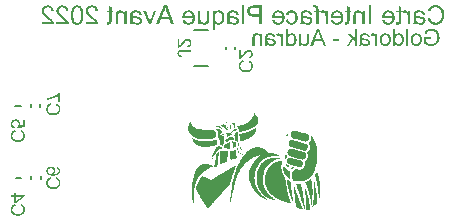
<source format=gbo>
G04*
G04 #@! TF.GenerationSoftware,Altium Limited,Altium Designer,21.1.1 (26)*
G04*
G04 Layer_Color=32896*
%FSLAX24Y24*%
%MOIN*%
G70*
G04*
G04 #@! TF.SameCoordinates,F00D2E86-8B98-404A-8CF5-AA7CE4D76747*
G04*
G04*
G04 #@! TF.FilePolarity,Positive*
G04*
G01*
G75*
%ADD13C,0.0059*%
G36*
X9458Y8447D02*
X9473D01*
Y8439D01*
X9480D01*
Y8432D01*
Y8425D01*
X9495Y8425D01*
Y8417D01*
Y8410D01*
X9503D01*
X9503Y8402D01*
X9510D01*
Y8395D01*
X9517Y8395D01*
Y8388D01*
X9525D01*
Y8380D01*
Y8373D01*
Y8365D01*
X9540D01*
Y8358D01*
X9547D01*
Y8351D01*
X9547Y8343D01*
X9554D01*
Y8336D01*
Y8328D01*
X9562D01*
Y8321D01*
Y8314D01*
X9569D01*
X9569Y8306D01*
Y8299D01*
X9577D01*
Y8291D01*
Y8284D01*
X9584D01*
X9584Y8277D01*
X9584Y8269D01*
X9584Y8262D01*
Y8254D01*
X9591D01*
Y8247D01*
Y8240D01*
Y8232D01*
Y8225D01*
X9591Y8217D01*
X9591Y8210D01*
Y8203D01*
Y8195D01*
Y8188D01*
Y8180D01*
X9584D01*
Y8173D01*
Y8166D01*
Y8158D01*
X9584Y8151D01*
X9577D01*
Y8143D01*
Y8136D01*
X9569Y8136D01*
Y8129D01*
X9569Y8121D01*
X9562Y8121D01*
Y8114D01*
Y8106D01*
X9547D01*
X9547Y8099D01*
Y8092D01*
X9547Y8084D01*
X9540D01*
Y8077D01*
X9532D01*
Y8069D01*
X9525D01*
Y8062D01*
X9517D01*
Y8055D01*
X9510Y8055D01*
X9510Y8047D01*
X9503D01*
Y8040D01*
X9495D01*
X9495Y8032D01*
X9480D01*
X9480Y8025D01*
X9473D01*
Y8018D01*
X9466D01*
Y8010D01*
X9458D01*
Y8003D01*
X9443D01*
X9443Y7995D01*
X9436D01*
X9436Y7988D01*
X9414D01*
Y7980D01*
X9406D01*
Y7973D01*
X9392D01*
Y7966D01*
X9377D01*
Y7958D01*
X9362D01*
Y7951D01*
X9347D01*
Y7944D01*
X9332D01*
Y7936D01*
X9318D01*
Y7929D01*
X9303D01*
X9303Y7921D01*
X9281D01*
Y7914D01*
X9266D01*
Y7907D01*
X9258D01*
Y7899D01*
X9236D01*
Y7892D01*
X9214D01*
X9214Y7884D01*
X9192D01*
Y7877D01*
X9177D01*
X9177Y7869D01*
X9155D01*
Y7862D01*
X9125D01*
Y7855D01*
X9088D01*
X9088Y7847D01*
X9059D01*
X9059Y7840D01*
X9029D01*
X9029Y7832D01*
X9014Y7832D01*
Y7825D01*
X8985D01*
Y7818D01*
X8955D01*
X8955Y7810D01*
X8948D01*
Y7818D01*
Y7825D01*
Y7832D01*
Y7840D01*
Y7847D01*
Y7855D01*
Y7862D01*
Y7869D01*
Y7877D01*
Y7884D01*
X8948Y7892D01*
X8940D01*
Y7899D01*
Y7907D01*
Y7914D01*
Y7921D01*
X8933Y7921D01*
Y7929D01*
Y7936D01*
X8925Y7936D01*
Y7944D01*
Y7951D01*
Y7958D01*
X8918Y7958D01*
Y7966D01*
Y7973D01*
X8911Y7973D01*
X8911Y7980D01*
Y7988D01*
X8903D01*
X8903Y7995D01*
X8896D01*
Y8003D01*
Y8010D01*
X8888D01*
Y8018D01*
Y8025D01*
X8911D01*
Y8032D01*
X8955D01*
X8955Y8040D01*
X8977D01*
Y8047D01*
X8999D01*
Y8055D01*
X9029D01*
Y8062D01*
X9051Y8062D01*
Y8069D01*
X9066D01*
Y8077D01*
X9096D01*
Y8084D01*
X9118D01*
Y8091D01*
X9133Y8092D01*
Y8099D01*
X9147D01*
Y8106D01*
X9162D01*
Y8114D01*
X9177Y8114D01*
Y8121D01*
X9192Y8121D01*
X9192Y8129D01*
X9199D01*
Y8136D01*
X9214Y8136D01*
Y8143D01*
X9229D01*
Y8151D01*
X9236D01*
Y8158D01*
X9244D01*
Y8166D01*
X9251D01*
Y8173D01*
X9266Y8173D01*
Y8180D01*
X9273D01*
Y8188D01*
X9281D01*
Y8195D01*
X9295D01*
Y8203D01*
X9303D01*
X9303Y8210D01*
X9310D01*
Y8217D01*
X9325D01*
X9325Y8225D01*
X9332D01*
Y8232D01*
X9340D01*
Y8240D01*
X9347Y8240D01*
Y8247D01*
X9355D01*
X9355Y8254D01*
X9362D01*
X9362Y8262D01*
X9362Y8269D01*
X9377D01*
Y8277D01*
Y8284D01*
Y8291D01*
X9384D01*
Y8299D01*
X9399D01*
Y8306D01*
X9392Y8306D01*
X9392Y8314D01*
X9399D01*
Y8321D01*
X9406Y8321D01*
Y8328D01*
Y8336D01*
X9414Y8336D01*
X9414Y8343D01*
X9421D01*
X9421Y8351D01*
Y8358D01*
X9429Y8358D01*
Y8365D01*
Y8373D01*
X9436D01*
X9436Y8380D01*
X9436Y8388D01*
Y8395D01*
X9443D01*
Y8402D01*
X9443Y8410D01*
X9443Y8417D01*
X9451D01*
Y8425D01*
X9451Y8432D01*
X9451Y8439D01*
Y8447D01*
Y8454D01*
X9458D01*
X9458Y8447D01*
D02*
G37*
G36*
X8518Y8203D02*
Y8195D01*
X8526D01*
Y8188D01*
Y8180D01*
Y8173D01*
X8533Y8173D01*
Y8166D01*
X8533Y8158D01*
X8541Y8158D01*
Y8151D01*
Y8143D01*
X8518D01*
Y8151D01*
Y8158D01*
X8511Y8158D01*
Y8166D01*
Y8173D01*
Y8180D01*
Y8188D01*
Y8195D01*
Y8203D01*
Y8210D01*
X8518D01*
X8518Y8203D01*
D02*
G37*
G36*
X8481Y8166D02*
X8481Y8158D01*
X8481Y8151D01*
X8481Y8143D01*
X8489D01*
Y8136D01*
Y8129D01*
X8496Y8129D01*
Y8121D01*
Y8114D01*
X8474D01*
Y8121D01*
X8467D01*
Y8129D01*
Y8136D01*
Y8143D01*
Y8151D01*
Y8158D01*
Y8166D01*
X8474D01*
Y8173D01*
X8481Y8173D01*
Y8166D01*
D02*
G37*
G36*
X7327Y8173D02*
Y8166D01*
X7334D01*
Y8158D01*
Y8151D01*
X7342Y8151D01*
Y8143D01*
X7334D01*
X7334Y8136D01*
X7349Y8136D01*
X7349Y8129D01*
X7342D01*
Y8121D01*
Y8114D01*
X7357D01*
Y8106D01*
Y8099D01*
Y8091D01*
X7364D01*
Y8084D01*
Y8077D01*
X7371D01*
Y8069D01*
X7379D01*
X7379Y8062D01*
X7386D01*
Y8055D01*
X7386Y8047D01*
X7394Y8047D01*
Y8040D01*
X7401D01*
X7401Y8032D01*
X7408D01*
Y8025D01*
X7416Y8025D01*
X7416Y8018D01*
X7423D01*
X7423Y8010D01*
X7431D01*
Y8003D01*
X7438D01*
Y7995D01*
X7445D01*
X7445Y7988D01*
X7460D01*
Y7980D01*
X7468D01*
Y7973D01*
X7482D01*
X7482Y7966D01*
X7497D01*
X7497Y7958D01*
X7512D01*
Y7951D01*
X7527D01*
Y7944D01*
X7564D01*
Y7936D01*
X7586Y7936D01*
Y7929D01*
X7616D01*
Y7921D01*
X7653Y7921D01*
Y7914D01*
X7712D01*
Y7907D01*
X7815D01*
Y7899D01*
X7971Y7899D01*
X7971Y7907D01*
X8089D01*
Y7899D01*
X8104Y7899D01*
Y7892D01*
X8111Y7892D01*
Y7884D01*
X8126Y7884D01*
Y7877D01*
X8134D01*
X8134Y7869D01*
X8141Y7869D01*
Y7862D01*
Y7855D01*
X8148D01*
Y7847D01*
X8156D01*
Y7840D01*
Y7832D01*
Y7825D01*
X8163Y7825D01*
Y7818D01*
X8171D01*
Y7810D01*
Y7803D01*
X8178D01*
Y7796D01*
Y7788D01*
Y7781D01*
Y7773D01*
X8185Y7773D01*
Y7766D01*
Y7758D01*
Y7751D01*
Y7744D01*
X8185Y7736D01*
X8185Y7729D01*
Y7721D01*
Y7714D01*
Y7707D01*
Y7699D01*
Y7692D01*
Y7685D01*
Y7677D01*
X8178D01*
Y7670D01*
Y7662D01*
Y7655D01*
X8171Y7655D01*
Y7648D01*
X8156D01*
Y7640D01*
X8141D01*
Y7633D01*
X8126D01*
Y7625D01*
X8111Y7625D01*
X8111Y7618D01*
X8089Y7618D01*
Y7610D01*
X8067D01*
Y7603D01*
X8045D01*
Y7596D01*
X8015D01*
Y7588D01*
X7934D01*
Y7581D01*
X7727D01*
Y7588D01*
X7645Y7588D01*
Y7596D01*
X7616D01*
X7616Y7603D01*
X7586D01*
Y7610D01*
X7556D01*
Y7618D01*
X7534Y7618D01*
Y7625D01*
X7519D01*
Y7633D01*
X7497D01*
Y7640D01*
X7482Y7640D01*
Y7648D01*
X7468D01*
Y7655D01*
X7460D01*
X7460Y7662D01*
X7445Y7662D01*
Y7670D01*
X7431D01*
X7431Y7677D01*
X7416D01*
Y7685D01*
X7408D01*
Y7692D01*
X7401D01*
Y7699D01*
X7386Y7699D01*
X7386Y7707D01*
X7379Y7707D01*
X7379Y7714D01*
X7371D01*
X7371Y7721D01*
X7357D01*
Y7729D01*
X7349D01*
X7349Y7736D01*
X7342Y7736D01*
Y7744D01*
X7334Y7744D01*
X7334Y7751D01*
X7327Y7751D01*
Y7758D01*
X7320D01*
Y7766D01*
Y7773D01*
X7312D01*
X7312Y7781D01*
X7305D01*
Y7788D01*
Y7796D01*
X7297D01*
Y7803D01*
X7290D01*
X7290Y7810D01*
X7290Y7818D01*
X7283D01*
Y7825D01*
Y7832D01*
X7275Y7832D01*
X7275Y7840D01*
X7275Y7847D01*
Y7855D01*
X7268Y7855D01*
Y7862D01*
X7260D01*
Y7869D01*
Y7877D01*
Y7884D01*
Y7892D01*
Y7899D01*
Y7907D01*
X7253D01*
Y7914D01*
Y7921D01*
Y7929D01*
Y7936D01*
Y7944D01*
Y7951D01*
Y7958D01*
Y7966D01*
Y7973D01*
Y7980D01*
Y7988D01*
X7260Y7988D01*
Y7995D01*
Y8003D01*
Y8010D01*
Y8018D01*
Y8025D01*
Y8032D01*
X7268Y8032D01*
Y8040D01*
Y8047D01*
Y8055D01*
Y8062D01*
X7275D01*
Y8069D01*
Y8077D01*
X7283D01*
Y8084D01*
Y8092D01*
X7290Y8091D01*
Y8099D01*
Y8106D01*
Y8114D01*
X7297D01*
Y8121D01*
Y8129D01*
X7305D01*
Y8136D01*
Y8143D01*
X7312D01*
Y8151D01*
X7312Y8158D01*
X7320D01*
Y8166D01*
Y8173D01*
X7327Y8173D01*
D02*
G37*
G36*
X8267Y8032D02*
X8289Y8032D01*
X8289Y8025D01*
X8304D01*
Y8018D01*
X8311D01*
Y8010D01*
X8319D01*
Y8003D01*
X8326D01*
X8326Y7995D01*
X8326Y7988D01*
X8333D01*
Y7980D01*
X8341D01*
Y7973D01*
X8348D01*
Y7966D01*
Y7958D01*
X8363Y7958D01*
Y7951D01*
Y7944D01*
X8370D01*
Y7936D01*
X8370Y7929D01*
X8378D01*
Y7921D01*
X8370D01*
X8370Y7929D01*
X8356D01*
Y7936D01*
X8348D01*
Y7944D01*
X8333D01*
Y7951D01*
X8326D01*
Y7958D01*
X8311Y7958D01*
Y7966D01*
X8296D01*
Y7973D01*
X8282Y7973D01*
Y7981D01*
X8252Y7980D01*
Y7988D01*
X8178D01*
Y7980D01*
X8163D01*
Y7988D01*
Y7995D01*
X8171Y7995D01*
Y8003D01*
X8185D01*
Y8010D01*
X8193D01*
Y8018D01*
X8200D01*
X8200Y8025D01*
X8215Y8025D01*
Y8032D01*
X8237Y8032D01*
Y8040D01*
X8267D01*
Y8032D01*
D02*
G37*
G36*
X8629Y8091D02*
X8637Y8092D01*
X8637Y8084D01*
X8659D01*
X8659Y8077D01*
X8666D01*
Y8069D01*
X8674D01*
Y8062D01*
X8681D01*
Y8055D01*
X8689Y8055D01*
Y8047D01*
Y8040D01*
X8689Y8032D01*
X8696D01*
Y8025D01*
X8689Y8025D01*
X8689Y8018D01*
Y8010D01*
X8689Y8003D01*
X8689Y7995D01*
Y7988D01*
Y7980D01*
X8689Y7973D01*
X8689Y7966D01*
Y7958D01*
Y7951D01*
X8681Y7951D01*
Y7944D01*
Y7936D01*
X8674Y7936D01*
Y7929D01*
X8666D01*
X8666Y7921D01*
Y7914D01*
X8659D01*
Y7907D01*
X8652D01*
X8652Y7899D01*
X8644D01*
X8644Y7892D01*
X8637Y7892D01*
Y7899D01*
X8629D01*
Y7907D01*
Y7914D01*
Y7921D01*
X8622D01*
Y7929D01*
Y7936D01*
Y7944D01*
X8637D01*
Y7951D01*
Y7958D01*
X8644Y7958D01*
Y7966D01*
Y7973D01*
Y7980D01*
X8652D01*
Y7988D01*
X8652Y7995D01*
X8652Y8003D01*
Y8010D01*
Y8018D01*
Y8025D01*
Y8032D01*
Y8040D01*
X8644D01*
Y8047D01*
Y8055D01*
X8644Y8062D01*
X8637Y8062D01*
X8637Y8069D01*
X8637Y8077D01*
X8629D01*
X8629Y8084D01*
X8629Y8091D01*
X8622Y8092D01*
Y8099D01*
X8629D01*
Y8091D01*
D02*
G37*
G36*
X8615Y8018D02*
X8622D01*
X8622Y8010D01*
Y8003D01*
X8622Y7995D01*
X8615D01*
Y8003D01*
Y8010D01*
X8607D01*
Y8018D01*
Y8025D01*
X8615D01*
Y8018D01*
D02*
G37*
G36*
X8555Y7995D02*
Y7988D01*
Y7980D01*
X8563D01*
Y7973D01*
X8555D01*
X8555Y7980D01*
X8548Y7981D01*
Y7988D01*
Y7995D01*
X8548Y8003D01*
X8555D01*
X8555Y7995D01*
D02*
G37*
G36*
X8755Y8143D02*
X8777D01*
Y8136D01*
X8785Y8136D01*
Y8129D01*
X8792Y8129D01*
X8792Y8121D01*
X8800D01*
X8800Y8114D01*
X8800Y8106D01*
X8807Y8106D01*
Y8099D01*
Y8091D01*
Y8084D01*
Y8077D01*
X8814D01*
Y8069D01*
Y8062D01*
Y8055D01*
Y8047D01*
Y8040D01*
X8807D01*
Y8032D01*
Y8025D01*
Y8018D01*
Y8010D01*
Y8003D01*
Y7995D01*
X8800D01*
X8800Y7988D01*
X8800Y7980D01*
X8800Y7973D01*
X8800Y7966D01*
X8792D01*
X8792Y7973D01*
X8785Y7973D01*
Y7980D01*
Y7988D01*
Y7995D01*
X8777D01*
Y8003D01*
Y8010D01*
Y8018D01*
X8770D01*
X8770Y8025D01*
Y8032D01*
X8763Y8032D01*
Y8040D01*
Y8047D01*
X8755Y8047D01*
Y8055D01*
X8755Y8062D01*
X8748D01*
Y8069D01*
Y8077D01*
X8740D01*
Y8084D01*
Y8091D01*
X8733D01*
X8733Y8099D01*
X8726D01*
Y8106D01*
X8718D01*
X8718Y8114D01*
X8711Y8114D01*
Y8121D01*
X8703Y8121D01*
Y8129D01*
Y8136D01*
X8718D01*
Y8143D01*
X8740D01*
Y8151D01*
X8755D01*
Y8143D01*
D02*
G37*
G36*
X8851Y7958D02*
Y7951D01*
X8859D01*
Y7944D01*
X8866D01*
Y7936D01*
Y7929D01*
Y7921D01*
X8874D01*
Y7914D01*
X8874Y7907D01*
X8881D01*
Y7899D01*
Y7892D01*
Y7884D01*
X8859D01*
Y7877D01*
X8770Y7877D01*
Y7869D01*
X8763D01*
Y7862D01*
X8755D01*
Y7855D01*
X8740Y7855D01*
Y7847D01*
X8740Y7840D01*
Y7832D01*
X8733D01*
X8733Y7825D01*
X8726D01*
Y7818D01*
X8718D01*
Y7810D01*
X8711D01*
Y7803D01*
X8703D01*
Y7796D01*
X8696Y7796D01*
Y7788D01*
X8689D01*
X8689Y7781D01*
X8689Y7773D01*
X8689Y7766D01*
X8696D01*
Y7758D01*
X8689D01*
X8689Y7751D01*
X8703Y7751D01*
Y7744D01*
X8696Y7744D01*
Y7736D01*
X8711Y7736D01*
Y7729D01*
Y7721D01*
X8718D01*
X8718Y7714D01*
X8637Y7714D01*
X8637Y7707D01*
X8622Y7707D01*
Y7699D01*
X8607D01*
Y7692D01*
Y7685D01*
X8592D01*
Y7677D01*
X8578D01*
X8578Y7670D01*
X8563D01*
Y7662D01*
X8548D01*
X8548Y7670D01*
Y7677D01*
Y7685D01*
X8548Y7692D01*
Y7699D01*
X8548Y7707D01*
X8548Y7714D01*
Y7721D01*
Y7729D01*
X8548Y7736D01*
Y7744D01*
Y7751D01*
X8548Y7758D01*
Y7766D01*
X8533D01*
X8533Y7773D01*
X8518D01*
X8518Y7781D01*
X8511D01*
X8511Y7788D01*
X8644D01*
Y7796D01*
X8652Y7796D01*
Y7803D01*
X8666D01*
Y7810D01*
X8674D01*
X8674Y7818D01*
X8689D01*
X8689Y7825D01*
X8696D01*
Y7832D01*
X8703D01*
Y7840D01*
X8711Y7840D01*
Y7847D01*
X8726Y7847D01*
Y7855D01*
X8733Y7855D01*
Y7862D01*
X8740D01*
X8740Y7869D01*
X8748Y7869D01*
Y7877D01*
X8755D01*
Y7884D01*
X8770Y7884D01*
Y7892D01*
X8777D01*
Y7899D01*
X8785D01*
Y7907D01*
X8792D01*
X8792Y7914D01*
X8800D01*
X8800Y7921D01*
X8807Y7921D01*
Y7929D01*
X8814D01*
Y7936D01*
X8822Y7936D01*
X8822Y7944D01*
X8829D01*
Y7951D01*
Y7958D01*
X8844Y7958D01*
X8844Y7966D01*
X8851D01*
Y7958D01*
D02*
G37*
G36*
X9525Y7966D02*
Y7958D01*
Y7951D01*
Y7944D01*
X9517D01*
Y7936D01*
Y7929D01*
Y7921D01*
Y7914D01*
Y7907D01*
Y7899D01*
X9510D01*
X9510Y7892D01*
X9510Y7884D01*
X9517D01*
Y7877D01*
X9503D01*
X9503Y7869D01*
X9503Y7862D01*
X9503Y7855D01*
X9503Y7847D01*
Y7840D01*
X9495D01*
X9495Y7832D01*
X9495Y7825D01*
X9488D01*
Y7818D01*
X9488Y7810D01*
X9480Y7810D01*
Y7803D01*
Y7796D01*
X9473D01*
Y7788D01*
X9466D01*
Y7781D01*
Y7773D01*
X9458Y7773D01*
Y7766D01*
X9451D01*
Y7758D01*
Y7751D01*
X9443Y7751D01*
Y7744D01*
X9436Y7744D01*
Y7736D01*
X9429D01*
X9429Y7729D01*
X9421D01*
Y7721D01*
X9414D01*
X9414Y7714D01*
X9406D01*
Y7707D01*
X9399D01*
Y7699D01*
X9392Y7699D01*
X9392Y7692D01*
X9384D01*
Y7685D01*
X9377D01*
Y7677D01*
X9362Y7677D01*
X9362Y7670D01*
X9355Y7670D01*
Y7662D01*
X9340Y7662D01*
Y7655D01*
X9332Y7655D01*
Y7648D01*
X9325D01*
Y7640D01*
X9310D01*
Y7633D01*
X9295D01*
Y7625D01*
X9288D01*
Y7618D01*
X9273Y7618D01*
Y7610D01*
X9258D01*
Y7603D01*
X9244D01*
X9244Y7596D01*
X9229D01*
Y7588D01*
X9199D01*
Y7581D01*
X9177D01*
Y7574D01*
X9162D01*
Y7566D01*
X9147Y7566D01*
Y7559D01*
X9125Y7559D01*
Y7551D01*
X9103D01*
Y7544D01*
X9081D01*
Y7536D01*
X9059D01*
X9059Y7529D01*
X9029D01*
Y7522D01*
X8999D01*
Y7514D01*
X8977D01*
Y7522D01*
X8977Y7529D01*
X8977Y7536D01*
Y7544D01*
Y7551D01*
X8977Y7559D01*
X8977Y7566D01*
X8977Y7574D01*
X8977Y7581D01*
Y7588D01*
X8977Y7596D01*
X8977Y7603D01*
X8970D01*
Y7610D01*
X8970Y7618D01*
X8970Y7625D01*
Y7633D01*
Y7640D01*
Y7648D01*
Y7655D01*
X8962Y7655D01*
Y7662D01*
X8962Y7670D01*
X8962Y7677D01*
Y7685D01*
Y7692D01*
X8955D01*
Y7699D01*
Y7707D01*
Y7714D01*
Y7721D01*
Y7729D01*
X8948Y7729D01*
X8948Y7736D01*
Y7744D01*
Y7751D01*
Y7758D01*
Y7766D01*
X8999Y7766D01*
Y7773D01*
X9051Y7773D01*
X9051Y7781D01*
X9088D01*
Y7788D01*
X9118D01*
Y7796D01*
X9133D01*
X9133Y7803D01*
X9162D01*
Y7810D01*
X9192D01*
X9192Y7818D01*
X9214D01*
X9214Y7825D01*
X9236Y7825D01*
Y7832D01*
X9258D01*
X9258Y7840D01*
X9273Y7840D01*
X9273Y7847D01*
X9288D01*
Y7855D01*
X9310D01*
Y7862D01*
X9325D01*
X9325Y7869D01*
X9340D01*
Y7877D01*
X9355Y7877D01*
Y7884D01*
X9369Y7884D01*
Y7892D01*
X9384Y7892D01*
Y7899D01*
X9399D01*
Y7907D01*
X9414D01*
X9414Y7914D01*
X9429D01*
Y7921D01*
X9443D01*
Y7929D01*
X9451D01*
Y7936D01*
X9466Y7936D01*
Y7944D01*
X9480D01*
Y7951D01*
X9495Y7951D01*
Y7958D01*
X9510D01*
X9510Y7966D01*
X9517D01*
Y7973D01*
X9525D01*
Y7966D01*
D02*
G37*
G36*
X8452Y8077D02*
X8541D01*
Y8069D01*
Y8062D01*
X8533D01*
Y8055D01*
Y8047D01*
X8526Y8047D01*
Y8040D01*
X8526Y8032D01*
X8526Y8025D01*
X8518Y8025D01*
X8518Y8018D01*
Y8010D01*
Y8003D01*
Y7995D01*
X8511D01*
X8511Y7988D01*
Y7980D01*
Y7973D01*
X8518Y7973D01*
Y7966D01*
Y7958D01*
Y7951D01*
X8533D01*
Y7944D01*
X8548D01*
X8548Y7936D01*
X8563D01*
Y7929D01*
X8570D01*
X8570Y7921D01*
X8585D01*
Y7914D01*
X8578D01*
Y7907D01*
Y7899D01*
Y7892D01*
X8578Y7884D01*
Y7877D01*
X8570D01*
Y7884D01*
X8563D01*
Y7892D01*
X8548D01*
Y7899D01*
X8541D01*
Y7907D01*
X8526D01*
Y7914D01*
X8518D01*
Y7921D01*
X8504D01*
X8504Y7929D01*
X8496D01*
Y7936D01*
X8481Y7936D01*
X8481Y7944D01*
X8474D01*
X8474Y7951D01*
X8459D01*
Y7958D01*
X8452D01*
X8452Y7966D01*
X8437Y7966D01*
Y7973D01*
X8430Y7973D01*
Y7980D01*
X8415Y7981D01*
Y7988D01*
X8400Y7988D01*
Y7995D01*
X8393D01*
X8393Y8003D01*
X8378D01*
Y8010D01*
X8363D01*
X8363Y8018D01*
X8356D01*
Y8025D01*
X8348Y8025D01*
Y8032D01*
X8333Y8032D01*
X8333Y8040D01*
X8333Y8047D01*
X8348D01*
Y8055D01*
X8363D01*
Y8062D01*
X8378D01*
Y8069D01*
X8385D01*
Y8077D01*
X8407D01*
Y8084D01*
X8452D01*
X8452Y8077D01*
D02*
G37*
G36*
X8896Y7825D02*
Y7818D01*
Y7810D01*
X8896Y7803D01*
X8896Y7796D01*
Y7788D01*
Y7781D01*
Y7773D01*
Y7766D01*
Y7758D01*
Y7751D01*
Y7744D01*
Y7736D01*
Y7729D01*
Y7721D01*
Y7714D01*
X8903D01*
X8903Y7707D01*
X8911D01*
Y7699D01*
Y7692D01*
Y7685D01*
Y7677D01*
X8911Y7670D01*
X8918D01*
Y7662D01*
Y7655D01*
Y7648D01*
Y7640D01*
Y7633D01*
Y7625D01*
Y7618D01*
Y7610D01*
Y7603D01*
Y7596D01*
Y7588D01*
Y7581D01*
Y7574D01*
Y7566D01*
Y7559D01*
Y7551D01*
Y7544D01*
Y7536D01*
Y7529D01*
Y7522D01*
X8925Y7522D01*
X8925Y7514D01*
X8925Y7507D01*
X8925Y7499D01*
Y7492D01*
Y7485D01*
Y7477D01*
Y7470D01*
X8925Y7462D01*
Y7455D01*
X8933D01*
Y7448D01*
Y7440D01*
Y7433D01*
X8940D01*
Y7425D01*
Y7418D01*
Y7411D01*
X8948Y7411D01*
X8948Y7403D01*
X8948Y7396D01*
Y7388D01*
Y7381D01*
Y7374D01*
Y7366D01*
X8940Y7366D01*
X8940Y7359D01*
X8933D01*
Y7351D01*
X8925D01*
X8925Y7344D01*
X8896D01*
Y7351D01*
Y7359D01*
Y7366D01*
Y7374D01*
Y7381D01*
Y7388D01*
X8896Y7396D01*
X8896Y7403D01*
Y7411D01*
Y7418D01*
Y7425D01*
Y7433D01*
Y7440D01*
Y7448D01*
Y7455D01*
Y7462D01*
Y7470D01*
Y7477D01*
Y7485D01*
Y7492D01*
X8888D01*
Y7499D01*
Y7507D01*
X8888Y7514D01*
X8866D01*
Y7522D01*
X8844D01*
Y7529D01*
X8822D01*
X8822Y7536D01*
X8822Y7544D01*
Y7551D01*
X8822Y7559D01*
X8822Y7566D01*
Y7574D01*
X8822Y7581D01*
X8822Y7588D01*
Y7596D01*
Y7603D01*
Y7610D01*
Y7618D01*
X8822Y7625D01*
X8822Y7633D01*
X8822Y7640D01*
X8822Y7648D01*
X8822Y7655D01*
X8822Y7662D01*
Y7670D01*
X8814D01*
Y7677D01*
X8800Y7677D01*
Y7685D01*
X8792D01*
Y7692D01*
Y7699D01*
Y7707D01*
X8792Y7714D01*
X8792Y7721D01*
Y7729D01*
X8792Y7736D01*
X8792Y7744D01*
X8800D01*
Y7751D01*
Y7758D01*
Y7766D01*
Y7773D01*
X8807Y7773D01*
Y7781D01*
X8822Y7781D01*
Y7788D01*
X8829D01*
Y7796D01*
X8837D01*
X8837Y7803D01*
X8851D01*
Y7810D01*
X8859D01*
X8859Y7818D01*
X8874D01*
Y7825D01*
X8888D01*
X8888Y7832D01*
X8896Y7832D01*
Y7825D01*
D02*
G37*
G36*
X10576Y7751D02*
X10576Y7744D01*
Y7736D01*
X10576Y7729D01*
Y7721D01*
X10583D01*
Y7714D01*
Y7707D01*
Y7699D01*
X10590D01*
Y7692D01*
X10598Y7692D01*
X10598Y7685D01*
X10568D01*
Y7692D01*
X10531Y7692D01*
Y7699D01*
X10524D01*
X10524Y7707D01*
X10516D01*
Y7714D01*
X10524Y7714D01*
Y7721D01*
X10531D01*
Y7729D01*
X10539D01*
Y7736D01*
X10546Y7736D01*
Y7744D01*
X10553Y7744D01*
Y7751D01*
X10561Y7751D01*
Y7758D01*
X10576D01*
Y7751D01*
D02*
G37*
G36*
X8422Y7773D02*
X8430D01*
Y7766D01*
X8444D01*
Y7758D01*
X8452D01*
Y7751D01*
X8459D01*
Y7744D01*
X8474D01*
X8474Y7736D01*
X8467D01*
Y7729D01*
X8452D01*
Y7721D01*
X8430D01*
Y7729D01*
X8415D01*
Y7736D01*
X8400Y7736D01*
Y7744D01*
X8385D01*
Y7751D01*
Y7758D01*
X8393D01*
Y7766D01*
X8407D01*
Y7773D01*
X8415D01*
X8415Y7781D01*
X8422D01*
X8422Y7773D01*
D02*
G37*
G36*
X8659Y7662D02*
X8689D01*
X8689Y7655D01*
X8711D01*
Y7648D01*
X8740D01*
Y7640D01*
X8770Y7640D01*
Y7633D01*
X8777D01*
Y7625D01*
Y7618D01*
Y7610D01*
Y7603D01*
Y7596D01*
Y7588D01*
Y7581D01*
Y7574D01*
Y7566D01*
X8785Y7566D01*
Y7559D01*
Y7551D01*
X8763Y7551D01*
Y7559D01*
X8726Y7559D01*
Y7566D01*
X8689Y7566D01*
Y7574D01*
X8659Y7574D01*
X8659Y7566D01*
X8644Y7566D01*
Y7559D01*
X8629D01*
Y7551D01*
X8622D01*
Y7544D01*
X8607Y7544D01*
X8607Y7536D01*
X8592D01*
X8592Y7529D01*
X8592Y7522D01*
X8578D01*
X8578Y7514D01*
X8563D01*
Y7507D01*
X8555D01*
Y7499D01*
X8541D01*
Y7492D01*
X8526D01*
X8526Y7485D01*
X8511D01*
Y7477D01*
X8504D01*
Y7470D01*
X8496D01*
Y7477D01*
Y7485D01*
Y7492D01*
Y7499D01*
Y7507D01*
Y7514D01*
Y7522D01*
Y7529D01*
Y7536D01*
X8489D01*
Y7544D01*
Y7551D01*
Y7559D01*
Y7566D01*
Y7574D01*
X8504D01*
X8504Y7581D01*
X8511D01*
Y7588D01*
X8526D01*
Y7596D01*
X8541D01*
Y7603D01*
X8548D01*
Y7610D01*
X8563Y7610D01*
Y7618D01*
X8570Y7618D01*
Y7625D01*
X8585D01*
Y7633D01*
X8600D01*
Y7640D01*
X8615D01*
Y7648D01*
X8629D01*
Y7655D01*
X8637Y7655D01*
Y7662D01*
X8652D01*
Y7670D01*
X8659D01*
X8659Y7662D01*
D02*
G37*
G36*
X11360Y7685D02*
X11367D01*
X11367Y7677D01*
X11375Y7677D01*
Y7670D01*
X11382D01*
X11382Y7662D01*
X11390D01*
Y7655D01*
Y7648D01*
X11397D01*
Y7640D01*
X11404Y7640D01*
X11404Y7633D01*
X11412D01*
Y7625D01*
X11404Y7625D01*
Y7618D01*
X11419Y7618D01*
Y7610D01*
X11427Y7610D01*
Y7603D01*
X11427Y7596D01*
X11427Y7588D01*
X11434Y7588D01*
Y7581D01*
X11434Y7574D01*
X11449Y7574D01*
Y7566D01*
Y7559D01*
Y7551D01*
X11456D01*
Y7544D01*
X11464D01*
X11464Y7536D01*
X11464Y7529D01*
X11471D01*
X11471Y7522D01*
X11471Y7514D01*
X11471Y7507D01*
X11478D01*
Y7499D01*
Y7492D01*
X11486D01*
X11486Y7485D01*
Y7477D01*
X11493D01*
X11493Y7470D01*
X11493Y7462D01*
X11493Y7455D01*
X11501D01*
Y7448D01*
Y7440D01*
Y7433D01*
X11508Y7433D01*
Y7425D01*
X11508Y7418D01*
X11515D01*
Y7411D01*
Y7403D01*
X11515Y7396D01*
X11523D01*
X11523Y7388D01*
Y7381D01*
Y7374D01*
Y7366D01*
X11530Y7366D01*
X11530Y7359D01*
X11530Y7351D01*
X11530Y7344D01*
Y7337D01*
X11538D01*
X11538Y7329D01*
Y7322D01*
X11538Y7314D01*
X11538Y7307D01*
X11545Y7307D01*
Y7300D01*
X11538D01*
Y7292D01*
X11538Y7285D01*
X11538Y7277D01*
X11545D01*
Y7270D01*
Y7263D01*
Y7255D01*
Y7248D01*
Y7240D01*
Y7233D01*
Y7226D01*
X11545Y7218D01*
X11552D01*
Y7211D01*
Y7203D01*
Y7196D01*
Y7189D01*
Y7181D01*
Y7174D01*
Y7166D01*
Y7159D01*
Y7152D01*
Y7144D01*
Y7137D01*
X11560D01*
Y7129D01*
Y7122D01*
X11560Y7115D01*
X11560Y7107D01*
Y7100D01*
Y7092D01*
Y7085D01*
Y7078D01*
Y7070D01*
Y7063D01*
Y7055D01*
X11560Y7048D01*
X11560Y7041D01*
Y7033D01*
Y7026D01*
X11552D01*
Y7018D01*
Y7011D01*
Y7004D01*
Y6996D01*
Y6989D01*
Y6981D01*
Y6974D01*
Y6967D01*
Y6959D01*
Y6952D01*
Y6944D01*
Y6937D01*
Y6930D01*
X11545D01*
Y6922D01*
Y6915D01*
Y6907D01*
X11545Y6900D01*
X11545Y6893D01*
X11545Y6885D01*
X11545Y6878D01*
X11552Y6878D01*
Y6870D01*
X11538D01*
X11538Y6863D01*
Y6856D01*
Y6848D01*
Y6841D01*
Y6833D01*
X11545D01*
Y6826D01*
X11538D01*
X11538Y6819D01*
X11538Y6811D01*
Y6804D01*
Y6796D01*
X11530Y6796D01*
Y6789D01*
Y6782D01*
X11530Y6774D01*
X11530Y6767D01*
X11523D01*
Y6759D01*
X11523Y6752D01*
X11523Y6745D01*
Y6737D01*
Y6730D01*
X11515D01*
Y6722D01*
Y6715D01*
Y6708D01*
Y6700D01*
X11508D01*
Y6693D01*
Y6685D01*
Y6678D01*
Y6671D01*
X11501D01*
Y6663D01*
Y6656D01*
X11493D01*
Y6648D01*
Y6641D01*
X11493Y6634D01*
X11493Y6626D01*
X11486Y6626D01*
Y6619D01*
Y6611D01*
X11486Y6604D01*
X11478D01*
Y6597D01*
Y6589D01*
Y6582D01*
X11471D01*
X11471Y6574D01*
X11471Y6567D01*
X11471Y6560D01*
X11464Y6560D01*
X11464Y6552D01*
Y6545D01*
X11456Y6545D01*
Y6537D01*
Y6530D01*
X11449D01*
Y6523D01*
Y6515D01*
X11441Y6515D01*
X11441Y6508D01*
X11441Y6500D01*
X11434D01*
Y6493D01*
X11434Y6486D01*
X11434Y6478D01*
X11427D01*
Y6471D01*
Y6463D01*
X11427Y6456D01*
X11412D01*
Y6449D01*
X11419D01*
Y6441D01*
X11404D01*
Y6434D01*
X11412Y6434D01*
Y6426D01*
X11404Y6426D01*
Y6419D01*
Y6412D01*
X11390D01*
Y6404D01*
Y6397D01*
X11382D01*
Y6389D01*
X11375D01*
Y6382D01*
Y6375D01*
X11367D01*
X11367Y6367D01*
X11360D01*
Y6360D01*
X11353D01*
Y6352D01*
X11345D01*
X11345Y6345D01*
X11345Y6338D01*
X11338D01*
Y6330D01*
X11330D01*
Y6323D01*
X11323Y6323D01*
Y6315D01*
X11316D01*
X11316Y6308D01*
X11308D01*
Y6301D01*
X11301D01*
Y6293D01*
X11293D01*
X11293Y6286D01*
X11279D01*
X11279Y6278D01*
X11271D01*
Y6271D01*
X11256Y6271D01*
Y6264D01*
X11249D01*
Y6256D01*
X11234D01*
Y6249D01*
X11219Y6249D01*
Y6241D01*
X11205D01*
Y6234D01*
X11190Y6234D01*
Y6227D01*
X11175Y6227D01*
X11175Y6219D01*
X11160Y6219D01*
Y6212D01*
X11138D01*
Y6204D01*
X11101D01*
Y6197D01*
X11057Y6197D01*
Y6190D01*
X10864D01*
Y6197D01*
X10805D01*
X10805Y6204D01*
X10761Y6204D01*
X10761Y6212D01*
X10738D01*
Y6219D01*
Y6227D01*
Y6234D01*
X10731Y6234D01*
Y6241D01*
Y6249D01*
X10724D01*
Y6256D01*
Y6264D01*
X10724Y6271D01*
X10716D01*
Y6278D01*
Y6286D01*
Y6293D01*
X10716Y6301D01*
Y6308D01*
X10716Y6315D01*
Y6323D01*
Y6330D01*
Y6338D01*
X10716Y6345D01*
X10716Y6352D01*
X10716Y6360D01*
Y6367D01*
X10716Y6375D01*
Y6382D01*
Y6389D01*
Y6397D01*
X10716Y6404D01*
X10716Y6412D01*
Y6419D01*
X10716Y6426D01*
Y6434D01*
X10716Y6441D01*
X10724D01*
Y6449D01*
X10724Y6456D01*
X10724Y6463D01*
Y6471D01*
Y6478D01*
X10724Y6486D01*
X10731D01*
X10731Y6493D01*
X10731Y6500D01*
X10731Y6508D01*
Y6515D01*
X10738D01*
Y6523D01*
X10753D01*
X10753Y6530D01*
X10768Y6530D01*
X10768Y6537D01*
X10783D01*
Y6545D01*
X10790Y6545D01*
Y6552D01*
X10805D01*
X10805Y6560D01*
X10812D01*
Y6567D01*
X10820D01*
Y6574D01*
X10827D01*
Y6582D01*
X10842Y6582D01*
Y6589D01*
X10849Y6589D01*
X10849Y6597D01*
X10857D01*
X10857Y6589D01*
X10886D01*
Y6582D01*
X10909D01*
Y6574D01*
X10997Y6574D01*
Y6582D01*
X11012D01*
Y6589D01*
X11034D01*
Y6597D01*
X11049D01*
Y6604D01*
X11057Y6604D01*
X11057Y6611D01*
X11071D01*
X11071Y6619D01*
X11079Y6619D01*
Y6626D01*
X11086Y6626D01*
Y6634D01*
Y6641D01*
X11101D01*
Y6648D01*
Y6656D01*
X11108D01*
Y6663D01*
Y6671D01*
X11116Y6671D01*
Y6678D01*
Y6685D01*
X11123D01*
Y6693D01*
Y6700D01*
X11123Y6708D01*
X11131D01*
Y6715D01*
X11131Y6722D01*
X11131Y6730D01*
Y6737D01*
Y6745D01*
X11138D01*
Y6752D01*
Y6759D01*
Y6767D01*
Y6774D01*
Y6782D01*
X11138Y6789D01*
X11138Y6796D01*
Y6804D01*
Y6811D01*
Y6819D01*
Y6826D01*
Y6833D01*
Y6841D01*
Y6848D01*
X11153D01*
Y6856D01*
X11160D01*
Y6863D01*
X11168Y6863D01*
Y6870D01*
X11175D01*
X11175Y6878D01*
X11182D01*
Y6885D01*
X11190D01*
Y6893D01*
X11197D01*
X11197Y6900D01*
X11205D01*
Y6907D01*
X11212Y6907D01*
Y6915D01*
Y6922D01*
X11219D01*
X11219Y6930D01*
Y6937D01*
Y6944D01*
X11227D01*
X11227Y6952D01*
X11227Y6959D01*
X11227Y6967D01*
X11227Y6974D01*
X11234D01*
Y6981D01*
Y6989D01*
Y6996D01*
Y7004D01*
Y7011D01*
Y7018D01*
Y7026D01*
X11242D01*
X11242Y7033D01*
Y7041D01*
Y7048D01*
X11234D01*
Y7055D01*
Y7063D01*
Y7070D01*
Y7078D01*
Y7085D01*
Y7092D01*
Y7100D01*
X11227D01*
X11227Y7107D01*
X11227Y7115D01*
Y7122D01*
Y7129D01*
X11219Y7129D01*
Y7137D01*
Y7144D01*
Y7152D01*
X11227D01*
Y7159D01*
X11242D01*
Y7166D01*
X11249D01*
Y7174D01*
X11256D01*
X11256Y7181D01*
X11264D01*
Y7189D01*
X11279D01*
Y7196D01*
X11279Y7203D01*
X11286D01*
Y7211D01*
Y7218D01*
X11293D01*
Y7226D01*
X11293Y7233D01*
X11301D01*
Y7240D01*
Y7248D01*
X11293D01*
X11293Y7255D01*
X11308D01*
X11308Y7263D01*
X11308Y7270D01*
Y7277D01*
X11301D01*
Y7285D01*
X11308D01*
Y7292D01*
X11308Y7300D01*
X11308Y7307D01*
Y7314D01*
X11308Y7322D01*
X11308Y7329D01*
Y7337D01*
X11308Y7344D01*
X11308Y7351D01*
X11308Y7359D01*
X11301D01*
Y7366D01*
X11308D01*
X11308Y7374D01*
Y7381D01*
X11308Y7388D01*
X11293D01*
Y7396D01*
X11301D01*
Y7403D01*
Y7411D01*
X11293D01*
X11293Y7418D01*
X11293Y7425D01*
X11286D01*
Y7433D01*
Y7440D01*
X11271D01*
Y7448D01*
Y7455D01*
X11264Y7455D01*
Y7462D01*
X11271D01*
X11271Y7470D01*
X11279Y7470D01*
Y7477D01*
X11293D01*
X11293Y7485D01*
X11301D01*
Y7492D01*
X11308D01*
X11308Y7499D01*
X11316D01*
Y7507D01*
Y7514D01*
X11323D01*
Y7522D01*
X11330Y7522D01*
Y7529D01*
X11330Y7536D01*
X11338D01*
X11338Y7544D01*
Y7551D01*
X11345Y7551D01*
Y7559D01*
X11353Y7559D01*
Y7566D01*
Y7574D01*
Y7581D01*
Y7588D01*
X11360D01*
Y7596D01*
Y7603D01*
X11360Y7610D01*
X11360Y7618D01*
Y7625D01*
Y7633D01*
Y7640D01*
X11353Y7640D01*
Y7648D01*
Y7655D01*
Y7662D01*
Y7670D01*
Y7677D01*
X11345Y7677D01*
Y7685D01*
Y7692D01*
X11360D01*
Y7685D01*
D02*
G37*
G36*
X10812Y7869D02*
Y7862D01*
X10842D01*
X10842Y7855D01*
X10879Y7855D01*
X10879Y7847D01*
X10901Y7847D01*
Y7840D01*
X10923Y7840D01*
X10923Y7832D01*
X10953Y7832D01*
Y7825D01*
X10990Y7825D01*
Y7818D01*
X11012D01*
Y7810D01*
X11064D01*
Y7803D01*
X11101D01*
X11101Y7796D01*
X11123Y7796D01*
Y7788D01*
X11153D01*
Y7781D01*
X11175Y7781D01*
X11175Y7773D01*
X11205Y7773D01*
Y7766D01*
X11227Y7766D01*
X11227Y7758D01*
X11234D01*
Y7751D01*
X11249D01*
X11249Y7744D01*
X11256Y7744D01*
Y7736D01*
X11264Y7736D01*
Y7729D01*
X11271D01*
X11271Y7721D01*
X11271Y7714D01*
X11279Y7714D01*
Y7707D01*
X11271D01*
Y7699D01*
X11279D01*
Y7692D01*
X11286D01*
Y7685D01*
Y7677D01*
X11286Y7670D01*
X11286Y7662D01*
Y7655D01*
Y7648D01*
X11286Y7640D01*
X11286Y7633D01*
Y7625D01*
Y7618D01*
Y7610D01*
Y7603D01*
X11279D01*
X11279Y7596D01*
X11279Y7588D01*
X11271D01*
Y7581D01*
Y7574D01*
Y7566D01*
X11264Y7566D01*
Y7559D01*
Y7551D01*
X11256Y7551D01*
Y7544D01*
X11249D01*
Y7536D01*
X11242D01*
Y7529D01*
X11227D01*
Y7522D01*
X11212D01*
Y7514D01*
X11190D01*
Y7507D01*
X11145Y7507D01*
X11145Y7514D01*
X11131Y7514D01*
Y7522D01*
X11101D01*
X11101Y7529D01*
X11064D01*
Y7536D01*
X11034D01*
Y7544D01*
X11012D01*
Y7551D01*
X10983D01*
Y7559D01*
X10953Y7559D01*
Y7566D01*
X10931Y7566D01*
Y7574D01*
X10901D01*
X10901Y7581D01*
X10872D01*
Y7588D01*
X10812D01*
Y7596D01*
X10790D01*
Y7603D01*
X10761D01*
Y7610D01*
X10738D01*
Y7618D01*
X10724Y7618D01*
Y7625D01*
X10716Y7625D01*
X10716Y7633D01*
X10709D01*
Y7640D01*
X10701D01*
X10701Y7648D01*
X10694D01*
Y7655D01*
X10687Y7655D01*
Y7662D01*
X10679D01*
X10679Y7670D01*
Y7677D01*
X10672D01*
Y7685D01*
Y7692D01*
Y7699D01*
X10664Y7699D01*
Y7707D01*
X10664Y7714D01*
X10664Y7721D01*
X10664Y7729D01*
X10664Y7736D01*
Y7744D01*
X10664Y7751D01*
X10664Y7758D01*
Y7766D01*
X10672Y7766D01*
Y7773D01*
Y7781D01*
Y7788D01*
Y7796D01*
X10679Y7796D01*
Y7803D01*
Y7810D01*
X10687D01*
Y7818D01*
Y7825D01*
X10694D01*
Y7832D01*
X10701Y7832D01*
X10701Y7840D01*
X10709D01*
X10709Y7847D01*
X10716Y7847D01*
Y7855D01*
X10731D01*
X10731Y7862D01*
X10753D01*
X10753Y7869D01*
X10812Y7869D01*
D02*
G37*
G36*
X8733Y7514D02*
X8755D01*
X8755Y7507D01*
X8770D01*
Y7499D01*
X8792D01*
X8792Y7492D01*
X8814D01*
Y7485D01*
X8837D01*
Y7477D01*
X8851D01*
Y7470D01*
Y7462D01*
Y7455D01*
Y7448D01*
Y7440D01*
Y7433D01*
Y7425D01*
Y7418D01*
X8859D01*
Y7411D01*
Y7403D01*
X8859Y7396D01*
X8859Y7388D01*
X8859Y7381D01*
Y7374D01*
X8859Y7366D01*
X8851D01*
Y7359D01*
X8844D01*
X8844Y7351D01*
X8837D01*
Y7344D01*
X8829D01*
Y7337D01*
X8822D01*
X8822Y7329D01*
X8807D01*
Y7322D01*
X8792Y7322D01*
Y7314D01*
X8785D01*
Y7307D01*
X8777D01*
Y7300D01*
X8770D01*
Y7292D01*
X8763D01*
Y7300D01*
X8755D01*
Y7307D01*
Y7314D01*
Y7322D01*
Y7329D01*
Y7337D01*
X8748D01*
Y7344D01*
Y7351D01*
X8748Y7359D01*
X8748Y7366D01*
Y7374D01*
Y7381D01*
X8748Y7388D01*
X8740D01*
Y7396D01*
Y7403D01*
X8740Y7411D01*
Y7418D01*
X8740Y7425D01*
X8733D01*
X8733Y7433D01*
X8733Y7440D01*
Y7448D01*
X8733Y7455D01*
X8733Y7462D01*
X8726Y7462D01*
X8726Y7470D01*
Y7477D01*
Y7485D01*
X8726Y7492D01*
X8726Y7499D01*
X8718D01*
Y7507D01*
X8726Y7507D01*
X8726Y7514D01*
X8718Y7514D01*
Y7522D01*
X8733D01*
X8733Y7514D01*
D02*
G37*
G36*
X8282Y7929D02*
X8296D01*
Y7921D01*
X8304D01*
Y7914D01*
X8319D01*
Y7907D01*
X8326D01*
X8326Y7899D01*
X8341D01*
X8341Y7892D01*
X8348D01*
Y7884D01*
X8356D01*
Y7877D01*
X8363D01*
Y7869D01*
X8370D01*
Y7862D01*
X8378Y7862D01*
Y7855D01*
Y7847D01*
X8385Y7847D01*
Y7840D01*
X8393Y7840D01*
X8393Y7832D01*
X8400D01*
Y7825D01*
X8393D01*
Y7818D01*
X8385D01*
Y7810D01*
X8378D01*
Y7803D01*
X8363D01*
Y7796D01*
X8356Y7796D01*
Y7788D01*
X8348D01*
Y7781D01*
X8333Y7781D01*
Y7773D01*
X8326Y7773D01*
X8326Y7766D01*
X8319D01*
X8319Y7758D01*
X8304D01*
X8304Y7751D01*
X8304Y7744D01*
X8319Y7744D01*
X8319Y7736D01*
X8326D01*
Y7729D01*
X8333D01*
Y7721D01*
X8348D01*
Y7714D01*
X8363D01*
X8363Y7707D01*
X8378D01*
Y7699D01*
X8393Y7699D01*
Y7692D01*
X8407D01*
Y7685D01*
X8430D01*
Y7677D01*
X8437Y7677D01*
Y7670D01*
Y7662D01*
Y7655D01*
Y7648D01*
Y7640D01*
Y7633D01*
Y7625D01*
Y7618D01*
Y7610D01*
Y7603D01*
Y7596D01*
Y7588D01*
X8444Y7588D01*
Y7581D01*
X8444Y7574D01*
X8444Y7566D01*
X8444Y7559D01*
X8444Y7551D01*
Y7544D01*
Y7536D01*
X8444Y7529D01*
X8444Y7522D01*
Y7514D01*
Y7507D01*
Y7499D01*
Y7492D01*
X8452Y7492D01*
Y7485D01*
Y7477D01*
Y7470D01*
Y7462D01*
Y7455D01*
Y7448D01*
X8444D01*
Y7440D01*
X8437Y7440D01*
Y7433D01*
X8422D01*
Y7425D01*
X8407D01*
Y7418D01*
Y7411D01*
Y7403D01*
Y7396D01*
Y7388D01*
Y7381D01*
Y7374D01*
X8385Y7374D01*
Y7381D01*
X8363Y7381D01*
X8363Y7388D01*
X8348D01*
Y7396D01*
X8326D01*
X8326Y7403D01*
X8304D01*
X8304Y7411D01*
X8296D01*
X8296Y7418D01*
X8296Y7425D01*
X8304D01*
X8304Y7433D01*
Y7440D01*
X8304Y7448D01*
X8304Y7455D01*
Y7462D01*
Y7470D01*
Y7477D01*
Y7485D01*
X8304Y7492D01*
X8304Y7499D01*
Y7507D01*
X8304Y7514D01*
X8304Y7522D01*
Y7529D01*
Y7536D01*
X8296D01*
X8296Y7544D01*
Y7551D01*
Y7559D01*
Y7566D01*
X8289Y7566D01*
Y7574D01*
Y7581D01*
Y7588D01*
X8282Y7588D01*
X8282Y7596D01*
X8282Y7603D01*
X8274D01*
Y7610D01*
Y7618D01*
X8267D01*
Y7625D01*
X8259D01*
Y7633D01*
X8252D01*
Y7640D01*
X8245Y7640D01*
Y7648D01*
X8245Y7655D01*
X8245Y7662D01*
Y7670D01*
Y7677D01*
Y7685D01*
X8252D01*
Y7692D01*
Y7699D01*
Y7707D01*
Y7714D01*
Y7721D01*
X8245D01*
X8245Y7729D01*
X8245Y7736D01*
X8245Y7744D01*
Y7751D01*
Y7758D01*
X8245Y7766D01*
X8245Y7773D01*
X8245Y7781D01*
X8245Y7788D01*
Y7796D01*
X8237D01*
Y7803D01*
Y7810D01*
Y7818D01*
Y7825D01*
Y7832D01*
X8230D01*
X8230Y7840D01*
X8230Y7847D01*
X8230Y7855D01*
X8222D01*
X8222Y7862D01*
X8222Y7869D01*
X8215D01*
Y7877D01*
Y7884D01*
X8208D01*
X8208Y7892D01*
X8208Y7899D01*
X8200Y7899D01*
Y7907D01*
X8193Y7907D01*
Y7914D01*
X8185Y7914D01*
X8185Y7921D01*
X8185Y7929D01*
X8200D01*
Y7936D01*
X8282Y7936D01*
X8282Y7929D01*
D02*
G37*
G36*
X8652Y7499D02*
Y7492D01*
Y7485D01*
Y7477D01*
Y7470D01*
Y7462D01*
Y7455D01*
Y7448D01*
Y7440D01*
Y7433D01*
Y7425D01*
Y7418D01*
Y7411D01*
X8659D01*
X8659Y7403D01*
Y7396D01*
Y7388D01*
Y7381D01*
Y7374D01*
Y7366D01*
X8659Y7359D01*
X8659Y7351D01*
X8659Y7344D01*
X8659Y7337D01*
X8659Y7329D01*
X8659Y7322D01*
X8659Y7314D01*
Y7307D01*
Y7300D01*
Y7292D01*
X8659Y7285D01*
X8659Y7277D01*
X8659Y7270D01*
X8659Y7263D01*
Y7255D01*
X8659Y7248D01*
X8652D01*
Y7255D01*
X8629Y7255D01*
Y7263D01*
X8607Y7263D01*
X8607Y7270D01*
X8578Y7270D01*
Y7277D01*
X8548D01*
Y7285D01*
X8533D01*
Y7292D01*
X8511D01*
X8511Y7300D01*
X8489D01*
Y7307D01*
X8459D01*
Y7314D01*
Y7322D01*
Y7329D01*
Y7337D01*
Y7344D01*
Y7351D01*
Y7359D01*
Y7366D01*
X8452Y7366D01*
Y7374D01*
X8459Y7374D01*
Y7381D01*
Y7388D01*
X8452D01*
Y7396D01*
X8459Y7396D01*
X8459Y7403D01*
X8474D01*
X8474Y7411D01*
X8489D01*
Y7418D01*
X8504Y7418D01*
Y7425D01*
X8511D01*
Y7433D01*
X8526Y7433D01*
Y7440D01*
X8541D01*
Y7448D01*
X8548D01*
X8548Y7455D01*
X8563D01*
Y7462D01*
X8578D01*
Y7470D01*
X8585D01*
Y7477D01*
X8600D01*
X8600Y7485D01*
X8615D01*
X8615Y7492D01*
X8622Y7492D01*
Y7499D01*
X8637Y7499D01*
Y7507D01*
X8652Y7507D01*
Y7499D01*
D02*
G37*
G36*
X7401Y7610D02*
X7416D01*
Y7603D01*
X7431D01*
X7431Y7596D01*
X7445D01*
Y7588D01*
X7460D01*
X7460Y7581D01*
X7475D01*
Y7574D01*
X7497Y7574D01*
Y7566D01*
X7519Y7566D01*
Y7559D01*
X7542Y7559D01*
X7542Y7551D01*
X7593Y7551D01*
Y7544D01*
X7623D01*
Y7536D01*
X7667D01*
X7667Y7529D01*
X7734D01*
Y7522D01*
X7941D01*
Y7529D01*
X8008D01*
X8008Y7536D01*
X8045D01*
Y7544D01*
X8082D01*
X8082Y7551D01*
X8141Y7551D01*
Y7559D01*
X8163D01*
Y7566D01*
X8185Y7566D01*
Y7559D01*
X8193Y7559D01*
Y7551D01*
X8200Y7551D01*
Y7544D01*
Y7536D01*
X8208D01*
X8208Y7529D01*
Y7522D01*
X8208Y7514D01*
X8208Y7507D01*
X8215Y7507D01*
Y7499D01*
Y7492D01*
Y7485D01*
Y7477D01*
X8222D01*
Y7470D01*
Y7462D01*
Y7455D01*
Y7448D01*
X8215D01*
Y7440D01*
Y7433D01*
Y7425D01*
X8208D01*
X8208Y7418D01*
X8208Y7411D01*
X8200Y7411D01*
Y7403D01*
Y7396D01*
X8185D01*
X8185Y7388D01*
X8163D01*
Y7381D01*
X8134D01*
Y7374D01*
X8104Y7374D01*
Y7366D01*
X8067D01*
Y7359D01*
X8030Y7359D01*
X8030Y7351D01*
X7978Y7351D01*
Y7344D01*
X7919Y7344D01*
Y7337D01*
X7734D01*
Y7344D01*
X7682D01*
X7682Y7351D01*
X7645D01*
Y7359D01*
X7616D01*
X7616Y7366D01*
X7601D01*
Y7374D01*
X7579D01*
Y7381D01*
X7564D01*
Y7388D01*
X7549D01*
Y7396D01*
X7534Y7396D01*
X7534Y7403D01*
X7519D01*
Y7411D01*
X7512D01*
X7512Y7418D01*
X7497D01*
X7497Y7425D01*
X7490D01*
Y7433D01*
X7482D01*
X7482Y7440D01*
X7475Y7440D01*
Y7448D01*
X7468D01*
Y7455D01*
X7460D01*
X7460Y7462D01*
X7453Y7462D01*
Y7470D01*
X7445D01*
Y7477D01*
X7438D01*
X7438Y7485D01*
X7438Y7492D01*
X7431D01*
Y7499D01*
X7431Y7507D01*
X7423D01*
Y7514D01*
Y7522D01*
X7416Y7522D01*
Y7529D01*
X7416Y7536D01*
X7408D01*
Y7544D01*
Y7551D01*
Y7559D01*
X7401Y7559D01*
X7401Y7566D01*
Y7574D01*
X7401Y7581D01*
X7401Y7588D01*
X7401Y7596D01*
X7394D01*
X7394Y7603D01*
X7394Y7610D01*
Y7618D01*
X7401D01*
X7401Y7610D01*
D02*
G37*
G36*
X10731Y7551D02*
X10783D01*
X10783Y7544D01*
X10805D01*
X10805Y7537D01*
X10835Y7536D01*
X10835Y7529D01*
X10857D01*
Y7522D01*
X10886D01*
Y7514D01*
X10901Y7514D01*
X10901Y7507D01*
X10923Y7507D01*
Y7499D01*
X10953D01*
Y7492D01*
X10975D01*
X10975Y7485D01*
X11005Y7485D01*
Y7477D01*
X11027D01*
X11027Y7470D01*
X11042D01*
Y7462D01*
X11064D01*
Y7455D01*
X11094Y7455D01*
Y7448D01*
X11116D01*
Y7440D01*
X11138Y7440D01*
Y7433D01*
X11168Y7433D01*
Y7425D01*
X11190D01*
Y7418D01*
X11219D01*
Y7411D01*
Y7403D01*
X11227D01*
X11227Y7396D01*
Y7388D01*
X11234D01*
Y7381D01*
Y7374D01*
Y7366D01*
X11242Y7366D01*
Y7359D01*
Y7351D01*
Y7344D01*
Y7337D01*
Y7329D01*
Y7322D01*
Y7314D01*
Y7307D01*
X11234Y7307D01*
Y7300D01*
Y7292D01*
Y7285D01*
X11227D01*
X11227Y7277D01*
X11227Y7270D01*
X11219D01*
Y7263D01*
Y7255D01*
X11212Y7255D01*
Y7248D01*
X11205D01*
Y7240D01*
X11205Y7233D01*
X11197D01*
X11197Y7226D01*
X11190D01*
Y7218D01*
X11175D01*
X11175Y7211D01*
X11168D01*
Y7203D01*
X11153D01*
Y7196D01*
X11123D01*
Y7203D01*
X11094D01*
Y7211D01*
X11064D01*
Y7218D01*
X11034D01*
Y7226D01*
X11012D01*
Y7233D01*
X10990D01*
X10990Y7240D01*
X10968D01*
X10968Y7248D01*
X10938D01*
X10938Y7255D01*
X10916Y7255D01*
Y7263D01*
X10894D01*
X10894Y7270D01*
X10864D01*
X10864Y7277D01*
X10849Y7277D01*
Y7285D01*
X10820D01*
Y7292D01*
X10798D01*
Y7300D01*
X10768D01*
Y7307D01*
X10753D01*
Y7314D01*
X10731D01*
Y7322D01*
X10701D01*
Y7329D01*
X10664D01*
Y7337D01*
X10650D01*
Y7344D01*
X10635D01*
X10635Y7351D01*
X10627D01*
Y7359D01*
X10620Y7359D01*
Y7366D01*
X10627D01*
Y7374D01*
X10613D01*
X10613Y7381D01*
X10613Y7388D01*
Y7396D01*
X10605Y7396D01*
Y7403D01*
Y7411D01*
Y7418D01*
Y7425D01*
Y7433D01*
X10598D01*
X10598Y7440D01*
X10605D01*
Y7448D01*
Y7455D01*
Y7462D01*
Y7470D01*
Y7477D01*
Y7485D01*
X10613D01*
Y7492D01*
Y7499D01*
X10620D01*
X10620Y7507D01*
X10613D01*
Y7514D01*
X10620Y7514D01*
Y7522D01*
X10627D01*
X10627Y7529D01*
X10635D01*
Y7536D01*
X10642D01*
Y7544D01*
X10657D01*
Y7551D01*
X10679Y7551D01*
X10679Y7559D01*
X10731Y7559D01*
Y7551D01*
D02*
G37*
G36*
X8874Y7285D02*
X8866D01*
Y7292D01*
X8874D01*
X8874Y7285D01*
D02*
G37*
G36*
X8282Y7359D02*
X8296D01*
Y7351D01*
X8311D01*
X8311Y7344D01*
X8326D01*
Y7337D01*
X8341D01*
X8341Y7329D01*
X8356D01*
Y7322D01*
X8370D01*
Y7314D01*
X8385D01*
Y7307D01*
X8400D01*
Y7300D01*
X8430Y7300D01*
Y7292D01*
X8407D01*
Y7285D01*
X8363D01*
X8363Y7277D01*
X8319Y7277D01*
Y7270D01*
X8311D01*
X8311Y7263D01*
X8304Y7263D01*
Y7255D01*
X8296Y7255D01*
Y7248D01*
X8289D01*
Y7240D01*
X8282D01*
Y7233D01*
X8274D01*
X8274Y7226D01*
X8267D01*
X8267Y7218D01*
X8259D01*
Y7211D01*
X8252D01*
Y7203D01*
X8245D01*
X8245Y7196D01*
X8237D01*
Y7189D01*
X8222D01*
Y7181D01*
X8215D01*
Y7174D01*
X8208D01*
Y7166D01*
X8200D01*
Y7159D01*
X8193D01*
Y7152D01*
Y7144D01*
X8185D01*
Y7137D01*
X8178Y7137D01*
Y7129D01*
X8163D01*
Y7122D01*
Y7115D01*
Y7107D01*
X8156D01*
Y7100D01*
X8148D01*
Y7092D01*
X8141Y7092D01*
Y7085D01*
X8134D01*
Y7078D01*
X8126Y7078D01*
X8126Y7070D01*
X8119D01*
Y7063D01*
X8104D01*
Y7055D01*
X8097Y7055D01*
Y7048D01*
Y7041D01*
X8089D01*
Y7033D01*
X8082D01*
Y7026D01*
X8074D01*
Y7018D01*
X8067Y7018D01*
Y7011D01*
X8060Y7011D01*
X8060Y7004D01*
X8060Y6996D01*
X8060Y6989D01*
Y6981D01*
X8060Y6974D01*
X8067Y6974D01*
Y6967D01*
X8074Y6967D01*
Y6959D01*
X8074Y6952D01*
X8089D01*
X8089Y6944D01*
X8097D01*
Y6937D01*
X8074Y6937D01*
Y6944D01*
X8060Y6944D01*
X8060Y6952D01*
X8052D01*
Y6959D01*
X8045D01*
Y6967D01*
X8037Y6967D01*
Y6974D01*
X8045D01*
Y6981D01*
X8030D01*
Y6989D01*
X8037D01*
Y6996D01*
Y7004D01*
Y7011D01*
Y7018D01*
Y7026D01*
X8045D01*
Y7033D01*
Y7041D01*
X8052Y7041D01*
Y7048D01*
Y7055D01*
X8060Y7055D01*
Y7063D01*
X8067D01*
Y7070D01*
Y7078D01*
X8074Y7078D01*
X8074Y7085D01*
X8074Y7092D01*
X8082D01*
Y7100D01*
X8089D01*
Y7107D01*
Y7115D01*
X8097Y7115D01*
Y7122D01*
Y7129D01*
X8104Y7129D01*
Y7137D01*
Y7144D01*
Y7152D01*
X8111D01*
X8111Y7159D01*
X8119D01*
Y7166D01*
Y7174D01*
X8126Y7174D01*
Y7181D01*
Y7189D01*
Y7196D01*
X8134D01*
Y7203D01*
Y7211D01*
Y7218D01*
X8141Y7218D01*
Y7226D01*
Y7233D01*
X8148D01*
Y7240D01*
Y7248D01*
Y7255D01*
X8156Y7255D01*
Y7263D01*
X8156Y7270D01*
X8156Y7277D01*
X8163D01*
Y7285D01*
Y7292D01*
Y7300D01*
Y7307D01*
Y7314D01*
X8171D01*
Y7322D01*
Y7329D01*
Y7337D01*
X8237D01*
Y7344D01*
X8252Y7344D01*
Y7351D01*
X8267D01*
Y7359D01*
X8274D01*
X8274Y7366D01*
X8282D01*
X8282Y7359D01*
D02*
G37*
G36*
X10694Y7277D02*
X10724D01*
Y7270D01*
X10746D01*
X10746Y7263D01*
X10775D01*
Y7255D01*
X10798Y7255D01*
Y7248D01*
X10820D01*
X10820Y7240D01*
X10849D01*
Y7233D01*
X10879D01*
X10879Y7226D01*
X10901Y7226D01*
Y7218D01*
X10923D01*
Y7211D01*
X10946D01*
X10946Y7203D01*
X10975D01*
X10975Y7196D01*
X10997D01*
Y7189D01*
X11027D01*
Y7181D01*
X11057D01*
Y7174D01*
X11071Y7174D01*
Y7166D01*
X11094D01*
Y7159D01*
X11131D01*
Y7152D01*
X11138D01*
Y7144D01*
X11145D01*
Y7137D01*
X11153D01*
Y7129D01*
X11160D01*
Y7122D01*
Y7115D01*
X11168D01*
Y7107D01*
X11175Y7107D01*
Y7100D01*
X11175Y7092D01*
X11175Y7085D01*
X11182D01*
Y7078D01*
X11182Y7070D01*
X11182Y7063D01*
Y7055D01*
Y7048D01*
Y7041D01*
Y7033D01*
Y7026D01*
X11182Y7018D01*
X11182Y7011D01*
Y7004D01*
X11175D01*
X11175Y6996D01*
Y6989D01*
Y6981D01*
X11168D01*
Y6974D01*
Y6967D01*
X11160Y6967D01*
Y6959D01*
Y6952D01*
X11153Y6952D01*
Y6944D01*
X11145Y6944D01*
Y6937D01*
X11138D01*
Y6930D01*
X11131Y6930D01*
X11131Y6922D01*
X11116D01*
Y6915D01*
X11094Y6915D01*
Y6907D01*
X11042D01*
Y6915D01*
X11012Y6915D01*
Y6922D01*
X10990D01*
X10990Y6930D01*
X10960D01*
X10960Y6937D01*
X10916Y6937D01*
X10916Y6944D01*
X10894D01*
Y6952D01*
X10872Y6952D01*
Y6959D01*
X10842D01*
Y6967D01*
X10820Y6967D01*
X10820Y6974D01*
X10790D01*
Y6981D01*
X10768D01*
X10768Y6989D01*
X10738Y6989D01*
Y6996D01*
X10724Y6996D01*
X10724Y7004D01*
X10694D01*
Y7011D01*
X10672Y7011D01*
Y7018D01*
X10642Y7018D01*
Y7026D01*
X10627D01*
Y7033D01*
X10613Y7033D01*
Y7041D01*
X10605D01*
Y7048D01*
X10598D01*
X10598Y7055D01*
X10590D01*
Y7063D01*
X10583Y7063D01*
Y7070D01*
Y7078D01*
X10576D01*
Y7085D01*
Y7092D01*
X10568D01*
X10568Y7100D01*
X10568Y7107D01*
Y7115D01*
Y7122D01*
X10561D01*
Y7129D01*
Y7137D01*
Y7144D01*
X10561Y7152D01*
X10568D01*
X10568Y7159D01*
Y7166D01*
X10568Y7174D01*
X10568Y7181D01*
X10576D01*
X10576Y7189D01*
Y7196D01*
Y7203D01*
X10583D01*
Y7211D01*
Y7218D01*
X10590D01*
Y7226D01*
Y7233D01*
Y7240D01*
X10598Y7240D01*
X10598Y7248D01*
X10605Y7248D01*
Y7255D01*
X10613D01*
X10613Y7263D01*
X10627Y7263D01*
Y7270D01*
X10642D01*
Y7277D01*
X10672D01*
Y7285D01*
X10694D01*
Y7277D01*
D02*
G37*
G36*
X8822Y7248D02*
X8822Y7240D01*
X8822Y7233D01*
X8837D01*
Y7226D01*
X8829D01*
Y7218D01*
Y7211D01*
Y7203D01*
Y7196D01*
Y7189D01*
X8837D01*
Y7181D01*
Y7174D01*
Y7166D01*
Y7159D01*
X8844D01*
Y7152D01*
Y7144D01*
X8844Y7137D01*
Y7129D01*
Y7122D01*
Y7115D01*
X8851D01*
Y7107D01*
Y7100D01*
Y7092D01*
Y7085D01*
Y7078D01*
Y7070D01*
X8859D01*
Y7063D01*
X8859Y7055D01*
X8859Y7048D01*
X8859Y7041D01*
X8859Y7033D01*
Y7026D01*
X8866D01*
Y7018D01*
Y7011D01*
Y7004D01*
Y6996D01*
X8874D01*
X8874Y6989D01*
X8874Y6981D01*
Y6974D01*
X8874Y6967D01*
X8874Y6959D01*
X8874Y6952D01*
X8851Y6952D01*
Y6944D01*
X8829D01*
Y6937D01*
X8792Y6937D01*
Y6930D01*
X8770D01*
Y6922D01*
X8748D01*
X8748Y6915D01*
X8726Y6915D01*
Y6907D01*
X8696D01*
Y6900D01*
X8674Y6900D01*
Y6893D01*
X8666D01*
Y6900D01*
Y6907D01*
Y6915D01*
X8666Y6922D01*
X8659D01*
X8659Y6930D01*
X8659Y6937D01*
Y6944D01*
X8659Y6952D01*
X8659Y6959D01*
X8659Y6967D01*
X8659Y6974D01*
Y6981D01*
Y6989D01*
Y6996D01*
X8652Y6996D01*
Y7004D01*
Y7011D01*
Y7018D01*
Y7026D01*
Y7033D01*
Y7041D01*
Y7048D01*
Y7055D01*
Y7063D01*
X8644D01*
X8644Y7070D01*
Y7078D01*
Y7085D01*
Y7092D01*
Y7100D01*
Y7107D01*
Y7115D01*
Y7122D01*
Y7129D01*
Y7137D01*
Y7144D01*
Y7152D01*
X8637D01*
X8637Y7159D01*
Y7166D01*
X8637Y7174D01*
X8637Y7181D01*
Y7189D01*
Y7196D01*
X8674D01*
Y7189D01*
X8748D01*
Y7196D01*
X8755D01*
X8755Y7203D01*
X8763D01*
X8763Y7211D01*
X8777D01*
Y7218D01*
X8785Y7218D01*
Y7226D01*
X8792Y7226D01*
Y7233D01*
X8800D01*
Y7240D01*
X8807Y7240D01*
Y7248D01*
X8814D01*
Y7255D01*
X8822Y7255D01*
Y7248D01*
D02*
G37*
G36*
X9007Y7307D02*
Y7300D01*
Y7292D01*
X9014D01*
Y7285D01*
X9014Y7277D01*
X9022Y7277D01*
Y7270D01*
Y7263D01*
Y7255D01*
X9029Y7255D01*
Y7248D01*
X9029Y7240D01*
X9029Y7233D01*
X9036D01*
X9036Y7226D01*
X9036Y7218D01*
X9044D01*
Y7211D01*
Y7203D01*
Y7196D01*
X9051D01*
X9051Y7189D01*
X9036D01*
Y7196D01*
X9036Y7203D01*
X9029D01*
Y7211D01*
X9029Y7218D01*
X9022D01*
Y7226D01*
X9014Y7226D01*
Y7233D01*
Y7240D01*
X9007D01*
Y7248D01*
X8999Y7248D01*
Y7255D01*
Y7263D01*
X8992D01*
X8992Y7270D01*
X8985D01*
Y7277D01*
X8992D01*
Y7285D01*
X8977D01*
Y7292D01*
Y7300D01*
Y7307D01*
X8962D01*
X8962Y7314D01*
X9007Y7314D01*
Y7307D01*
D02*
G37*
G36*
X9599Y7322D02*
Y7314D01*
X9643Y7314D01*
Y7307D01*
X9673D01*
Y7300D01*
X9695D01*
Y7292D01*
X9717D01*
Y7285D01*
X9747D01*
Y7277D01*
X9762D01*
X9762Y7270D01*
X9776D01*
X9776Y7263D01*
X9791Y7263D01*
Y7255D01*
X9799Y7255D01*
X9799Y7248D01*
X9806D01*
X9806Y7240D01*
X9813Y7240D01*
Y7233D01*
X9828D01*
Y7226D01*
X9836D01*
Y7218D01*
X9843D01*
Y7211D01*
X9858D01*
Y7203D01*
X9865Y7203D01*
X9865Y7196D01*
X9873D01*
Y7189D01*
X9880D01*
Y7181D01*
X9887D01*
X9887Y7174D01*
X9902Y7174D01*
Y7166D01*
X9910D01*
Y7159D01*
X9917D01*
Y7152D01*
X9924D01*
Y7144D01*
Y7137D01*
X9932D01*
Y7129D01*
X10028D01*
Y7122D01*
X10072Y7122D01*
X10072Y7115D01*
X10102D01*
Y7107D01*
X10132D01*
Y7100D01*
X10161D01*
Y7092D01*
X10183D01*
Y7085D01*
X10206D01*
Y7078D01*
X10228D01*
Y7070D01*
X10243D01*
Y7063D01*
X10265D01*
X10265Y7055D01*
X10280D01*
Y7048D01*
X10294D01*
Y7041D01*
X10309Y7041D01*
X10309Y7033D01*
X10331D01*
Y7026D01*
X10250Y7026D01*
Y7033D01*
X10124D01*
X10124Y7026D01*
X10043D01*
Y7018D01*
X9998D01*
X9998Y7011D01*
X9969D01*
Y7004D01*
X9947D01*
Y6996D01*
X9924D01*
Y6989D01*
X9895D01*
Y6981D01*
X9880D01*
Y6974D01*
X9865D01*
Y6967D01*
X9843D01*
Y6959D01*
X9828D01*
X9828Y6952D01*
X9813Y6952D01*
X9813Y6944D01*
X9806D01*
Y6937D01*
X9784D01*
X9784Y6930D01*
X9776Y6930D01*
X9776Y6922D01*
X9769D01*
Y6915D01*
X9754D01*
Y6907D01*
X9747Y6907D01*
Y6900D01*
X9732D01*
Y6893D01*
X9725D01*
Y6885D01*
X9717D01*
Y6878D01*
X9710D01*
Y6870D01*
X9702Y6870D01*
X9702Y6863D01*
X9695D01*
Y6856D01*
X9688D01*
Y6848D01*
X9680D01*
Y6841D01*
X9673Y6841D01*
Y6833D01*
X9665D01*
Y6826D01*
X9658D01*
Y6819D01*
X9651D01*
X9651Y6811D01*
X9643D01*
X9643Y6804D01*
Y6796D01*
X9636D01*
X9636Y6789D01*
X9628D01*
Y6782D01*
X9621Y6782D01*
Y6774D01*
Y6767D01*
X9614D01*
Y6759D01*
X9606D01*
Y6752D01*
Y6745D01*
X9599D01*
Y6737D01*
X9591D01*
Y6730D01*
Y6722D01*
X9584D01*
Y6715D01*
Y6708D01*
X9577D01*
X9577Y6700D01*
X9569Y6700D01*
X9569Y6693D01*
Y6685D01*
X9562D01*
Y6678D01*
Y6671D01*
X9554Y6671D01*
Y6663D01*
X9547D01*
X9547Y6656D01*
X9547Y6648D01*
X9540D01*
X9540Y6641D01*
X9540Y6634D01*
X9532D01*
Y6626D01*
Y6619D01*
X9525D01*
Y6611D01*
Y6604D01*
Y6597D01*
X9517D01*
Y6589D01*
Y6582D01*
X9510D01*
X9510Y6574D01*
X9517D01*
Y6567D01*
X9503D01*
Y6560D01*
X9503Y6552D01*
X9510D01*
Y6545D01*
X9503D01*
X9503Y6537D01*
Y6530D01*
X9495D01*
Y6523D01*
X9495Y6515D01*
Y6508D01*
X9488D01*
X9488Y6500D01*
X9488Y6493D01*
X9488Y6486D01*
X9480D01*
Y6478D01*
Y6471D01*
Y6463D01*
Y6456D01*
Y6449D01*
X9473D01*
X9473Y6441D01*
X9473Y6434D01*
Y6426D01*
X9473Y6419D01*
Y6412D01*
X9466D01*
Y6404D01*
Y6397D01*
Y6389D01*
Y6382D01*
Y6375D01*
Y6367D01*
Y6360D01*
Y6352D01*
Y6345D01*
X9458Y6345D01*
Y6338D01*
Y6330D01*
X9458Y6323D01*
X9458Y6315D01*
X9458Y6308D01*
X9458Y6301D01*
Y6293D01*
X9458Y6286D01*
Y6278D01*
X9458Y6271D01*
Y6264D01*
Y6256D01*
X9466D01*
Y6249D01*
Y6241D01*
Y6234D01*
Y6227D01*
Y6219D01*
Y6212D01*
Y6204D01*
Y6197D01*
Y6190D01*
X9473D01*
Y6182D01*
Y6175D01*
X9473Y6167D01*
X9473Y6160D01*
X9473Y6153D01*
X9480Y6153D01*
Y6145D01*
Y6138D01*
X9480Y6130D01*
X9480Y6123D01*
Y6116D01*
X9488Y6116D01*
X9488Y6108D01*
Y6101D01*
X9495Y6101D01*
Y6093D01*
Y6086D01*
Y6079D01*
X9503D01*
Y6071D01*
Y6064D01*
Y6056D01*
X9510D01*
Y6049D01*
X9503D01*
X9503Y6042D01*
X9503Y6034D01*
X9517D01*
Y6027D01*
X9510D01*
Y6019D01*
X9517Y6019D01*
Y6012D01*
Y6005D01*
Y5997D01*
X9525D01*
Y5990D01*
Y5982D01*
X9532D01*
Y5975D01*
X9540D01*
X9540Y5968D01*
Y5960D01*
X9547D01*
X9547Y5953D01*
Y5945D01*
X9554D01*
X9554Y5938D01*
X9554Y5931D01*
X9562D01*
Y5923D01*
Y5916D01*
X9569D01*
X9569Y5908D01*
X9577D01*
X9577Y5901D01*
Y5894D01*
X9584D01*
Y5886D01*
Y5879D01*
X9591Y5879D01*
Y5871D01*
X9599Y5871D01*
Y5864D01*
Y5857D01*
X9606D01*
Y5849D01*
X9614D01*
Y5842D01*
X9621D01*
Y5834D01*
X9628D01*
X9628Y5827D01*
X9636D01*
X9636Y5820D01*
X9636Y5812D01*
X9643Y5812D01*
X9643Y5805D01*
X9651D01*
X9651Y5797D01*
Y5790D01*
X9651Y5783D01*
X9665D01*
Y5775D01*
X9673D01*
Y5768D01*
X9680Y5768D01*
Y5760D01*
Y5753D01*
X9688D01*
Y5746D01*
X9695D01*
X9695Y5738D01*
X9695Y5731D01*
X9702D01*
Y5723D01*
X9717D01*
Y5716D01*
X9725D01*
Y5709D01*
X9732D01*
Y5701D01*
X9739D01*
X9739Y5694D01*
X9747D01*
Y5686D01*
X9762D01*
X9762Y5679D01*
X9769D01*
Y5672D01*
X9776D01*
Y5664D01*
X9784Y5664D01*
Y5657D01*
X9791D01*
Y5649D01*
X9799D01*
Y5642D01*
X9813Y5642D01*
Y5635D01*
X9821D01*
Y5627D01*
Y5620D01*
X9836D01*
Y5612D01*
X9843D01*
Y5605D01*
X9850D01*
X9850Y5598D01*
X9865D01*
Y5590D01*
X9873D01*
Y5583D01*
X9895D01*
Y5575D01*
X9910D01*
Y5568D01*
X9924Y5568D01*
X9924Y5561D01*
X9932D01*
X9932Y5553D01*
X9954Y5553D01*
X9954Y5546D01*
X9932D01*
X9932Y5553D01*
X9910D01*
Y5561D01*
X9880Y5561D01*
X9880Y5568D01*
X9865Y5568D01*
X9865Y5575D01*
X9843D01*
Y5583D01*
X9821D01*
Y5590D01*
X9806D01*
Y5598D01*
X9791D01*
Y5605D01*
X9776D01*
Y5612D01*
X9762D01*
Y5620D01*
X9739Y5620D01*
X9739Y5627D01*
X9725D01*
Y5635D01*
X9710D01*
Y5642D01*
X9702Y5642D01*
Y5649D01*
X9688D01*
Y5657D01*
X9680D01*
Y5664D01*
X9665D01*
Y5672D01*
X9658D01*
Y5679D01*
X9643D01*
X9643Y5686D01*
X9636Y5686D01*
X9636Y5694D01*
X9636Y5701D01*
X9621D01*
Y5709D01*
X9614D01*
Y5716D01*
X9606D01*
Y5723D01*
X9599D01*
Y5731D01*
X9591Y5731D01*
Y5738D01*
X9584D01*
Y5746D01*
X9562D01*
Y5753D01*
X9554D01*
X9554Y5760D01*
X9547D01*
X9547Y5768D01*
X9540D01*
X9540Y5775D01*
X9532D01*
Y5783D01*
X9525D01*
X9525Y5790D01*
X9532Y5790D01*
Y5797D01*
X9517D01*
Y5805D01*
X9510D01*
Y5812D01*
X9503D01*
Y5820D01*
X9503Y5827D01*
X9495D01*
Y5834D01*
X9488Y5834D01*
Y5842D01*
X9480Y5842D01*
Y5849D01*
Y5857D01*
X9473D01*
Y5864D01*
X9466D01*
Y5871D01*
X9458D01*
X9458Y5879D01*
X9451D01*
Y5886D01*
X9443D01*
X9443Y5894D01*
X9436D01*
Y5901D01*
Y5908D01*
X9429D01*
X9429Y5916D01*
X9421Y5916D01*
X9421Y5923D01*
Y5931D01*
X9414D01*
Y5938D01*
X9406Y5938D01*
Y5945D01*
Y5953D01*
X9399D01*
Y5960D01*
X9392D01*
Y5968D01*
X9399D01*
Y5975D01*
X9392D01*
Y5982D01*
Y5990D01*
X9384Y5990D01*
Y5997D01*
X9384Y6005D01*
X9377D01*
Y6012D01*
X9369D01*
Y6019D01*
Y6027D01*
X9362D01*
Y6034D01*
Y6042D01*
X9355Y6042D01*
Y6049D01*
Y6056D01*
X9347Y6056D01*
Y6064D01*
Y6071D01*
X9340D01*
X9340Y6079D01*
X9340Y6086D01*
Y6093D01*
X9332Y6093D01*
Y6101D01*
Y6108D01*
Y6116D01*
X9325Y6116D01*
Y6123D01*
Y6130D01*
X9318D01*
X9318Y6138D01*
X9318Y6145D01*
X9310D01*
Y6153D01*
Y6160D01*
Y6167D01*
Y6175D01*
X9303D01*
X9303Y6182D01*
X9303Y6190D01*
X9303Y6197D01*
X9303Y6204D01*
X9295D01*
Y6212D01*
X9295Y6219D01*
Y6227D01*
X9295Y6234D01*
X9288Y6234D01*
X9288Y6241D01*
Y6249D01*
Y6256D01*
Y6264D01*
Y6271D01*
Y6278D01*
X9281Y6278D01*
Y6286D01*
X9281Y6293D01*
Y6301D01*
X9281Y6308D01*
Y6315D01*
Y6323D01*
X9281Y6330D01*
X9281Y6338D01*
Y6345D01*
Y6352D01*
X9281Y6360D01*
Y6367D01*
X9281Y6375D01*
Y6382D01*
Y6389D01*
Y6397D01*
Y6404D01*
Y6412D01*
Y6419D01*
X9281Y6426D01*
Y6434D01*
Y6441D01*
X9281Y6449D01*
Y6456D01*
Y6463D01*
Y6471D01*
Y6478D01*
Y6486D01*
X9288D01*
Y6493D01*
Y6500D01*
Y6508D01*
Y6515D01*
Y6523D01*
X9295D01*
Y6530D01*
Y6537D01*
X9295Y6545D01*
X9295Y6552D01*
X9303D01*
Y6560D01*
X9303Y6567D01*
Y6574D01*
X9310D01*
Y6582D01*
X9310Y6589D01*
X9310Y6597D01*
Y6604D01*
X9318D01*
Y6611D01*
Y6619D01*
Y6626D01*
X9325Y6626D01*
X9325Y6634D01*
X9332D01*
Y6641D01*
Y6648D01*
Y6656D01*
X9340Y6656D01*
Y6663D01*
X9340Y6671D01*
X9347D01*
Y6678D01*
Y6685D01*
X9355D01*
Y6693D01*
X9355Y6700D01*
X9362D01*
X9362Y6708D01*
X9362Y6715D01*
X9369D01*
Y6722D01*
Y6730D01*
X9377D01*
Y6737D01*
Y6745D01*
X9384D01*
Y6752D01*
Y6759D01*
X9392D01*
X9392Y6767D01*
X9399D01*
Y6774D01*
Y6782D01*
X9406Y6782D01*
Y6789D01*
Y6796D01*
X9414Y6796D01*
Y6804D01*
X9421Y6804D01*
X9421Y6811D01*
X9429Y6811D01*
Y6819D01*
X9429Y6826D01*
X9436D01*
Y6833D01*
X9443D01*
X9443Y6841D01*
X9451D01*
Y6848D01*
Y6856D01*
X9458Y6856D01*
Y6863D01*
X9466Y6863D01*
Y6870D01*
X9473Y6870D01*
Y6878D01*
X9480Y6878D01*
X9480Y6885D01*
X9488Y6885D01*
X9488Y6893D01*
X9495D01*
Y6900D01*
X9503D01*
X9503Y6907D01*
X9510Y6907D01*
Y6915D01*
X9517Y6915D01*
Y6922D01*
X9525D01*
Y6930D01*
X9532Y6930D01*
Y6937D01*
X9540D01*
X9540Y6944D01*
X9547Y6944D01*
X9547Y6952D01*
X9554Y6952D01*
Y6959D01*
X9562D01*
Y6967D01*
X9569D01*
X9569Y6974D01*
X9584D01*
X9584Y6981D01*
X9591D01*
Y6989D01*
X9599D01*
Y6996D01*
X9606D01*
Y7004D01*
X9621D01*
X9621Y7011D01*
X9628D01*
Y7018D01*
X9636Y7018D01*
Y7026D01*
X9658D01*
Y7033D01*
Y7041D01*
Y7048D01*
X9621D01*
X9621Y7041D01*
X9584Y7041D01*
Y7033D01*
X9562D01*
Y7026D01*
X9540Y7026D01*
X9540Y7018D01*
X9510Y7018D01*
Y7011D01*
X9495D01*
Y7004D01*
X9473D01*
Y6996D01*
X9458Y6996D01*
Y6989D01*
X9436D01*
Y6981D01*
X9421Y6981D01*
Y6974D01*
X9406D01*
Y6967D01*
X9392Y6967D01*
Y6959D01*
X9384D01*
Y6952D01*
X9377Y6952D01*
Y6944D01*
X9362Y6944D01*
X9362Y6937D01*
X9340D01*
Y6930D01*
X9325Y6930D01*
X9325Y6922D01*
X9318D01*
X9318Y6915D01*
X9303D01*
Y6907D01*
X9295Y6907D01*
Y6900D01*
X9281Y6900D01*
Y6893D01*
Y6885D01*
X9273Y6885D01*
Y6878D01*
X9258D01*
Y6870D01*
X9251Y6870D01*
Y6863D01*
X9244Y6863D01*
Y6856D01*
X9236D01*
Y6848D01*
X9229D01*
Y6841D01*
X9214D01*
X9214Y6833D01*
X9207D01*
Y6826D01*
X9199D01*
Y6819D01*
X9192Y6819D01*
X9192Y6811D01*
X9184D01*
Y6804D01*
X9177D01*
X9177Y6796D01*
X9170Y6796D01*
X9170Y6789D01*
X9162D01*
Y6782D01*
X9155D01*
Y6774D01*
X9147D01*
X9147Y6767D01*
X9140D01*
X9140Y6759D01*
X9125D01*
Y6752D01*
Y6745D01*
Y6737D01*
X9118D01*
Y6730D01*
X9110D01*
Y6722D01*
X9103D01*
X9103Y6715D01*
X9096D01*
Y6708D01*
X9088D01*
Y6700D01*
X9081D01*
Y6693D01*
Y6685D01*
X9073D01*
Y6678D01*
X9066D01*
Y6671D01*
X9059D01*
X9059Y6663D01*
X9051D01*
X9051Y6656D01*
X9044Y6656D01*
Y6648D01*
Y6641D01*
X9036D01*
X9036Y6634D01*
X9029D01*
Y6626D01*
X9022Y6626D01*
Y6619D01*
Y6611D01*
X9014Y6611D01*
X9014Y6604D01*
X9007Y6604D01*
Y6597D01*
Y6589D01*
X8999D01*
Y6582D01*
X8992Y6582D01*
X8992Y6574D01*
X8992Y6567D01*
X8985D01*
Y6560D01*
Y6552D01*
X8977D01*
Y6545D01*
X8970D01*
Y6537D01*
Y6530D01*
X8970Y6523D01*
X8962D01*
Y6515D01*
Y6508D01*
X8955D01*
X8955Y6500D01*
X8948Y6500D01*
X8948Y6493D01*
Y6486D01*
X8940Y6486D01*
Y6478D01*
Y6471D01*
X8933Y6471D01*
Y6463D01*
Y6456D01*
X8925D01*
X8925Y6449D01*
X8925Y6441D01*
X8918D01*
Y6434D01*
Y6426D01*
X8911D01*
Y6419D01*
X8911Y6412D01*
X8903D01*
Y6404D01*
Y6397D01*
X8896Y6397D01*
Y6389D01*
Y6382D01*
X8888D01*
X8888Y6375D01*
X8888Y6367D01*
X8888Y6360D01*
X8881Y6360D01*
Y6352D01*
Y6345D01*
Y6338D01*
X8874D01*
Y6330D01*
Y6323D01*
X8866D01*
Y6315D01*
Y6308D01*
Y6301D01*
X8859D01*
Y6293D01*
X8859Y6286D01*
Y6278D01*
X8851Y6278D01*
Y6271D01*
Y6264D01*
Y6256D01*
X8844D01*
X8844Y6249D01*
X8844Y6241D01*
Y6234D01*
X8837D01*
Y6227D01*
X8837Y6219D01*
X8837Y6212D01*
X8829D01*
Y6204D01*
Y6197D01*
Y6190D01*
X8837Y6190D01*
X8837Y6182D01*
X8822D01*
X8822Y6175D01*
X8822Y6167D01*
X8822Y6160D01*
X8829D01*
Y6153D01*
X8822D01*
X8822Y6145D01*
Y6138D01*
X8822Y6130D01*
X8814D01*
Y6123D01*
Y6116D01*
Y6108D01*
X8807D01*
Y6101D01*
Y6093D01*
Y6086D01*
Y6079D01*
X8800Y6079D01*
X8800Y6071D01*
X8800Y6064D01*
Y6056D01*
Y6049D01*
X8792D01*
X8792Y6042D01*
X8792Y6034D01*
Y6027D01*
Y6019D01*
X8785D01*
Y6012D01*
Y6005D01*
Y5997D01*
X8777D01*
Y5990D01*
Y5982D01*
Y5975D01*
Y5968D01*
X8770D01*
Y5960D01*
Y5953D01*
Y5945D01*
X8770Y5938D01*
X8763D01*
X8763Y5931D01*
Y5923D01*
Y5916D01*
Y5908D01*
X8755Y5908D01*
Y5901D01*
Y5894D01*
Y5886D01*
Y5879D01*
X8748Y5879D01*
X8748Y5871D01*
X8748Y5864D01*
Y5857D01*
X8740D01*
Y5849D01*
X8740Y5842D01*
X8740Y5834D01*
X8740Y5827D01*
X8733D01*
Y5820D01*
Y5812D01*
Y5805D01*
Y5797D01*
Y5790D01*
X8726D01*
X8726Y5783D01*
Y5775D01*
Y5768D01*
X8718D01*
Y5760D01*
X8718Y5753D01*
X8718Y5746D01*
Y5738D01*
X8711Y5738D01*
Y5731D01*
Y5723D01*
Y5716D01*
Y5709D01*
Y5701D01*
X8703D01*
Y5694D01*
Y5686D01*
Y5679D01*
Y5672D01*
X8696D01*
Y5664D01*
Y5657D01*
Y5649D01*
X8703Y5649D01*
Y5642D01*
X8689Y5642D01*
X8689Y5635D01*
X8689Y5627D01*
X8689Y5620D01*
X8689Y5612D01*
Y5605D01*
Y5598D01*
Y5590D01*
Y5583D01*
X8681D01*
Y5575D01*
Y5568D01*
Y5561D01*
Y5553D01*
X8674D01*
Y5546D01*
Y5538D01*
Y5531D01*
Y5524D01*
X8666D01*
Y5516D01*
Y5509D01*
X8666Y5501D01*
X8666Y5494D01*
Y5487D01*
X8659D01*
X8659Y5479D01*
X8659Y5472D01*
X8659Y5464D01*
X8659Y5457D01*
X8652D01*
Y5450D01*
Y5442D01*
Y5435D01*
Y5427D01*
X8644D01*
X8644Y5420D01*
Y5413D01*
X8644Y5405D01*
X8644Y5398D01*
X8637D01*
Y5405D01*
Y5413D01*
Y5420D01*
Y5427D01*
Y5435D01*
X8644D01*
Y5442D01*
Y5450D01*
X8644Y5457D01*
Y5464D01*
X8644Y5472D01*
X8644Y5479D01*
X8644Y5487D01*
Y5494D01*
X8644Y5501D01*
X8644Y5509D01*
Y5516D01*
Y5524D01*
X8652Y5524D01*
Y5531D01*
Y5538D01*
Y5546D01*
Y5553D01*
Y5561D01*
Y5568D01*
Y5575D01*
Y5583D01*
Y5590D01*
X8659D01*
Y5598D01*
X8659Y5605D01*
X8659Y5612D01*
Y5620D01*
Y5627D01*
X8659Y5635D01*
X8659Y5642D01*
Y5649D01*
X8659Y5657D01*
X8659Y5664D01*
Y5672D01*
X8666D01*
Y5679D01*
X8666Y5686D01*
X8666Y5694D01*
X8666Y5701D01*
Y5709D01*
Y5716D01*
X8666Y5723D01*
Y5731D01*
Y5738D01*
X8674D01*
Y5746D01*
Y5753D01*
Y5760D01*
Y5768D01*
Y5775D01*
X8674Y5783D01*
X8674Y5790D01*
Y5797D01*
Y5805D01*
X8681D01*
Y5812D01*
Y5820D01*
Y5827D01*
Y5834D01*
Y5842D01*
Y5849D01*
X8689Y5849D01*
X8689Y5857D01*
X8689Y5864D01*
Y5871D01*
Y5879D01*
Y5886D01*
X8689Y5894D01*
X8689Y5901D01*
X8696Y5901D01*
Y5908D01*
Y5916D01*
Y5923D01*
Y5931D01*
X8696Y5938D01*
X8696Y5945D01*
Y5953D01*
Y5960D01*
X8703D01*
Y5968D01*
Y5975D01*
Y5982D01*
X8703Y5990D01*
X8703Y5997D01*
X8711Y5997D01*
Y6005D01*
Y6012D01*
Y6019D01*
Y6027D01*
Y6034D01*
Y6042D01*
X8718D01*
Y6049D01*
Y6056D01*
Y6064D01*
X8718Y6071D01*
X8711D01*
Y6079D01*
X8726Y6079D01*
Y6086D01*
Y6093D01*
Y6101D01*
X8726Y6108D01*
X8726Y6116D01*
X8726Y6123D01*
X8726Y6130D01*
X8726Y6138D01*
X8726Y6145D01*
Y6153D01*
X8733Y6153D01*
Y6160D01*
Y6167D01*
Y6175D01*
Y6182D01*
Y6190D01*
X8740D01*
X8740Y6197D01*
X8740Y6204D01*
Y6212D01*
X8740Y6219D01*
X8748D01*
Y6227D01*
Y6234D01*
Y6241D01*
Y6249D01*
X8755D01*
Y6256D01*
Y6264D01*
Y6271D01*
Y6278D01*
X8763D01*
Y6286D01*
Y6293D01*
Y6301D01*
Y6308D01*
X8770D01*
Y6315D01*
Y6323D01*
Y6330D01*
Y6338D01*
X8777D01*
Y6345D01*
Y6352D01*
Y6360D01*
Y6367D01*
X8785D01*
Y6375D01*
Y6382D01*
Y6389D01*
X8792D01*
X8792Y6397D01*
Y6404D01*
X8792Y6412D01*
X8800D01*
X8800Y6419D01*
Y6426D01*
Y6434D01*
X8807D01*
X8807Y6441D01*
X8807Y6449D01*
X8807Y6456D01*
Y6463D01*
X8814D01*
Y6471D01*
Y6478D01*
Y6486D01*
X8822D01*
X8822Y6493D01*
X8822Y6500D01*
X8829D01*
Y6508D01*
Y6515D01*
X8837D01*
X8837Y6523D01*
X8837Y6530D01*
Y6537D01*
Y6545D01*
X8844Y6545D01*
Y6552D01*
X8844Y6560D01*
X8851D01*
Y6567D01*
Y6574D01*
X8844D01*
X8844Y6582D01*
X8859D01*
X8859Y6589D01*
X8851D01*
Y6597D01*
X8866D01*
Y6604D01*
Y6611D01*
X8859Y6611D01*
Y6619D01*
X8866D01*
Y6626D01*
Y6634D01*
X8874D01*
X8874Y6641D01*
Y6648D01*
X8881Y6648D01*
Y6656D01*
Y6663D01*
X8888D01*
Y6671D01*
X8888Y6678D01*
Y6685D01*
X8896D01*
Y6693D01*
Y6700D01*
X8903Y6700D01*
X8903Y6708D01*
X8903Y6715D01*
X8911D01*
Y6722D01*
Y6730D01*
X8918D01*
Y6737D01*
Y6745D01*
X8925D01*
X8925Y6752D01*
Y6759D01*
X8933D01*
Y6767D01*
X8940D01*
X8940Y6774D01*
Y6782D01*
X8948Y6782D01*
Y6789D01*
Y6796D01*
Y6804D01*
X8962D01*
X8962Y6811D01*
X8962Y6819D01*
X8970D01*
Y6826D01*
Y6833D01*
X8977D01*
Y6841D01*
Y6848D01*
X8985D01*
Y6856D01*
Y6863D01*
Y6870D01*
X8999D01*
Y6878D01*
X8992D01*
Y6885D01*
X8999D01*
Y6893D01*
X9007D01*
Y6900D01*
X9014Y6900D01*
X9014Y6907D01*
X9014Y6915D01*
X9022Y6915D01*
X9022Y6922D01*
X9029D01*
Y6930D01*
Y6937D01*
X9036D01*
Y6944D01*
X9044D01*
Y6952D01*
Y6959D01*
X9051D01*
Y6967D01*
X9059Y6967D01*
X9059Y6974D01*
X9059Y6981D01*
X9066D01*
Y6989D01*
X9073D01*
X9073Y6996D01*
X9081D01*
Y7004D01*
Y7011D01*
X9088D01*
X9088Y7018D01*
X9096Y7018D01*
Y7026D01*
Y7033D01*
X9103D01*
Y7041D01*
X9118Y7041D01*
Y7048D01*
Y7055D01*
Y7063D01*
X9125Y7063D01*
Y7070D01*
X9133Y7070D01*
Y7078D01*
Y7085D01*
X9140D01*
Y7092D01*
X9147Y7092D01*
Y7100D01*
X9155D01*
Y7107D01*
X9162D01*
Y7115D01*
Y7122D01*
X9170D01*
Y7129D01*
X9177Y7129D01*
Y7137D01*
X9184D01*
Y7144D01*
X9192D01*
Y7152D01*
X9199D01*
Y7159D01*
X9207D01*
Y7166D01*
X9214D01*
X9214Y7174D01*
X9221Y7174D01*
X9221Y7181D01*
X9229D01*
Y7189D01*
X9244D01*
Y7196D01*
X9251D01*
Y7203D01*
X9258D01*
X9258Y7211D01*
X9266D01*
Y7218D01*
X9281D01*
Y7226D01*
X9288D01*
Y7233D01*
X9295D01*
X9295Y7240D01*
X9310Y7240D01*
Y7248D01*
X9325D01*
Y7255D01*
X9332Y7255D01*
Y7263D01*
X9347D01*
Y7270D01*
X9362D01*
Y7277D01*
X9377D01*
Y7285D01*
X9399D01*
Y7292D01*
X9429D01*
Y7300D01*
X9451D01*
Y7307D01*
X9480D01*
Y7314D01*
X9525D01*
Y7322D01*
X9599Y7322D01*
D02*
G37*
G36*
X8985Y7144D02*
X8992D01*
X8992Y7137D01*
X8992Y7129D01*
X8999Y7129D01*
Y7122D01*
X8992Y7122D01*
Y7129D01*
X8985Y7129D01*
Y7137D01*
Y7144D01*
X8977D01*
Y7152D01*
X8985D01*
Y7144D01*
D02*
G37*
G36*
X8911Y7277D02*
Y7270D01*
Y7263D01*
Y7255D01*
X8911Y7248D01*
X8918D01*
Y7240D01*
Y7233D01*
Y7226D01*
Y7218D01*
Y7211D01*
X8925D01*
X8925Y7203D01*
X8925Y7196D01*
X8925Y7189D01*
X8925Y7181D01*
X8933D01*
Y7174D01*
Y7166D01*
Y7159D01*
Y7152D01*
X8940D01*
Y7144D01*
Y7137D01*
Y7129D01*
Y7122D01*
Y7115D01*
X8948Y7115D01*
Y7107D01*
Y7100D01*
Y7092D01*
X8940Y7092D01*
Y7100D01*
Y7107D01*
Y7115D01*
X8933Y7115D01*
Y7122D01*
Y7129D01*
X8925Y7129D01*
X8925Y7137D01*
X8925Y7144D01*
Y7152D01*
X8918D01*
Y7159D01*
Y7166D01*
Y7174D01*
X8911Y7174D01*
X8911Y7181D01*
X8911Y7189D01*
Y7196D01*
X8903D01*
Y7203D01*
X8896D01*
Y7211D01*
Y7218D01*
Y7226D01*
X8888D01*
X8888Y7233D01*
X8888Y7240D01*
Y7248D01*
X8881D01*
Y7255D01*
Y7263D01*
X8874D01*
Y7270D01*
Y7277D01*
X8874Y7285D01*
X8911D01*
Y7277D01*
D02*
G37*
G36*
X10516Y7078D02*
X10516Y7070D01*
X10516Y7063D01*
X10524Y7063D01*
Y7055D01*
X10524Y7048D01*
X10531Y7048D01*
X10531Y7041D01*
X10531Y7033D01*
X10539D01*
Y7026D01*
X10546D01*
Y7018D01*
X10553Y7018D01*
Y7011D01*
X10553Y7004D01*
X10546D01*
Y6996D01*
X10539Y6996D01*
Y6989D01*
Y6981D01*
X10531D01*
X10531Y6974D01*
X10524D01*
X10524Y6967D01*
X10524Y6959D01*
X10516D01*
X10516Y6952D01*
X10509D01*
Y6944D01*
Y6937D01*
Y6930D01*
X10494D01*
Y6937D01*
X10487Y6937D01*
X10487Y6944D01*
X10487Y6952D01*
Y6959D01*
X10479D01*
Y6967D01*
Y6974D01*
X10472D01*
Y6981D01*
Y6989D01*
Y6996D01*
Y7004D01*
Y7011D01*
X10472Y7018D01*
X10472Y7026D01*
Y7033D01*
X10479D01*
Y7041D01*
X10487Y7041D01*
Y7048D01*
X10479D01*
Y7055D01*
X10487D01*
Y7063D01*
X10494D01*
Y7070D01*
X10502D01*
X10502Y7078D01*
X10509Y7078D01*
Y7085D01*
X10516D01*
Y7078D01*
D02*
G37*
G36*
X9007Y7115D02*
Y7107D01*
Y7100D01*
X9014D01*
Y7092D01*
Y7085D01*
X9022D01*
Y7078D01*
X9044D01*
Y7085D01*
X9051D01*
X9051Y7092D01*
X9066D01*
X9066Y7085D01*
Y7078D01*
X9059D01*
Y7070D01*
X9051Y7070D01*
Y7063D01*
X9036Y7063D01*
Y7055D01*
X9014D01*
Y7063D01*
X9007Y7063D01*
Y7070D01*
Y7078D01*
Y7085D01*
X8999D01*
Y7092D01*
Y7100D01*
Y7107D01*
X8992Y7107D01*
X8992Y7115D01*
X9007Y7115D01*
D02*
G37*
G36*
X8274Y7152D02*
Y7144D01*
Y7137D01*
Y7129D01*
Y7122D01*
Y7115D01*
X8274Y7107D01*
X8274Y7100D01*
X8267D01*
Y7092D01*
Y7085D01*
Y7078D01*
Y7070D01*
Y7063D01*
Y7055D01*
Y7048D01*
Y7041D01*
Y7033D01*
X8259D01*
Y7026D01*
Y7018D01*
Y7011D01*
Y7004D01*
Y6996D01*
Y6989D01*
Y6981D01*
Y6974D01*
X8252Y6974D01*
X8252Y6967D01*
Y6959D01*
Y6952D01*
Y6944D01*
Y6937D01*
Y6930D01*
Y6922D01*
Y6915D01*
X8245Y6915D01*
Y6907D01*
X8245Y6900D01*
X8245Y6893D01*
X8245Y6885D01*
X8245Y6878D01*
X8245Y6870D01*
X8245Y6863D01*
Y6856D01*
Y6848D01*
X8237D01*
Y6841D01*
Y6833D01*
Y6826D01*
Y6819D01*
Y6811D01*
Y6804D01*
Y6796D01*
Y6789D01*
X8230D01*
X8230Y6782D01*
X8230Y6774D01*
X8230Y6767D01*
X8230Y6759D01*
X8230Y6752D01*
X8230Y6745D01*
X8230Y6737D01*
X8230Y6730D01*
Y6722D01*
X8222D01*
Y6715D01*
Y6708D01*
Y6700D01*
Y6693D01*
X8222Y6685D01*
X8200D01*
Y6678D01*
X8163D01*
Y6671D01*
X8119D01*
Y6678D01*
Y6685D01*
Y6693D01*
X8126Y6693D01*
Y6700D01*
Y6708D01*
Y6715D01*
Y6722D01*
Y6730D01*
X8126Y6737D01*
X8134D01*
Y6745D01*
Y6752D01*
Y6759D01*
X8134Y6767D01*
X8134Y6774D01*
Y6782D01*
X8141Y6782D01*
Y6789D01*
Y6796D01*
Y6804D01*
Y6811D01*
Y6819D01*
Y6826D01*
X8148D01*
Y6833D01*
Y6841D01*
Y6848D01*
Y6856D01*
Y6863D01*
Y6870D01*
X8156Y6870D01*
Y6878D01*
Y6885D01*
Y6893D01*
Y6900D01*
Y6907D01*
X8163D01*
Y6915D01*
X8163Y6922D01*
X8163Y6930D01*
Y6937D01*
X8163Y6944D01*
X8163Y6952D01*
Y6959D01*
X8171D01*
Y6967D01*
Y6974D01*
Y6981D01*
Y6989D01*
X8171Y6996D01*
X8171Y7004D01*
X8178D01*
Y7011D01*
Y7018D01*
Y7026D01*
Y7033D01*
Y7041D01*
Y7048D01*
X8185D01*
X8185Y7055D01*
Y7063D01*
X8178D01*
Y7070D01*
X8185D01*
Y7078D01*
X8193Y7078D01*
Y7085D01*
X8200D01*
Y7092D01*
X8208Y7092D01*
Y7100D01*
X8215D01*
Y7107D01*
X8222D01*
Y7115D01*
X8230D01*
X8230Y7122D01*
X8237D01*
Y7129D01*
X8245D01*
Y7137D01*
X8252Y7137D01*
Y7144D01*
X8259D01*
Y7152D01*
X8267D01*
Y7159D01*
X8274D01*
Y7152D01*
D02*
G37*
G36*
X10650Y6974D02*
X10679D01*
X10679Y6967D01*
X10709Y6967D01*
Y6959D01*
X10731D01*
X10731Y6952D01*
X10761Y6952D01*
Y6944D01*
X10775D01*
Y6937D01*
X10805Y6937D01*
X10805Y6930D01*
X10827D01*
Y6922D01*
X10857D01*
X10857Y6915D01*
X10886D01*
Y6907D01*
X10909D01*
Y6900D01*
X10938Y6900D01*
Y6893D01*
X10983D01*
Y6885D01*
X11005Y6885D01*
X11005Y6878D01*
X11020Y6878D01*
X11020Y6870D01*
X11027D01*
Y6863D01*
X11042Y6863D01*
X11042Y6856D01*
X11042Y6848D01*
X11049D01*
Y6841D01*
X11057D01*
X11057Y6833D01*
X11064Y6833D01*
Y6826D01*
Y6819D01*
X11071D01*
X11071Y6811D01*
X11071Y6804D01*
Y6796D01*
Y6789D01*
X11071Y6782D01*
X11071Y6774D01*
X11071Y6767D01*
X11071Y6759D01*
X11071Y6752D01*
Y6745D01*
X11071Y6737D01*
X11064Y6737D01*
Y6730D01*
Y6722D01*
Y6715D01*
X11057D01*
Y6708D01*
X11049D01*
Y6700D01*
Y6693D01*
X11042D01*
Y6685D01*
X11034D01*
Y6678D01*
X11027D01*
Y6671D01*
X11005D01*
X11005Y6663D01*
X10931D01*
Y6671D01*
X10894D01*
X10894Y6678D01*
X10872D01*
Y6685D01*
X10842D01*
Y6693D01*
X10820Y6693D01*
X10820Y6700D01*
X10790Y6700D01*
Y6708D01*
X10761D01*
Y6715D01*
X10738D01*
Y6722D01*
X10724D01*
Y6730D01*
X10694D01*
Y6737D01*
X10664Y6737D01*
Y6745D01*
X10642D01*
Y6752D01*
X10613D01*
Y6759D01*
X10598D01*
X10598Y6767D01*
X10583D01*
Y6774D01*
X10576Y6774D01*
Y6782D01*
X10568D01*
X10568Y6789D01*
X10561D01*
Y6796D01*
Y6804D01*
X10553D01*
Y6811D01*
X10553Y6819D01*
X10546Y6819D01*
Y6826D01*
Y6833D01*
Y6841D01*
Y6848D01*
Y6856D01*
Y6863D01*
Y6870D01*
Y6878D01*
Y6885D01*
Y6893D01*
X10553D01*
Y6900D01*
Y6907D01*
Y6915D01*
X10561Y6915D01*
Y6922D01*
X10568D01*
X10568Y6930D01*
X10568Y6937D01*
X10576D01*
Y6944D01*
X10583D01*
Y6952D01*
Y6959D01*
X10598D01*
X10598Y6967D01*
X10613Y6967D01*
Y6974D01*
X10635D01*
Y6981D01*
X10650D01*
Y6974D01*
D02*
G37*
G36*
X10302Y6959D02*
X10324D01*
Y6952D01*
X10302D01*
Y6944D01*
X10280Y6944D01*
Y6937D01*
X10243Y6937D01*
X10243Y6930D01*
X10220D01*
Y6922D01*
X10206D01*
Y6915D01*
X10183Y6915D01*
X10183Y6907D01*
X10169Y6907D01*
Y6900D01*
X10154D01*
X10154Y6893D01*
X10139D01*
Y6885D01*
X10124Y6885D01*
X10124Y6878D01*
X10109D01*
X10109Y6870D01*
X10095D01*
Y6863D01*
X10087D01*
Y6856D01*
X10080D01*
Y6848D01*
X10065D01*
Y6841D01*
X10058Y6841D01*
Y6833D01*
X10043Y6833D01*
Y6826D01*
X10035D01*
X10035Y6819D01*
X10021D01*
X10021Y6811D01*
X10013D01*
X10013Y6804D01*
X9998D01*
Y6796D01*
X9991Y6796D01*
Y6789D01*
X9976D01*
Y6782D01*
X9969D01*
X9969Y6774D01*
X9961D01*
Y6767D01*
X9954D01*
X9954Y6759D01*
X9947D01*
X9947Y6752D01*
X9939D01*
Y6745D01*
X9932Y6745D01*
X9932Y6737D01*
X9924Y6737D01*
X9924Y6730D01*
X9917D01*
Y6722D01*
X9910D01*
Y6715D01*
X9902D01*
Y6708D01*
X9895D01*
Y6700D01*
X9887D01*
X9887Y6693D01*
X9880Y6693D01*
X9880Y6685D01*
X9873D01*
X9873Y6678D01*
Y6671D01*
X9865D01*
Y6663D01*
X9850D01*
Y6656D01*
Y6648D01*
X9843D01*
Y6641D01*
X9836D01*
Y6634D01*
Y6626D01*
X9828D01*
X9828Y6619D01*
X9828Y6611D01*
X9821D01*
Y6604D01*
X9813D01*
Y6597D01*
Y6589D01*
X9806D01*
Y6582D01*
X9806Y6574D01*
X9799D01*
Y6567D01*
Y6560D01*
Y6552D01*
X9791D01*
X9791Y6545D01*
X9791Y6537D01*
X9784D01*
X9784Y6530D01*
Y6523D01*
X9776D01*
Y6515D01*
X9776Y6508D01*
X9784D01*
Y6500D01*
X9776D01*
Y6493D01*
Y6486D01*
Y6478D01*
Y6471D01*
X9769D01*
Y6463D01*
Y6456D01*
Y6449D01*
Y6441D01*
X9762D01*
X9762Y6434D01*
Y6426D01*
Y6419D01*
Y6412D01*
X9754D01*
Y6404D01*
Y6397D01*
Y6389D01*
Y6382D01*
Y6375D01*
Y6367D01*
Y6360D01*
X9747Y6360D01*
Y6352D01*
Y6345D01*
Y6338D01*
Y6330D01*
Y6323D01*
Y6315D01*
Y6308D01*
Y6301D01*
X9739Y6301D01*
Y6293D01*
X9739Y6286D01*
X9739Y6278D01*
Y6271D01*
Y6264D01*
Y6256D01*
Y6249D01*
Y6241D01*
Y6234D01*
Y6227D01*
Y6219D01*
Y6212D01*
X9739Y6204D01*
X9739Y6197D01*
Y6190D01*
Y6182D01*
X9739Y6175D01*
X9739Y6167D01*
Y6160D01*
X9739Y6153D01*
X9739Y6145D01*
Y6138D01*
Y6130D01*
Y6123D01*
X9747Y6123D01*
Y6116D01*
Y6108D01*
Y6101D01*
Y6093D01*
Y6086D01*
X9754D01*
Y6079D01*
Y6071D01*
Y6064D01*
Y6056D01*
X9762D01*
Y6049D01*
Y6042D01*
Y6034D01*
X9769Y6034D01*
Y6027D01*
Y6019D01*
Y6012D01*
X9776D01*
Y6005D01*
X9776Y5997D01*
X9776Y5990D01*
X9784Y5990D01*
Y5982D01*
X9784Y5975D01*
X9784Y5968D01*
X9791Y5968D01*
Y5960D01*
Y5953D01*
X9799Y5953D01*
Y5945D01*
X9799Y5938D01*
X9806D01*
Y5931D01*
X9806Y5923D01*
X9813D01*
Y5916D01*
Y5908D01*
X9821D01*
Y5901D01*
X9828D01*
X9828Y5894D01*
X9828Y5886D01*
X9836Y5886D01*
Y5879D01*
X9843D01*
Y5871D01*
Y5864D01*
X9850D01*
Y5857D01*
X9858Y5857D01*
Y5849D01*
X9865D01*
Y5842D01*
X9873D01*
X9873Y5834D01*
X9880D01*
Y5827D01*
X9887D01*
Y5820D01*
X9895D01*
Y5812D01*
Y5805D01*
X9902D01*
Y5797D01*
X9910Y5797D01*
Y5790D01*
X9917Y5790D01*
X9917Y5783D01*
X9924Y5783D01*
X9924Y5775D01*
X9932D01*
Y5768D01*
X9939D01*
X9939Y5760D01*
X9947D01*
Y5753D01*
X9954D01*
Y5746D01*
X9961D01*
Y5738D01*
X9969Y5738D01*
Y5731D01*
X9976D01*
Y5723D01*
X9984D01*
X9984Y5716D01*
X9991Y5716D01*
Y5709D01*
X9998Y5709D01*
Y5701D01*
X10006Y5701D01*
X10006Y5694D01*
X10013Y5694D01*
X10013Y5686D01*
X10021D01*
Y5679D01*
X10028D01*
Y5672D01*
X10043D01*
Y5664D01*
X10050Y5664D01*
X10050Y5657D01*
X10058D01*
Y5649D01*
X10065D01*
Y5642D01*
X10072D01*
Y5635D01*
X10080D01*
X10080Y5627D01*
X10095D01*
Y5620D01*
Y5612D01*
X10102D01*
X10102Y5605D01*
X10109D01*
X10109Y5598D01*
X10124Y5598D01*
Y5590D01*
X10132D01*
Y5583D01*
X10146D01*
X10146Y5575D01*
X10161Y5575D01*
Y5568D01*
X10169Y5568D01*
Y5561D01*
X10176D01*
X10176Y5553D01*
X10132Y5553D01*
X10132Y5561D01*
X10102D01*
Y5568D01*
X10072Y5568D01*
Y5575D01*
X10050Y5575D01*
X10050Y5583D01*
X10028D01*
Y5590D01*
X10006D01*
Y5598D01*
X9991D01*
Y5605D01*
X9969D01*
Y5612D01*
X9954D01*
X9954Y5620D01*
X9932D01*
Y5627D01*
X9917D01*
Y5635D01*
X9902Y5635D01*
Y5642D01*
X9887D01*
Y5649D01*
X9873D01*
Y5657D01*
X9865D01*
Y5664D01*
X9850D01*
X9850Y5672D01*
X9843D01*
Y5679D01*
X9828D01*
Y5686D01*
X9821Y5686D01*
Y5694D01*
X9806D01*
X9806Y5701D01*
X9799Y5701D01*
X9799Y5709D01*
X9791D01*
Y5716D01*
X9784D01*
Y5723D01*
X9776D01*
Y5731D01*
X9762D01*
X9762Y5738D01*
X9754Y5738D01*
Y5746D01*
X9747D01*
Y5753D01*
X9739D01*
X9739Y5760D01*
X9732D01*
Y5768D01*
X9725Y5768D01*
Y5775D01*
X9717D01*
Y5783D01*
X9710D01*
Y5790D01*
Y5797D01*
X9702Y5797D01*
Y5805D01*
X9695D01*
Y5812D01*
X9688D01*
Y5820D01*
X9680D01*
Y5827D01*
X9673D01*
X9673Y5834D01*
X9673Y5842D01*
X9665D01*
Y5849D01*
Y5857D01*
Y5864D01*
X9651D01*
X9651Y5871D01*
X9651Y5879D01*
X9643Y5879D01*
Y5886D01*
X9636Y5886D01*
X9636Y5894D01*
Y5901D01*
X9628D01*
Y5908D01*
Y5916D01*
X9621Y5916D01*
Y5923D01*
Y5931D01*
X9614D01*
Y5938D01*
Y5945D01*
X9606D01*
Y5953D01*
X9599Y5953D01*
Y5960D01*
Y5968D01*
Y5975D01*
X9591Y5975D01*
Y5982D01*
Y5990D01*
X9584Y5990D01*
Y5997D01*
X9584Y6005D01*
Y6012D01*
X9577D01*
X9577Y6019D01*
X9569D01*
Y6027D01*
Y6034D01*
X9569Y6042D01*
X9562D01*
Y6049D01*
Y6056D01*
Y6064D01*
X9554D01*
Y6071D01*
Y6079D01*
Y6086D01*
Y6093D01*
X9547Y6093D01*
Y6101D01*
Y6108D01*
Y6116D01*
Y6123D01*
X9540D01*
X9540Y6130D01*
X9540Y6138D01*
Y6145D01*
X9540Y6153D01*
X9540Y6160D01*
Y6167D01*
Y6175D01*
Y6182D01*
Y6190D01*
Y6197D01*
Y6204D01*
X9525D01*
Y6212D01*
X9532D01*
Y6219D01*
Y6227D01*
Y6234D01*
Y6241D01*
Y6249D01*
Y6256D01*
Y6264D01*
Y6271D01*
Y6278D01*
Y6286D01*
Y6293D01*
Y6301D01*
Y6308D01*
Y6315D01*
Y6323D01*
Y6330D01*
Y6338D01*
Y6345D01*
Y6352D01*
Y6360D01*
Y6367D01*
Y6375D01*
Y6382D01*
Y6389D01*
X9540D01*
Y6397D01*
Y6404D01*
Y6412D01*
Y6419D01*
X9540Y6426D01*
Y6434D01*
X9532D01*
Y6441D01*
X9540D01*
X9540Y6449D01*
X9540Y6456D01*
Y6463D01*
Y6471D01*
X9547D01*
X9547Y6478D01*
X9547Y6486D01*
X9547Y6493D01*
X9547Y6500D01*
X9554Y6500D01*
Y6508D01*
Y6515D01*
X9562D01*
Y6523D01*
Y6530D01*
Y6537D01*
X9569Y6537D01*
Y6545D01*
Y6552D01*
X9577D01*
X9577Y6560D01*
X9577Y6567D01*
Y6574D01*
X9584D01*
Y6582D01*
Y6589D01*
X9591Y6589D01*
Y6597D01*
Y6604D01*
Y6611D01*
X9599Y6611D01*
Y6619D01*
Y6626D01*
X9606Y6626D01*
Y6634D01*
X9614D01*
Y6641D01*
Y6648D01*
X9621D01*
Y6656D01*
Y6663D01*
X9628Y6663D01*
Y6671D01*
Y6678D01*
X9636D01*
Y6685D01*
X9636Y6693D01*
Y6700D01*
X9651Y6700D01*
Y6708D01*
Y6715D01*
X9658D01*
Y6722D01*
Y6730D01*
Y6737D01*
X9665D01*
Y6745D01*
X9673D01*
Y6752D01*
Y6759D01*
X9680Y6759D01*
Y6767D01*
X9695D01*
X9695Y6774D01*
X9695Y6782D01*
X9702D01*
Y6789D01*
X9710Y6789D01*
X9710Y6796D01*
X9717Y6796D01*
Y6804D01*
X9725Y6804D01*
Y6811D01*
X9732Y6811D01*
X9732Y6819D01*
X9739D01*
Y6826D01*
X9747D01*
Y6833D01*
X9754D01*
Y6841D01*
X9762D01*
Y6848D01*
X9776D01*
X9776Y6856D01*
X9784Y6856D01*
X9784Y6863D01*
X9791D01*
Y6870D01*
X9799Y6870D01*
Y6878D01*
X9813D01*
Y6885D01*
X9821D01*
X9821Y6893D01*
X9843D01*
Y6900D01*
X9865D01*
X9865Y6907D01*
X9880D01*
Y6915D01*
X9895D01*
X9895Y6922D01*
X9917D01*
X9917Y6930D01*
X9939D01*
Y6937D01*
X9961D01*
Y6944D01*
X9991Y6944D01*
Y6952D01*
X10043D01*
Y6959D01*
X10109D01*
Y6967D01*
X10302D01*
Y6959D01*
D02*
G37*
G36*
X8570Y7203D02*
X8570Y7196D01*
Y7189D01*
Y7181D01*
Y7174D01*
Y7166D01*
Y7159D01*
Y7152D01*
Y7144D01*
Y7137D01*
Y7129D01*
Y7122D01*
Y7115D01*
Y7107D01*
X8563Y7107D01*
Y7100D01*
Y7092D01*
Y7085D01*
Y7078D01*
Y7070D01*
Y7063D01*
Y7055D01*
Y7048D01*
Y7041D01*
Y7033D01*
Y7026D01*
Y7018D01*
Y7011D01*
Y7004D01*
Y6996D01*
X8570Y6996D01*
Y6989D01*
X8555Y6989D01*
Y6981D01*
Y6974D01*
Y6967D01*
Y6959D01*
Y6952D01*
Y6944D01*
Y6937D01*
Y6930D01*
Y6922D01*
Y6915D01*
Y6907D01*
Y6900D01*
Y6893D01*
Y6885D01*
X8555Y6878D01*
X8555Y6870D01*
X8563Y6870D01*
Y6863D01*
X8555D01*
Y6856D01*
Y6848D01*
Y6841D01*
X8541D01*
Y6833D01*
X8526D01*
Y6826D01*
X8511Y6826D01*
Y6819D01*
X8489D01*
Y6811D01*
X8474D01*
Y6804D01*
X8444Y6804D01*
Y6796D01*
X8422Y6796D01*
Y6789D01*
X8407D01*
Y6782D01*
X8393D01*
X8393Y6774D01*
X8370Y6774D01*
Y6767D01*
X8356D01*
Y6759D01*
X8333Y6759D01*
Y6752D01*
X8326D01*
Y6759D01*
Y6767D01*
Y6774D01*
X8326Y6782D01*
Y6789D01*
X8326Y6796D01*
Y6804D01*
Y6811D01*
Y6819D01*
Y6826D01*
Y6833D01*
Y6841D01*
Y6848D01*
X8326Y6856D01*
Y6863D01*
X8326Y6870D01*
Y6878D01*
Y6885D01*
Y6893D01*
Y6900D01*
Y6907D01*
X8326Y6915D01*
Y6922D01*
Y6930D01*
X8326Y6937D01*
X8326Y6944D01*
X8326Y6952D01*
Y6959D01*
Y6967D01*
X8326Y6974D01*
X8326Y6981D01*
Y6989D01*
X8326Y6996D01*
X8326Y7004D01*
X8326Y7011D01*
X8326Y7018D01*
Y7026D01*
Y7033D01*
X8326Y7041D01*
X8326Y7048D01*
X8326Y7055D01*
X8326Y7063D01*
Y7070D01*
X8326Y7078D01*
X8326Y7085D01*
Y7092D01*
Y7100D01*
X8326Y7107D01*
X8326Y7115D01*
Y7122D01*
X8326Y7129D01*
Y7137D01*
X8326Y7144D01*
Y7152D01*
Y7159D01*
Y7166D01*
X8326Y7174D01*
X8326Y7181D01*
Y7189D01*
X8326Y7196D01*
X8326Y7203D01*
Y7211D01*
X8570D01*
X8570Y7203D01*
D02*
G37*
G36*
X7830Y6759D02*
X7926D01*
X7926Y6752D01*
X7949D01*
Y6745D01*
X7963Y6745D01*
Y6737D01*
X7986D01*
Y6730D01*
X8000D01*
Y6722D01*
X8015Y6722D01*
Y6715D01*
X8030D01*
X8030Y6708D01*
X8045D01*
Y6700D01*
X8052Y6700D01*
Y6693D01*
X8060D01*
Y6685D01*
X8067D01*
Y6678D01*
X8060D01*
Y6671D01*
X8037Y6671D01*
Y6663D01*
X8023D01*
X8023Y6656D01*
X8008Y6656D01*
Y6648D01*
X7993D01*
Y6641D01*
X7986D01*
Y6634D01*
X7971D01*
X7971Y6626D01*
X7956D01*
Y6619D01*
X7941Y6619D01*
X7941Y6611D01*
X7934Y6611D01*
Y6604D01*
X7919Y6604D01*
Y6597D01*
X7912D01*
Y6589D01*
X7897D01*
Y6582D01*
X7889D01*
Y6574D01*
X7875D01*
X7875Y6567D01*
X7867Y6567D01*
Y6560D01*
X7852D01*
Y6552D01*
X7845D01*
Y6545D01*
X7830D01*
Y6537D01*
X7815D01*
Y6530D01*
X7808D01*
Y6523D01*
X7793D01*
Y6515D01*
X7786D01*
X7786Y6508D01*
X7778D01*
X7778Y6500D01*
X7764D01*
X7764Y6493D01*
X7756D01*
Y6486D01*
X7749Y6486D01*
Y6478D01*
X7741D01*
X7741Y6471D01*
X7734D01*
Y6463D01*
X7719D01*
X7719Y6456D01*
X7712D01*
X7712Y6449D01*
X7704D01*
Y6441D01*
X7697D01*
X7697Y6434D01*
X7690D01*
Y6426D01*
X7682D01*
X7682Y6419D01*
X7675Y6419D01*
X7675Y6412D01*
X7667D01*
X7667Y6404D01*
X7660D01*
Y6397D01*
X7645D01*
Y6389D01*
X7645Y6382D01*
X7645Y6375D01*
X7638D01*
Y6367D01*
X7630Y6367D01*
Y6360D01*
X7616D01*
X7616Y6352D01*
X7616Y6345D01*
X7616Y6338D01*
X7608D01*
Y6330D01*
X7601D01*
Y6323D01*
Y6315D01*
X7593D01*
Y6308D01*
X7586Y6308D01*
Y6301D01*
Y6293D01*
X7579D01*
Y6286D01*
X7571D01*
X7571Y6278D01*
X7564D01*
Y6271D01*
Y6264D01*
X7556D01*
X7556Y6256D01*
X7556Y6249D01*
X7549D01*
Y6241D01*
Y6234D01*
X7542Y6234D01*
Y6227D01*
Y6219D01*
X7534D01*
X7534Y6212D01*
Y6204D01*
X7527D01*
Y6197D01*
Y6190D01*
Y6182D01*
X7519D01*
Y6175D01*
Y6167D01*
X7512Y6167D01*
Y6160D01*
Y6153D01*
Y6145D01*
X7505D01*
Y6138D01*
X7505Y6130D01*
X7497Y6130D01*
Y6123D01*
Y6116D01*
Y6108D01*
X7490D01*
Y6101D01*
Y6093D01*
Y6086D01*
X7482D01*
Y6079D01*
X7482Y6071D01*
X7482Y6064D01*
X7482Y6056D01*
X7475Y6056D01*
Y6049D01*
X7475Y6042D01*
X7475Y6034D01*
Y6027D01*
Y6019D01*
X7468D01*
Y6012D01*
Y6005D01*
Y5997D01*
X7475D01*
Y5990D01*
X7468Y5990D01*
X7468Y5982D01*
Y5975D01*
Y5968D01*
Y5960D01*
Y5953D01*
X7460D01*
X7460Y5945D01*
Y5938D01*
X7460Y5931D01*
Y5923D01*
Y5916D01*
X7460Y5908D01*
X7453D01*
Y5901D01*
Y5894D01*
Y5886D01*
Y5879D01*
Y5871D01*
Y5864D01*
Y5857D01*
Y5849D01*
X7445D01*
Y5842D01*
Y5834D01*
Y5827D01*
Y5820D01*
Y5812D01*
X7445Y5805D01*
X7445Y5797D01*
X7445Y5790D01*
X7445Y5783D01*
Y5775D01*
X7438D01*
Y5768D01*
Y5760D01*
Y5753D01*
Y5746D01*
Y5738D01*
X7438Y5731D01*
X7438Y5723D01*
X7438Y5716D01*
X7438Y5709D01*
Y5701D01*
X7438Y5694D01*
X7438Y5686D01*
X7431D01*
Y5679D01*
Y5672D01*
Y5664D01*
X7431Y5657D01*
X7431Y5649D01*
Y5642D01*
X7431Y5635D01*
X7431Y5627D01*
Y5620D01*
Y5612D01*
X7431Y5605D01*
X7431Y5598D01*
Y5590D01*
X7431Y5583D01*
X7431Y5575D01*
X7431Y5568D01*
X7431Y5561D01*
Y5553D01*
Y5546D01*
Y5538D01*
Y5531D01*
Y5524D01*
Y5516D01*
Y5509D01*
X7431Y5501D01*
X7431Y5494D01*
Y5487D01*
Y5479D01*
X7423D01*
Y5487D01*
Y5494D01*
Y5501D01*
X7416D01*
Y5509D01*
Y5516D01*
Y5524D01*
X7408Y5524D01*
Y5531D01*
Y5538D01*
Y5546D01*
X7401Y5546D01*
X7401Y5553D01*
X7401Y5561D01*
X7401Y5568D01*
X7401Y5575D01*
X7394Y5575D01*
X7394Y5583D01*
X7394Y5590D01*
X7394Y5598D01*
X7394Y5605D01*
X7394Y5612D01*
X7386D01*
Y5620D01*
Y5627D01*
Y5635D01*
Y5642D01*
X7379D01*
Y5649D01*
X7379Y5657D01*
X7379Y5664D01*
X7379Y5672D01*
X7379Y5679D01*
X7379Y5686D01*
X7379Y5694D01*
X7371Y5694D01*
Y5701D01*
Y5709D01*
X7371Y5716D01*
X7371Y5723D01*
X7371Y5731D01*
X7371Y5738D01*
Y5746D01*
Y5753D01*
Y5760D01*
Y5768D01*
Y5775D01*
Y5783D01*
Y5790D01*
Y5797D01*
Y5805D01*
Y5812D01*
X7371Y5820D01*
X7371Y5827D01*
X7371Y5834D01*
X7371Y5842D01*
Y5849D01*
X7371Y5857D01*
X7371Y5864D01*
Y5871D01*
Y5879D01*
X7371Y5886D01*
X7371Y5894D01*
X7371Y5901D01*
X7371Y5908D01*
X7371Y5916D01*
Y5923D01*
X7371Y5931D01*
Y5938D01*
Y5945D01*
X7371Y5953D01*
X7371Y5960D01*
Y5968D01*
Y5975D01*
Y5982D01*
Y5990D01*
Y5997D01*
Y6005D01*
X7379D01*
X7379Y6012D01*
X7379Y6019D01*
X7379Y6027D01*
X7379Y6034D01*
Y6042D01*
X7379Y6049D01*
Y6056D01*
Y6064D01*
Y6071D01*
X7386D01*
X7386Y6079D01*
Y6086D01*
Y6093D01*
Y6101D01*
X7386Y6108D01*
X7394D01*
X7394Y6116D01*
X7394Y6123D01*
X7394Y6130D01*
Y6138D01*
Y6145D01*
X7394Y6153D01*
X7394Y6160D01*
X7401D01*
Y6167D01*
Y6175D01*
X7401Y6182D01*
X7401Y6190D01*
X7401Y6197D01*
X7401Y6204D01*
X7408Y6204D01*
Y6212D01*
Y6219D01*
Y6227D01*
Y6234D01*
X7416D01*
Y6241D01*
X7416Y6249D01*
X7416Y6256D01*
Y6264D01*
X7416Y6271D01*
X7423D01*
X7423Y6278D01*
X7423Y6286D01*
X7423Y6293D01*
Y6301D01*
X7431D01*
Y6308D01*
X7431Y6315D01*
X7431Y6323D01*
Y6330D01*
Y6338D01*
X7438D01*
Y6345D01*
Y6352D01*
X7438Y6360D01*
Y6367D01*
X7445Y6367D01*
Y6375D01*
Y6382D01*
Y6389D01*
X7453D01*
Y6397D01*
Y6404D01*
Y6412D01*
X7460D01*
X7460Y6419D01*
Y6426D01*
Y6434D01*
X7460Y6441D01*
X7468D01*
X7468Y6449D01*
Y6456D01*
Y6463D01*
X7475D01*
Y6471D01*
Y6478D01*
Y6486D01*
X7482Y6486D01*
Y6493D01*
Y6500D01*
X7482Y6508D01*
X7490D01*
Y6515D01*
Y6523D01*
X7497D01*
Y6530D01*
Y6537D01*
X7497Y6545D01*
X7505Y6545D01*
Y6552D01*
X7497D01*
X7497Y6560D01*
X7505D01*
Y6567D01*
X7505Y6574D01*
X7512D01*
Y6582D01*
X7512Y6589D01*
X7519D01*
Y6597D01*
X7527Y6597D01*
Y6604D01*
X7527Y6611D01*
X7534Y6611D01*
Y6619D01*
X7542D01*
Y6626D01*
X7542Y6634D01*
X7549D01*
Y6641D01*
X7564Y6641D01*
X7564Y6648D01*
X7571D01*
Y6656D01*
X7579D01*
Y6663D01*
Y6671D01*
X7593D01*
Y6678D01*
X7601D01*
Y6685D01*
Y6693D01*
X7608Y6693D01*
X7608Y6700D01*
X7616Y6700D01*
Y6708D01*
X7630D01*
X7630Y6715D01*
X7638D01*
Y6722D01*
X7653D01*
Y6730D01*
X7667D01*
Y6737D01*
X7682D01*
Y6745D01*
X7704D01*
Y6752D01*
X7719D01*
Y6759D01*
X7808Y6759D01*
Y6767D01*
X7830D01*
Y6759D01*
D02*
G37*
G36*
X8837Y6708D02*
X8837Y6700D01*
X8829Y6700D01*
Y6693D01*
Y6685D01*
Y6678D01*
X8822D01*
X8822Y6671D01*
X8829D01*
Y6663D01*
X8822D01*
X8822Y6656D01*
Y6648D01*
Y6641D01*
X8814D01*
Y6634D01*
Y6626D01*
Y6619D01*
X8807Y6619D01*
X8807Y6611D01*
Y6604D01*
Y6597D01*
X8800Y6597D01*
X8800Y6589D01*
X8800Y6582D01*
X8800Y6574D01*
X8792D01*
X8792Y6567D01*
X8792Y6560D01*
Y6552D01*
X8785D01*
Y6545D01*
Y6537D01*
X8777D01*
Y6530D01*
Y6523D01*
Y6515D01*
X8770D01*
Y6508D01*
Y6500D01*
Y6493D01*
X8763D01*
Y6486D01*
Y6478D01*
Y6471D01*
X8755Y6471D01*
Y6463D01*
Y6456D01*
Y6449D01*
X8748D01*
Y6441D01*
Y6434D01*
Y6426D01*
X8740D01*
Y6419D01*
X8740Y6412D01*
X8740Y6404D01*
X8733D01*
Y6397D01*
Y6389D01*
Y6382D01*
X8726D01*
Y6375D01*
Y6367D01*
X8718D01*
Y6360D01*
Y6352D01*
Y6345D01*
Y6338D01*
X8711D01*
Y6330D01*
Y6323D01*
Y6315D01*
X8703Y6315D01*
Y6308D01*
Y6301D01*
Y6293D01*
X8696D01*
Y6286D01*
Y6278D01*
Y6271D01*
X8689Y6271D01*
Y6264D01*
X8696D01*
Y6256D01*
X8689Y6256D01*
Y6249D01*
Y6241D01*
X8689Y6234D01*
X8689Y6227D01*
X8681D01*
Y6219D01*
Y6212D01*
Y6204D01*
X8674D01*
Y6197D01*
Y6190D01*
Y6182D01*
Y6175D01*
X8666D01*
Y6167D01*
Y6160D01*
Y6153D01*
X8659D01*
X8659Y6145D01*
Y6138D01*
X8659Y6130D01*
X8659Y6123D01*
X8652Y6123D01*
X8652Y6116D01*
X8652Y6108D01*
X8652Y6101D01*
X8644Y6101D01*
Y6093D01*
X8637D01*
X8637Y6086D01*
Y6079D01*
X8629Y6079D01*
Y6071D01*
X8622D01*
X8622Y6064D01*
X8615Y6064D01*
Y6056D01*
X8607D01*
X8607Y6049D01*
X8600D01*
Y6042D01*
X8592D01*
Y6034D01*
X8585D01*
Y6027D01*
X8578D01*
Y6019D01*
X8570D01*
Y6012D01*
Y6005D01*
X8563D01*
Y5997D01*
X8555D01*
Y5990D01*
X8548Y5990D01*
X8548Y5982D01*
X8541D01*
Y5975D01*
X8533D01*
X8533Y5968D01*
X8526Y5968D01*
Y5960D01*
X8518D01*
Y5953D01*
X8511D01*
Y5945D01*
X8504Y5945D01*
X8504Y5938D01*
X8496D01*
Y5931D01*
Y5923D01*
X8489Y5923D01*
Y5916D01*
X8481D01*
Y5908D01*
X8474Y5908D01*
Y5901D01*
X8467D01*
Y5894D01*
X8459D01*
Y5886D01*
X8452Y5886D01*
Y5879D01*
X8444Y5879D01*
X8444Y5871D01*
X8430D01*
Y5864D01*
Y5857D01*
Y5849D01*
X8422D01*
Y5842D01*
X8415Y5842D01*
Y5834D01*
X8407D01*
Y5827D01*
X8400D01*
X8400Y5820D01*
X8393Y5820D01*
Y5812D01*
X8385D01*
Y5805D01*
X8378Y5805D01*
Y5797D01*
X8370Y5797D01*
Y5790D01*
Y5783D01*
X8363D01*
Y5775D01*
X8356D01*
X8356Y5768D01*
X8348Y5768D01*
Y5760D01*
X8341D01*
X8341Y5753D01*
X8333Y5753D01*
X8333Y5746D01*
X8326D01*
Y5738D01*
X8319D01*
Y5731D01*
X8311Y5731D01*
X8311Y5723D01*
X8296D01*
X8296Y5716D01*
X8296Y5709D01*
X8296Y5701D01*
X8289D01*
Y5694D01*
X8282D01*
X8282Y5686D01*
X8274D01*
X8274Y5679D01*
X8267D01*
Y5672D01*
X8259D01*
Y5664D01*
X8252Y5664D01*
X8252Y5657D01*
X8245D01*
Y5649D01*
Y5642D01*
X8237D01*
Y5635D01*
X8230Y5635D01*
X8230Y5627D01*
X8222D01*
X8222Y5620D01*
X8215D01*
Y5612D01*
X8208D01*
Y5605D01*
X8200D01*
Y5598D01*
X8193Y5598D01*
Y5590D01*
X8185D01*
X8185Y5583D01*
X8171D01*
Y5575D01*
X8171Y5568D01*
X8171Y5561D01*
X8163D01*
Y5553D01*
X8156D01*
Y5546D01*
X8148D01*
Y5538D01*
X8141D01*
Y5531D01*
X8134Y5531D01*
Y5524D01*
X8126Y5524D01*
Y5516D01*
X8119D01*
Y5509D01*
Y5501D01*
X8111D01*
X8111Y5494D01*
X8104D01*
Y5487D01*
X8097D01*
Y5479D01*
X8082D01*
X8082Y5472D01*
X8074D01*
X8074Y5464D01*
X8067Y5464D01*
Y5457D01*
X8060D01*
Y5450D01*
X8052D01*
Y5442D01*
Y5435D01*
Y5427D01*
X8045D01*
Y5420D01*
X8037D01*
X8037Y5413D01*
X8030D01*
X8030Y5405D01*
X8023D01*
Y5398D01*
X8015Y5398D01*
Y5390D01*
X8008D01*
X8008Y5383D01*
X8000Y5383D01*
Y5376D01*
X7993Y5376D01*
Y5368D01*
Y5361D01*
X7986D01*
Y5353D01*
X7971D01*
X7971Y5346D01*
X7963Y5346D01*
Y5339D01*
X7956Y5339D01*
Y5331D01*
X7949Y5331D01*
X7949Y5324D01*
X7941D01*
X7941Y5316D01*
X7934D01*
Y5309D01*
X7926Y5309D01*
Y5302D01*
Y5294D01*
X7919Y5294D01*
Y5287D01*
X7912Y5287D01*
X7912Y5279D01*
X7904D01*
Y5272D01*
X7897D01*
Y5279D01*
Y5287D01*
X7882D01*
Y5294D01*
Y5302D01*
Y5309D01*
X7875Y5309D01*
X7875Y5316D01*
Y5324D01*
X7860D01*
X7860Y5331D01*
X7860Y5339D01*
X7860Y5346D01*
X7845D01*
Y5353D01*
Y5361D01*
X7838D01*
X7838Y5368D01*
X7830Y5368D01*
Y5376D01*
Y5383D01*
X7823D01*
X7823Y5390D01*
X7823Y5398D01*
X7815Y5398D01*
X7815Y5405D01*
X7808Y5405D01*
Y5413D01*
Y5420D01*
X7801Y5420D01*
Y5427D01*
X7793D01*
Y5435D01*
Y5442D01*
X7786D01*
X7786Y5450D01*
X7786Y5457D01*
X7778D01*
Y5464D01*
X7771Y5464D01*
Y5472D01*
Y5479D01*
X7764D01*
X7764Y5487D01*
Y5494D01*
X7756D01*
Y5501D01*
Y5509D01*
X7749Y5509D01*
Y5516D01*
X7741D01*
Y5524D01*
Y5531D01*
X7734Y5531D01*
Y5538D01*
Y5546D01*
X7727D01*
X7727Y5553D01*
X7719D01*
Y5561D01*
Y5568D01*
X7712Y5568D01*
Y5575D01*
Y5583D01*
X7704D01*
X7704Y5590D01*
X7697D01*
Y5598D01*
Y5605D01*
X7690D01*
Y5612D01*
X7682D01*
X7682Y5620D01*
X7675D01*
X7675Y5627D01*
X7675Y5635D01*
X7667D01*
X7667Y5642D01*
X7660Y5642D01*
Y5649D01*
Y5657D01*
X7653D01*
Y5664D01*
Y5672D01*
X7645D01*
X7645Y5679D01*
X7645Y5686D01*
X7638D01*
X7638Y5694D01*
X7630D01*
Y5701D01*
X7638D01*
Y5709D01*
X7630D01*
Y5716D01*
X7630Y5723D01*
X7623D01*
Y5731D01*
Y5738D01*
X7608D01*
Y5746D01*
X7608Y5753D01*
X7601D01*
Y5760D01*
Y5768D01*
X7593D01*
X7593Y5775D01*
Y5783D01*
X7586D01*
X7586Y5790D01*
X7586Y5797D01*
X7579D01*
X7579Y5805D01*
X7571D01*
Y5812D01*
Y5820D01*
X7564Y5820D01*
X7564Y5827D01*
Y5834D01*
X7556D01*
Y5842D01*
Y5849D01*
X7549D01*
Y5857D01*
Y5864D01*
X7542D01*
X7542Y5871D01*
X7542Y5879D01*
X7534Y5879D01*
Y5886D01*
Y5894D01*
X7527D01*
Y5901D01*
Y5908D01*
X7519D01*
Y5916D01*
Y5923D01*
X7512D01*
Y5931D01*
Y5938D01*
Y5945D01*
Y5953D01*
Y5960D01*
Y5968D01*
Y5975D01*
X7519D01*
Y5982D01*
Y5990D01*
Y5997D01*
X7527D01*
Y6005D01*
Y6012D01*
Y6019D01*
X7534D01*
Y6027D01*
Y6034D01*
X7542Y6034D01*
X7542Y6042D01*
X7542Y6049D01*
Y6056D01*
Y6064D01*
X7549Y6064D01*
Y6071D01*
Y6079D01*
X7556Y6079D01*
X7556Y6086D01*
Y6093D01*
X7564D01*
Y6101D01*
Y6108D01*
X7571D01*
Y6116D01*
Y6123D01*
X7579Y6123D01*
X7579Y6130D01*
X7579Y6138D01*
X7586D01*
X7586Y6145D01*
Y6153D01*
X7593Y6153D01*
Y6160D01*
Y6167D01*
Y6175D01*
X7601D01*
Y6182D01*
Y6190D01*
X7608D01*
X7608Y6197D01*
Y6204D01*
X7616Y6204D01*
X7616Y6212D01*
X7623D01*
Y6219D01*
Y6227D01*
X7630D01*
X7630Y6234D01*
X7630Y6241D01*
X7638D01*
Y6249D01*
Y6256D01*
X7645D01*
Y6264D01*
Y6271D01*
X7653D01*
Y6278D01*
X7660D01*
Y6286D01*
X7660Y6293D01*
X7667Y6293D01*
Y6301D01*
X7675D01*
X7675Y6308D01*
X7682D01*
Y6315D01*
Y6323D01*
X7690D01*
Y6330D01*
X7697D01*
X7697Y6338D01*
X7704D01*
Y6345D01*
X7719D01*
X7719Y6352D01*
X7741Y6352D01*
X7741Y6345D01*
X7764Y6345D01*
X7764Y6338D01*
X7771D01*
Y6330D01*
X7793D01*
Y6323D01*
X7808D01*
Y6315D01*
X7830D01*
X7830Y6308D01*
X7845D01*
X7845Y6301D01*
X7867D01*
Y6293D01*
X7882Y6293D01*
Y6286D01*
X7904Y6286D01*
Y6278D01*
X7919D01*
X7919Y6271D01*
X7934D01*
Y6264D01*
X7949D01*
X7949Y6256D01*
X7963Y6256D01*
X7963Y6249D01*
X7986Y6249D01*
Y6241D01*
X8015D01*
Y6234D01*
X8023Y6234D01*
X8023Y6241D01*
X8030D01*
X8030Y6249D01*
X8045D01*
Y6256D01*
X8060D01*
X8060Y6264D01*
X8067Y6264D01*
Y6271D01*
X8082Y6271D01*
Y6278D01*
X8097D01*
Y6286D01*
X8111D01*
Y6293D01*
X8119D01*
Y6301D01*
X8134D01*
X8134Y6308D01*
X8148D01*
Y6315D01*
X8156D01*
Y6323D01*
X8163D01*
X8163Y6330D01*
X8178D01*
Y6338D01*
X8193D01*
X8193Y6345D01*
X8200D01*
Y6352D01*
X8215Y6352D01*
Y6360D01*
X8230Y6360D01*
Y6367D01*
X8245D01*
X8245Y6375D01*
X8259D01*
Y6382D01*
X8267D01*
X8267Y6389D01*
X8282Y6389D01*
Y6397D01*
X8296D01*
Y6404D01*
X8304D01*
Y6412D01*
X8319Y6412D01*
X8319Y6419D01*
X8333Y6419D01*
X8333Y6426D01*
X8348D01*
Y6434D01*
X8356D01*
Y6441D01*
X8370D01*
X8370Y6449D01*
X8385D01*
Y6456D01*
X8400D01*
X8400Y6463D01*
X8407D01*
Y6471D01*
X8422D01*
Y6478D01*
X8437Y6478D01*
Y6486D01*
X8444D01*
X8444Y6493D01*
X8452D01*
Y6500D01*
X8481D01*
Y6508D01*
X8489D01*
Y6515D01*
X8504Y6515D01*
X8504Y6523D01*
X8518D01*
Y6530D01*
X8533D01*
X8533Y6537D01*
X8541D01*
Y6545D01*
X8548Y6545D01*
Y6552D01*
X8555D01*
Y6560D01*
X8570Y6560D01*
Y6567D01*
X8585D01*
Y6574D01*
X8600D01*
X8600Y6582D01*
X8607D01*
Y6589D01*
X8622Y6589D01*
X8622Y6597D01*
X8637D01*
Y6604D01*
X8644D01*
X8644Y6611D01*
X8659D01*
X8659Y6619D01*
X8674D01*
X8674Y6626D01*
X8689D01*
Y6634D01*
X8703D01*
Y6641D01*
X8718D01*
Y6648D01*
X8726D01*
Y6656D01*
X8740D01*
Y6663D01*
X8755D01*
Y6671D01*
X8770Y6671D01*
Y6678D01*
X8777D01*
Y6685D01*
X8792D01*
Y6693D01*
X8807Y6693D01*
X8807Y6700D01*
X8814D01*
Y6708D01*
X8829D01*
Y6715D01*
X8837D01*
X8837Y6708D01*
D02*
G37*
G36*
X10524Y6752D02*
X10539D01*
Y6745D01*
X10546D01*
Y6737D01*
X10561D01*
Y6730D01*
X10568D01*
Y6722D01*
X10583D01*
Y6715D01*
X10598D01*
X10598Y6708D01*
X10620D01*
X10620Y6700D01*
X10642D01*
Y6693D01*
Y6685D01*
X10627D01*
Y6678D01*
X10620D01*
Y6671D01*
X10546D01*
Y6678D01*
X10539D01*
Y6685D01*
X10531D01*
Y6693D01*
X10524Y6693D01*
Y6700D01*
X10516D01*
Y6708D01*
Y6715D01*
X10509D01*
Y6722D01*
Y6730D01*
Y6737D01*
Y6745D01*
Y6752D01*
Y6759D01*
X10524D01*
Y6752D01*
D02*
G37*
G36*
X10405Y6870D02*
Y6863D01*
X10398D01*
Y6856D01*
Y6848D01*
X10391D01*
Y6841D01*
Y6833D01*
Y6826D01*
X10383D01*
Y6819D01*
Y6811D01*
Y6804D01*
X10376D01*
Y6796D01*
Y6789D01*
Y6782D01*
Y6774D01*
X10368D01*
Y6767D01*
Y6759D01*
X10368Y6752D01*
X10368Y6745D01*
X10368Y6737D01*
X10368Y6730D01*
Y6722D01*
Y6715D01*
X10361D01*
X10361Y6708D01*
X10361Y6700D01*
Y6693D01*
Y6685D01*
Y6678D01*
Y6671D01*
Y6663D01*
Y6656D01*
Y6648D01*
Y6641D01*
Y6634D01*
X10361Y6626D01*
X10361Y6619D01*
Y6611D01*
Y6604D01*
Y6597D01*
X10368D01*
Y6589D01*
Y6582D01*
Y6574D01*
Y6567D01*
Y6560D01*
X10368Y6552D01*
Y6545D01*
X10368Y6537D01*
X10376D01*
Y6530D01*
X10376Y6523D01*
X10376Y6515D01*
X10376Y6508D01*
X10383D01*
X10383Y6500D01*
Y6493D01*
Y6486D01*
X10391D01*
X10391Y6478D01*
Y6471D01*
Y6463D01*
X10398D01*
Y6456D01*
Y6449D01*
X10398Y6441D01*
X10405D01*
Y6434D01*
Y6426D01*
X10413D01*
Y6419D01*
Y6412D01*
X10420D01*
X10420Y6404D01*
X10428D01*
Y6397D01*
Y6389D01*
X10435Y6389D01*
Y6382D01*
Y6375D01*
X10442D01*
X10442Y6367D01*
X10457Y6367D01*
Y6360D01*
Y6352D01*
Y6345D01*
X10472Y6345D01*
Y6338D01*
X10479D01*
Y6330D01*
X10487D01*
X10487Y6323D01*
X10494Y6323D01*
Y6315D01*
Y6308D01*
X10494Y6301D01*
X10494Y6293D01*
Y6286D01*
Y6278D01*
Y6271D01*
Y6264D01*
Y6256D01*
Y6249D01*
Y6241D01*
X10502D01*
Y6234D01*
Y6227D01*
X10502Y6219D01*
X10502Y6212D01*
Y6204D01*
X10502Y6197D01*
X10502Y6190D01*
Y6182D01*
Y6175D01*
X10509D01*
Y6167D01*
Y6160D01*
Y6153D01*
Y6145D01*
X10509Y6138D01*
Y6130D01*
Y6123D01*
X10509Y6116D01*
X10509Y6108D01*
X10516D01*
Y6101D01*
Y6093D01*
Y6086D01*
Y6079D01*
Y6071D01*
Y6064D01*
X10524D01*
Y6056D01*
Y6049D01*
X10524Y6042D01*
X10524Y6034D01*
Y6027D01*
Y6019D01*
X10531D01*
Y6012D01*
X10531Y6005D01*
X10531Y5997D01*
X10531Y5990D01*
X10531Y5982D01*
X10539D01*
Y5975D01*
Y5968D01*
Y5960D01*
Y5953D01*
Y5945D01*
X10546D01*
Y5938D01*
Y5931D01*
Y5923D01*
Y5916D01*
Y5908D01*
X10553D01*
X10553Y5901D01*
Y5894D01*
X10553Y5886D01*
X10553Y5879D01*
Y5871D01*
X10561D01*
X10561Y5864D01*
Y5857D01*
Y5849D01*
X10561Y5842D01*
X10568D01*
X10568Y5834D01*
Y5827D01*
Y5820D01*
Y5812D01*
X10576D01*
Y5805D01*
X10576Y5797D01*
Y5790D01*
X10576Y5783D01*
X10583D01*
Y5775D01*
Y5768D01*
Y5760D01*
Y5753D01*
X10590D01*
Y5746D01*
Y5738D01*
Y5731D01*
Y5723D01*
Y5716D01*
Y5709D01*
Y5701D01*
X10598D01*
X10598Y5694D01*
X10598Y5686D01*
X10598Y5679D01*
X10605D01*
Y5672D01*
Y5664D01*
Y5657D01*
X10613Y5657D01*
X10613Y5649D01*
Y5642D01*
Y5635D01*
X10620Y5635D01*
X10620Y5627D01*
Y5620D01*
Y5612D01*
X10620Y5605D01*
X10627D01*
Y5598D01*
Y5590D01*
Y5583D01*
X10635D01*
Y5575D01*
X10635Y5568D01*
X10642D01*
X10642Y5561D01*
X10642Y5553D01*
X10650Y5553D01*
Y5546D01*
Y5538D01*
Y5531D01*
Y5524D01*
X10657D01*
Y5516D01*
X10657Y5509D01*
X10664D01*
X10664Y5501D01*
X10664Y5494D01*
Y5487D01*
X10672D01*
Y5479D01*
Y5472D01*
X10679D01*
X10679Y5464D01*
X10635D01*
Y5472D01*
X10598D01*
Y5479D01*
X10561D01*
X10561Y5487D01*
X10516D01*
Y5494D01*
X10487D01*
X10487Y5501D01*
X10465D01*
X10465Y5509D01*
X10442D01*
X10442Y5516D01*
X10420D01*
Y5524D01*
X10398D01*
Y5531D01*
X10376Y5531D01*
Y5538D01*
X10361Y5538D01*
Y5546D01*
X10339D01*
Y5553D01*
X10324Y5553D01*
Y5561D01*
X10309D01*
X10309Y5568D01*
X10294Y5568D01*
Y5575D01*
X10280D01*
Y5583D01*
X10265D01*
X10265Y5590D01*
X10250D01*
Y5598D01*
X10235Y5598D01*
X10235Y5605D01*
X10220D01*
Y5612D01*
X10206Y5612D01*
Y5620D01*
X10191D01*
Y5627D01*
X10176D01*
X10176Y5635D01*
X10169Y5635D01*
X10169Y5642D01*
X10154D01*
Y5649D01*
X10146D01*
Y5657D01*
X10132Y5657D01*
Y5664D01*
X10124Y5664D01*
Y5672D01*
X10109D01*
Y5679D01*
X10102D01*
Y5686D01*
X10095Y5686D01*
Y5694D01*
X10080D01*
X10080Y5701D01*
X10072D01*
X10072Y5709D01*
X10065D01*
X10065Y5716D01*
X10058D01*
X10058Y5723D01*
X10050D01*
Y5731D01*
X10035D01*
Y5738D01*
X10028D01*
Y5746D01*
X10021D01*
Y5753D01*
X10013D01*
X10013Y5760D01*
X10006Y5760D01*
X10006Y5768D01*
X9998Y5768D01*
Y5775D01*
X9991D01*
Y5783D01*
X9984D01*
Y5790D01*
X9984Y5797D01*
X9976D01*
Y5805D01*
X9969D01*
X9969Y5812D01*
X9961D01*
Y5820D01*
X9954Y5820D01*
X9954Y5827D01*
X9947Y5827D01*
X9947Y5834D01*
Y5842D01*
X9939D01*
X9939Y5849D01*
X9932D01*
Y5857D01*
Y5864D01*
X9932Y5871D01*
X9917D01*
Y5879D01*
Y5886D01*
X9910Y5886D01*
Y5894D01*
X9902Y5894D01*
Y5901D01*
Y5908D01*
X9895D01*
X9895Y5916D01*
X9895Y5923D01*
X9887D01*
Y5931D01*
Y5938D01*
X9880D01*
Y5945D01*
X9873D01*
X9873Y5953D01*
Y5960D01*
X9873Y5968D01*
X9865D01*
X9865Y5975D01*
X9865Y5982D01*
X9858D01*
Y5990D01*
Y5997D01*
X9850D01*
X9850Y6005D01*
Y6012D01*
X9843D01*
Y6019D01*
Y6027D01*
Y6034D01*
X9836D01*
Y6042D01*
Y6049D01*
Y6056D01*
X9828D01*
Y6064D01*
Y6071D01*
Y6079D01*
Y6086D01*
X9821D01*
Y6093D01*
Y6101D01*
Y6108D01*
Y6116D01*
X9813D01*
Y6123D01*
Y6130D01*
Y6138D01*
Y6145D01*
Y6153D01*
Y6160D01*
Y6167D01*
X9806D01*
Y6175D01*
X9813D01*
Y6182D01*
Y6190D01*
Y6197D01*
Y6204D01*
Y6212D01*
Y6219D01*
Y6227D01*
Y6234D01*
Y6241D01*
Y6249D01*
Y6256D01*
Y6264D01*
Y6271D01*
X9806D01*
Y6278D01*
X9813D01*
Y6286D01*
Y6293D01*
Y6301D01*
Y6308D01*
Y6315D01*
Y6323D01*
Y6330D01*
Y6338D01*
X9821D01*
X9821Y6345D01*
X9821Y6352D01*
X9821Y6360D01*
Y6367D01*
X9828D01*
X9828Y6375D01*
X9828Y6382D01*
X9828Y6389D01*
Y6397D01*
X9836D01*
Y6404D01*
Y6412D01*
Y6419D01*
Y6426D01*
X9843D01*
Y6434D01*
Y6441D01*
Y6449D01*
X9850D01*
X9850Y6456D01*
X9850Y6463D01*
Y6471D01*
X9858Y6471D01*
Y6478D01*
Y6486D01*
Y6493D01*
X9865D01*
Y6500D01*
X9873D01*
Y6508D01*
Y6515D01*
X9873Y6523D01*
X9880D01*
Y6530D01*
X9880Y6537D01*
X9887Y6537D01*
X9887Y6545D01*
X9887Y6552D01*
X9895D01*
Y6560D01*
Y6567D01*
X9902D01*
Y6574D01*
Y6582D01*
X9910D01*
Y6589D01*
Y6597D01*
X9917Y6597D01*
X9917Y6604D01*
X9924Y6604D01*
Y6611D01*
X9924Y6619D01*
X9932D01*
X9932Y6626D01*
Y6634D01*
X9939D01*
X9939Y6641D01*
X9947D01*
X9947Y6648D01*
X9947Y6656D01*
X9954D01*
Y6663D01*
X9961Y6663D01*
Y6671D01*
X9969D01*
Y6678D01*
X9976D01*
Y6685D01*
Y6693D01*
X9984Y6693D01*
X9984Y6700D01*
X9991D01*
Y6708D01*
X9998D01*
X9998Y6715D01*
X10006D01*
X10006Y6722D01*
X10013D01*
Y6730D01*
X10028D01*
Y6737D01*
X10035Y6737D01*
Y6745D01*
X10043D01*
Y6752D01*
X10050D01*
Y6759D01*
X10065D01*
Y6767D01*
X10080D01*
Y6774D01*
X10087D01*
X10087Y6782D01*
X10102D01*
Y6789D01*
X10117D01*
Y6796D01*
X10132D01*
X10132Y6804D01*
X10146Y6804D01*
Y6811D01*
X10161Y6811D01*
Y6819D01*
X10176D01*
Y6826D01*
X10191D01*
Y6833D01*
X10213D01*
X10213Y6841D01*
X10235Y6841D01*
X10235Y6848D01*
X10272D01*
Y6856D01*
X10309Y6856D01*
Y6863D01*
X10346Y6863D01*
Y6870D01*
X10405Y6870D01*
D02*
G37*
G36*
X10731Y6656D02*
X10753D01*
X10753Y6648D01*
X10783Y6648D01*
X10783Y6641D01*
X10775D01*
Y6634D01*
X10768D01*
Y6626D01*
X10761Y6626D01*
X10761Y6619D01*
X10753D01*
Y6611D01*
X10746D01*
X10746Y6604D01*
X10724D01*
X10724Y6597D01*
X10664D01*
Y6604D01*
X10657D01*
X10657Y6611D01*
X10672D01*
Y6619D01*
X10679D01*
Y6626D01*
X10694Y6626D01*
Y6634D01*
Y6641D01*
X10701D01*
Y6648D01*
X10716D01*
X10716Y6656D01*
Y6663D01*
X10731D01*
Y6656D01*
D02*
G37*
G36*
X11552Y6508D02*
Y6500D01*
X11560D01*
Y6493D01*
X11560Y6486D01*
X11560Y6478D01*
X11567D01*
Y6471D01*
Y6463D01*
Y6456D01*
X11575Y6456D01*
X11575Y6449D01*
X11575Y6441D01*
X11575Y6434D01*
X11575Y6426D01*
X11582D01*
Y6419D01*
Y6412D01*
Y6404D01*
Y6397D01*
X11589D01*
Y6389D01*
Y6382D01*
Y6375D01*
Y6367D01*
X11597Y6367D01*
Y6360D01*
X11597Y6352D01*
X11597Y6345D01*
X11604D01*
Y6338D01*
Y6330D01*
Y6323D01*
Y6315D01*
Y6308D01*
X11612D01*
Y6301D01*
X11612Y6293D01*
X11612Y6286D01*
X11612Y6278D01*
Y6271D01*
X11619D01*
X11619Y6264D01*
X11619Y6256D01*
X11619Y6249D01*
X11619Y6241D01*
Y6234D01*
X11626Y6234D01*
X11626Y6227D01*
X11626Y6219D01*
X11626Y6212D01*
Y6204D01*
X11626Y6197D01*
X11634D01*
Y6190D01*
Y6182D01*
Y6175D01*
Y6167D01*
Y6160D01*
Y6153D01*
Y6145D01*
Y6138D01*
X11641D01*
Y6130D01*
Y6123D01*
Y6116D01*
Y6108D01*
Y6101D01*
Y6093D01*
Y6086D01*
X11649D01*
Y6079D01*
Y6071D01*
Y6064D01*
Y6056D01*
X11649Y6049D01*
X11649Y6042D01*
Y6034D01*
X11649Y6027D01*
X11649Y6019D01*
X11649Y6012D01*
Y6005D01*
Y5997D01*
X11656D01*
Y5990D01*
Y5982D01*
X11656Y5975D01*
X11656Y5968D01*
X11656Y5960D01*
X11656Y5953D01*
Y5945D01*
Y5938D01*
Y5931D01*
X11656Y5923D01*
X11656Y5916D01*
X11656Y5908D01*
X11656Y5901D01*
Y5894D01*
Y5886D01*
Y5879D01*
Y5871D01*
Y5864D01*
X11656Y5857D01*
X11656Y5849D01*
Y5842D01*
Y5834D01*
X11656Y5827D01*
X11656Y5820D01*
Y5812D01*
Y5805D01*
Y5797D01*
X11656Y5790D01*
X11656Y5783D01*
X11649D01*
X11649Y5775D01*
X11649Y5768D01*
X11649Y5760D01*
X11649Y5753D01*
Y5746D01*
Y5738D01*
X11649Y5731D01*
X11649Y5723D01*
X11649Y5716D01*
X11641D01*
Y5709D01*
Y5701D01*
Y5694D01*
Y5686D01*
Y5679D01*
Y5672D01*
Y5664D01*
Y5657D01*
X11634D01*
Y5649D01*
Y5642D01*
Y5635D01*
Y5627D01*
Y5620D01*
X11626Y5620D01*
Y5612D01*
Y5605D01*
X11626Y5598D01*
Y5590D01*
X11619D01*
X11619Y5583D01*
X11619Y5575D01*
X11619Y5568D01*
X11612Y5568D01*
X11612Y5561D01*
X11612Y5553D01*
Y5546D01*
X11604D01*
Y5553D01*
Y5561D01*
Y5568D01*
Y5575D01*
Y5583D01*
Y5590D01*
Y5598D01*
Y5605D01*
Y5612D01*
Y5620D01*
Y5627D01*
Y5635D01*
Y5642D01*
Y5649D01*
Y5657D01*
Y5664D01*
Y5672D01*
Y5679D01*
X11597D01*
X11597Y5686D01*
X11597Y5694D01*
X11597Y5701D01*
X11597Y5709D01*
X11597Y5716D01*
Y5723D01*
Y5731D01*
Y5738D01*
Y5746D01*
Y5753D01*
X11597Y5760D01*
X11589D01*
X11589Y5768D01*
X11589Y5775D01*
X11589Y5783D01*
Y5790D01*
Y5797D01*
Y5805D01*
Y5812D01*
Y5820D01*
X11589Y5827D01*
X11582D01*
X11582Y5834D01*
X11582Y5842D01*
X11582Y5849D01*
Y5857D01*
Y5864D01*
X11582Y5871D01*
X11582Y5879D01*
Y5886D01*
X11575D01*
Y5894D01*
Y5901D01*
Y5908D01*
X11575Y5916D01*
Y5923D01*
X11575Y5931D01*
Y5938D01*
X11575Y5945D01*
X11567D01*
Y5953D01*
X11575D01*
Y5960D01*
Y5968D01*
Y5975D01*
Y5982D01*
X11575Y5990D01*
X11567Y5990D01*
Y5997D01*
X11567Y6005D01*
X11567Y6012D01*
Y6019D01*
X11560D01*
Y6027D01*
Y6034D01*
X11560Y6042D01*
X11560Y6049D01*
Y6056D01*
Y6064D01*
Y6071D01*
X11552D01*
Y6079D01*
Y6086D01*
Y6093D01*
Y6101D01*
Y6108D01*
X11545D01*
X11545Y6116D01*
X11545Y6123D01*
Y6130D01*
Y6138D01*
Y6145D01*
X11538D01*
Y6153D01*
Y6160D01*
Y6167D01*
X11538Y6175D01*
X11530D01*
Y6182D01*
Y6190D01*
Y6197D01*
Y6204D01*
Y6212D01*
X11523D01*
Y6219D01*
Y6227D01*
X11523Y6234D01*
X11523Y6241D01*
Y6249D01*
X11515D01*
Y6256D01*
Y6264D01*
X11515Y6271D01*
X11515Y6278D01*
X11508D01*
Y6286D01*
X11508Y6293D01*
X11508Y6301D01*
X11501D01*
Y6308D01*
Y6315D01*
Y6323D01*
Y6330D01*
X11493D01*
X11493Y6338D01*
Y6345D01*
Y6352D01*
X11486D01*
Y6360D01*
X11486Y6367D01*
X11486Y6375D01*
X11478D01*
X11478Y6382D01*
X11478Y6389D01*
Y6397D01*
X11486D01*
Y6404D01*
X11493D01*
Y6412D01*
X11493Y6419D01*
X11501Y6419D01*
Y6426D01*
Y6434D01*
X11508D01*
X11508Y6441D01*
X11508Y6449D01*
X11515D01*
X11515Y6456D01*
X11515Y6463D01*
X11523D01*
Y6471D01*
X11530D01*
Y6478D01*
Y6486D01*
Y6493D01*
X11538D01*
Y6500D01*
X11545Y6500D01*
X11545Y6508D01*
Y6515D01*
X11552D01*
Y6508D01*
D02*
G37*
G36*
X10450Y6722D02*
Y6715D01*
X10450Y6708D01*
X10457D01*
Y6700D01*
X10450Y6700D01*
Y6693D01*
X10465D01*
X10465Y6685D01*
X10457D01*
Y6678D01*
X10465D01*
X10465Y6671D01*
Y6663D01*
X10472D01*
Y6656D01*
Y6648D01*
X10479Y6648D01*
Y6641D01*
Y6634D01*
X10494Y6634D01*
Y6626D01*
X10502Y6626D01*
X10502Y6619D01*
X10502Y6611D01*
X10509Y6611D01*
Y6604D01*
X10516D01*
Y6597D01*
X10524D01*
Y6589D01*
X10531D01*
X10531Y6582D01*
X10539D01*
Y6574D01*
X10546D01*
Y6567D01*
X10561Y6567D01*
Y6560D01*
X10568D01*
Y6552D01*
X10583D01*
Y6545D01*
X10598Y6545D01*
X10598Y6537D01*
X10627D01*
Y6530D01*
X10642Y6530D01*
Y6523D01*
X10635D01*
X10635Y6515D01*
Y6508D01*
X10635Y6500D01*
Y6493D01*
Y6486D01*
Y6478D01*
Y6471D01*
Y6463D01*
Y6456D01*
Y6449D01*
X10635Y6441D01*
X10635Y6434D01*
X10635Y6426D01*
X10635Y6419D01*
Y6412D01*
Y6404D01*
Y6397D01*
Y6389D01*
Y6382D01*
Y6375D01*
Y6367D01*
Y6360D01*
Y6352D01*
X10635Y6345D01*
X10635Y6338D01*
X10635Y6330D01*
X10635Y6323D01*
Y6315D01*
Y6308D01*
Y6301D01*
X10635Y6293D01*
X10635Y6286D01*
Y6278D01*
Y6271D01*
X10620D01*
Y6278D01*
X10613D01*
X10613Y6286D01*
X10605Y6286D01*
Y6293D01*
X10590D01*
Y6301D01*
X10583D01*
Y6308D01*
X10576D01*
X10576Y6315D01*
X10568Y6315D01*
X10568Y6323D01*
X10561Y6323D01*
Y6330D01*
X10553D01*
Y6338D01*
X10539D01*
Y6345D01*
X10531D01*
Y6352D01*
X10524D01*
Y6360D01*
X10516Y6360D01*
Y6367D01*
X10509D01*
Y6375D01*
X10502D01*
X10502Y6382D01*
X10494Y6382D01*
Y6389D01*
Y6397D01*
X10487D01*
Y6404D01*
X10479D01*
Y6412D01*
X10472D01*
Y6419D01*
Y6426D01*
X10465D01*
Y6434D01*
X10465Y6441D01*
X10457D01*
Y6449D01*
X10457Y6456D01*
X10450D01*
Y6463D01*
Y6471D01*
X10442D01*
Y6478D01*
Y6486D01*
Y6493D01*
X10435D01*
Y6500D01*
Y6508D01*
Y6515D01*
X10435Y6523D01*
X10428D01*
Y6530D01*
Y6537D01*
Y6545D01*
Y6552D01*
Y6560D01*
Y6567D01*
Y6574D01*
Y6582D01*
Y6589D01*
Y6597D01*
Y6604D01*
Y6611D01*
Y6619D01*
Y6626D01*
Y6634D01*
Y6641D01*
Y6648D01*
Y6656D01*
X10435D01*
Y6663D01*
Y6671D01*
Y6678D01*
Y6685D01*
Y6693D01*
Y6700D01*
X10435Y6708D01*
X10442D01*
Y6715D01*
Y6722D01*
Y6730D01*
X10450D01*
Y6722D01*
D02*
G37*
G36*
X11353Y6264D02*
Y6256D01*
Y6249D01*
Y6241D01*
X11360D01*
Y6234D01*
Y6227D01*
X11360Y6219D01*
X11360Y6212D01*
X11367D01*
Y6204D01*
Y6197D01*
X11367Y6190D01*
Y6182D01*
Y6175D01*
Y6167D01*
X11375D01*
Y6160D01*
Y6153D01*
Y6145D01*
Y6138D01*
X11375Y6130D01*
X11375Y6123D01*
Y6116D01*
Y6108D01*
X11382D01*
Y6101D01*
Y6093D01*
Y6086D01*
X11382Y6079D01*
X11382Y6071D01*
Y6064D01*
Y6056D01*
Y6049D01*
Y6042D01*
X11390D01*
Y6034D01*
Y6027D01*
X11390Y6019D01*
X11390Y6012D01*
Y6005D01*
Y5997D01*
Y5990D01*
Y5982D01*
Y5975D01*
Y5968D01*
Y5960D01*
X11390Y5953D01*
X11390Y5945D01*
Y5938D01*
Y5931D01*
X11397D01*
Y5923D01*
Y5916D01*
Y5908D01*
Y5901D01*
Y5894D01*
Y5886D01*
Y5879D01*
X11397Y5871D01*
X11397Y5864D01*
Y5857D01*
Y5849D01*
Y5842D01*
Y5834D01*
X11397Y5827D01*
X11397Y5820D01*
Y5812D01*
Y5805D01*
Y5797D01*
Y5790D01*
Y5783D01*
X11397Y5775D01*
X11397Y5768D01*
X11397Y5760D01*
X11397Y5753D01*
Y5746D01*
Y5738D01*
Y5731D01*
X11390D01*
X11390Y5723D01*
X11390Y5716D01*
Y5709D01*
X11390Y5701D01*
Y5694D01*
Y5686D01*
Y5679D01*
Y5672D01*
Y5664D01*
Y5657D01*
Y5649D01*
Y5642D01*
Y5635D01*
Y5627D01*
Y5620D01*
Y5612D01*
X11382D01*
X11382Y5605D01*
X11382Y5598D01*
Y5590D01*
X11382Y5583D01*
X11382Y5575D01*
X11382Y5568D01*
X11382Y5561D01*
Y5553D01*
Y5546D01*
Y5538D01*
Y5531D01*
Y5524D01*
X11375D01*
Y5516D01*
Y5509D01*
X11375Y5501D01*
X11375Y5494D01*
Y5487D01*
Y5479D01*
Y5472D01*
Y5464D01*
X11367D01*
Y5457D01*
X11367Y5450D01*
X11367Y5442D01*
Y5435D01*
Y5427D01*
Y5420D01*
X11367Y5413D01*
X11360D01*
X11360Y5420D01*
X11360Y5427D01*
Y5435D01*
Y5442D01*
X11353Y5442D01*
Y5450D01*
Y5457D01*
Y5464D01*
Y5472D01*
Y5479D01*
Y5487D01*
X11345D01*
Y5494D01*
Y5501D01*
Y5509D01*
Y5516D01*
Y5524D01*
X11338D01*
Y5531D01*
Y5538D01*
X11338Y5546D01*
X11338Y5553D01*
X11338Y5561D01*
X11330D01*
X11330Y5568D01*
Y5575D01*
X11330Y5583D01*
X11330Y5590D01*
Y5598D01*
Y5605D01*
X11323D01*
Y5612D01*
Y5620D01*
X11323Y5627D01*
X11316Y5627D01*
Y5635D01*
Y5642D01*
Y5649D01*
X11316Y5657D01*
X11308D01*
Y5664D01*
X11308Y5672D01*
Y5679D01*
Y5686D01*
X11301D01*
Y5694D01*
X11308D01*
Y5701D01*
Y5709D01*
X11308Y5716D01*
X11301D01*
Y5723D01*
Y5731D01*
Y5738D01*
Y5746D01*
X11293D01*
Y5753D01*
Y5760D01*
X11293Y5768D01*
X11286D01*
Y5775D01*
Y5783D01*
Y5790D01*
X11286Y5797D01*
X11279D01*
Y5805D01*
Y5812D01*
Y5820D01*
X11279Y5827D01*
X11271D01*
Y5834D01*
Y5842D01*
Y5849D01*
X11264D01*
Y5857D01*
Y5864D01*
Y5871D01*
X11256Y5871D01*
Y5879D01*
Y5886D01*
Y5894D01*
X11249D01*
Y5901D01*
X11249Y5908D01*
X11249Y5916D01*
X11242Y5916D01*
Y5923D01*
Y5931D01*
Y5938D01*
Y5945D01*
X11234D01*
Y5953D01*
Y5960D01*
Y5968D01*
X11227D01*
X11227Y5975D01*
X11227Y5982D01*
X11227Y5990D01*
X11219Y5990D01*
X11219Y5997D01*
Y6005D01*
Y6012D01*
X11212Y6012D01*
Y6019D01*
Y6027D01*
X11205D01*
Y6034D01*
Y6042D01*
Y6049D01*
X11197D01*
X11197Y6056D01*
Y6064D01*
Y6071D01*
X11190D01*
Y6079D01*
Y6086D01*
Y6093D01*
X11182Y6093D01*
Y6101D01*
Y6108D01*
X11182Y6116D01*
X11175Y6116D01*
X11175Y6123D01*
Y6130D01*
X11168D01*
Y6138D01*
Y6145D01*
X11160D01*
Y6153D01*
X11168D01*
Y6160D01*
X11182D01*
Y6167D01*
X11197D01*
Y6175D01*
X11205D01*
Y6182D01*
X11219D01*
X11219Y6190D01*
X11227Y6190D01*
Y6197D01*
X11242D01*
Y6204D01*
X11256Y6204D01*
Y6212D01*
X11264D01*
Y6219D01*
X11279D01*
X11279Y6227D01*
X11286Y6227D01*
Y6234D01*
X11301Y6234D01*
Y6241D01*
X11316D01*
Y6249D01*
X11323D01*
Y6256D01*
X11338D01*
Y6264D01*
X11345D01*
Y6271D01*
X11353D01*
Y6264D01*
D02*
G37*
G36*
X10561Y6241D02*
X10576D01*
Y6234D01*
X10583Y6234D01*
Y6227D01*
X10598Y6227D01*
X10598Y6219D01*
X10605D01*
Y6212D01*
X10613D01*
X10613Y6204D01*
X10613Y6197D01*
X10627Y6197D01*
X10627Y6190D01*
X10635D01*
Y6182D01*
X10642D01*
X10642Y6175D01*
X10650D01*
Y6167D01*
X10664D01*
X10664Y6160D01*
X10672D01*
Y6153D01*
Y6145D01*
Y6138D01*
Y6130D01*
Y6123D01*
Y6116D01*
Y6108D01*
Y6101D01*
Y6093D01*
X10679Y6093D01*
X10679Y6086D01*
X10679Y6079D01*
X10679Y6071D01*
X10679Y6064D01*
Y6056D01*
Y6049D01*
Y6042D01*
Y6034D01*
Y6027D01*
Y6019D01*
Y6012D01*
Y6005D01*
Y5997D01*
X10687Y5997D01*
Y5990D01*
Y5982D01*
Y5975D01*
Y5968D01*
Y5960D01*
Y5953D01*
Y5945D01*
X10694Y5945D01*
Y5938D01*
Y5931D01*
Y5923D01*
Y5916D01*
Y5908D01*
Y5901D01*
Y5894D01*
X10701D01*
X10701Y5886D01*
Y5879D01*
Y5871D01*
Y5864D01*
X10701Y5857D01*
X10701Y5849D01*
X10701Y5842D01*
X10709D01*
Y5834D01*
X10709Y5827D01*
X10709Y5820D01*
Y5812D01*
X10709Y5805D01*
X10709Y5797D01*
X10716Y5797D01*
Y5790D01*
X10716Y5783D01*
Y5775D01*
Y5768D01*
X10716Y5760D01*
Y5753D01*
X10724D01*
Y5746D01*
Y5738D01*
Y5731D01*
Y5723D01*
Y5716D01*
Y5709D01*
Y5701D01*
X10724Y5694D01*
X10724Y5686D01*
Y5679D01*
Y5672D01*
X10738D01*
Y5664D01*
X10731Y5664D01*
Y5657D01*
Y5649D01*
Y5642D01*
Y5635D01*
X10731Y5627D01*
X10738Y5627D01*
Y5620D01*
Y5612D01*
Y5605D01*
Y5598D01*
Y5590D01*
X10746D01*
Y5583D01*
Y5575D01*
X10746Y5568D01*
X10746Y5561D01*
X10753D01*
X10753Y5553D01*
X10753Y5546D01*
Y5538D01*
Y5531D01*
Y5524D01*
X10761D01*
Y5516D01*
Y5509D01*
Y5501D01*
Y5494D01*
Y5487D01*
Y5479D01*
X10768D01*
Y5472D01*
Y5464D01*
X10761D01*
Y5472D01*
Y5479D01*
X10753D01*
X10753Y5487D01*
X10753Y5494D01*
X10746D01*
X10746Y5501D01*
X10746Y5509D01*
Y5516D01*
X10738D01*
Y5524D01*
Y5531D01*
X10731Y5531D01*
Y5538D01*
Y5546D01*
X10724D01*
X10724Y5553D01*
X10724Y5561D01*
X10716Y5561D01*
X10716Y5568D01*
Y5575D01*
Y5583D01*
X10709D01*
X10709Y5590D01*
Y5598D01*
X10701Y5598D01*
X10701Y5605D01*
Y5612D01*
X10694D01*
Y5620D01*
Y5627D01*
X10687D01*
Y5635D01*
Y5642D01*
X10679D01*
X10679Y5649D01*
Y5657D01*
Y5664D01*
X10672Y5664D01*
Y5672D01*
Y5679D01*
Y5686D01*
X10664D01*
X10664Y5694D01*
X10664Y5701D01*
X10657D01*
Y5709D01*
Y5716D01*
Y5723D01*
X10650D01*
Y5731D01*
Y5738D01*
Y5746D01*
X10642D01*
Y5753D01*
X10642Y5760D01*
X10635D01*
X10635Y5768D01*
Y5775D01*
X10635Y5783D01*
X10627D01*
X10627Y5790D01*
X10627Y5797D01*
X10627Y5805D01*
X10627Y5812D01*
X10620Y5812D01*
Y5820D01*
X10627D01*
Y5827D01*
Y5834D01*
X10613D01*
X10613Y5842D01*
X10620D01*
Y5849D01*
X10620Y5857D01*
X10613Y5857D01*
Y5864D01*
X10613Y5871D01*
X10613Y5879D01*
X10605D01*
Y5886D01*
Y5894D01*
Y5901D01*
Y5908D01*
X10598D01*
Y5916D01*
Y5923D01*
Y5931D01*
X10590D01*
X10590Y5938D01*
X10590Y5945D01*
Y5953D01*
Y5960D01*
X10583D01*
Y5968D01*
X10583Y5975D01*
X10583Y5982D01*
Y5990D01*
X10576Y5990D01*
Y5997D01*
X10576Y6005D01*
X10576Y6012D01*
Y6019D01*
Y6027D01*
X10568D01*
X10568Y6034D01*
Y6042D01*
X10568Y6049D01*
Y6056D01*
Y6064D01*
X10561Y6064D01*
Y6071D01*
Y6079D01*
Y6086D01*
X10561Y6093D01*
X10561Y6101D01*
Y6108D01*
X10553D01*
Y6116D01*
Y6123D01*
X10553Y6130D01*
X10553Y6138D01*
Y6145D01*
Y6153D01*
Y6160D01*
Y6167D01*
Y6175D01*
Y6182D01*
Y6190D01*
X10553Y6197D01*
X10553Y6204D01*
Y6212D01*
X10553Y6219D01*
X10553Y6227D01*
Y6234D01*
Y6241D01*
X10553Y6249D01*
X10561D01*
Y6241D01*
D02*
G37*
G36*
X11456Y6182D02*
Y6175D01*
Y6167D01*
Y6160D01*
X11464D01*
Y6153D01*
Y6145D01*
Y6138D01*
X11464Y6130D01*
X11464Y6123D01*
X11471D01*
X11471Y6116D01*
X11471Y6108D01*
Y6101D01*
X11478D01*
Y6093D01*
Y6086D01*
Y6079D01*
Y6071D01*
Y6064D01*
X11486D01*
X11486Y6056D01*
X11486Y6049D01*
X11486Y6042D01*
Y6034D01*
X11486Y6027D01*
X11493D01*
Y6019D01*
Y6012D01*
Y6005D01*
X11493Y5997D01*
Y5990D01*
X11493Y5982D01*
Y5975D01*
X11501D01*
Y5968D01*
Y5960D01*
Y5953D01*
Y5945D01*
Y5938D01*
X11508Y5938D01*
Y5931D01*
Y5923D01*
X11508Y5916D01*
X11508Y5908D01*
Y5901D01*
Y5894D01*
X11515D01*
Y5886D01*
Y5879D01*
X11515Y5871D01*
X11515Y5864D01*
Y5857D01*
Y5849D01*
X11515Y5842D01*
X11523D01*
X11523Y5834D01*
X11523Y5827D01*
X11523Y5820D01*
Y5812D01*
X11523Y5805D01*
X11523Y5797D01*
Y5790D01*
Y5783D01*
X11530Y5783D01*
Y5775D01*
X11530Y5768D01*
X11530Y5760D01*
Y5753D01*
Y5746D01*
Y5738D01*
Y5731D01*
Y5723D01*
X11530Y5716D01*
X11538D01*
X11538Y5709D01*
X11538Y5701D01*
X11538Y5694D01*
X11538Y5686D01*
X11538Y5679D01*
X11538Y5672D01*
Y5664D01*
X11538Y5657D01*
X11538Y5649D01*
X11545D01*
Y5642D01*
X11538Y5642D01*
Y5635D01*
Y5627D01*
Y5620D01*
Y5612D01*
Y5605D01*
Y5598D01*
Y5590D01*
X11538Y5583D01*
X11538Y5575D01*
Y5568D01*
X11538Y5561D01*
X11538Y5553D01*
Y5546D01*
Y5538D01*
Y5531D01*
Y5524D01*
X11552D01*
Y5516D01*
X11545D01*
Y5509D01*
Y5501D01*
X11538Y5501D01*
Y5494D01*
Y5487D01*
X11538Y5479D01*
X11538Y5472D01*
Y5464D01*
Y5457D01*
X11545D01*
Y5450D01*
X11538D01*
Y5442D01*
X11530D01*
Y5435D01*
X11523D01*
X11523Y5427D01*
X11515D01*
Y5420D01*
X11508Y5420D01*
Y5413D01*
X11493D01*
X11493Y5405D01*
X11486Y5405D01*
Y5398D01*
X11478Y5398D01*
X11478Y5390D01*
X11471D01*
Y5383D01*
X11456Y5383D01*
Y5376D01*
X11441D01*
Y5368D01*
X11434D01*
Y5361D01*
X11419D01*
Y5353D01*
X11404D01*
Y5346D01*
X11390D01*
Y5353D01*
X11397D01*
Y5361D01*
Y5368D01*
Y5376D01*
Y5383D01*
X11397Y5390D01*
X11404D01*
X11404Y5398D01*
Y5405D01*
X11404Y5413D01*
X11404Y5420D01*
X11412D01*
Y5427D01*
Y5435D01*
Y5442D01*
X11412Y5450D01*
X11412Y5457D01*
X11419Y5457D01*
X11419Y5464D01*
X11419Y5472D01*
Y5479D01*
Y5487D01*
Y5494D01*
Y5501D01*
Y5509D01*
X11427Y5509D01*
Y5516D01*
Y5524D01*
Y5531D01*
Y5538D01*
X11427Y5546D01*
X11427Y5553D01*
X11427Y5561D01*
X11427Y5568D01*
X11434D01*
X11434Y5575D01*
X11434Y5583D01*
X11434Y5590D01*
Y5598D01*
X11434Y5605D01*
X11434Y5612D01*
Y5620D01*
X11441Y5620D01*
Y5627D01*
X11441Y5635D01*
X11441Y5642D01*
Y5649D01*
Y5657D01*
Y5664D01*
Y5672D01*
Y5679D01*
Y5686D01*
Y5694D01*
Y5701D01*
X11441Y5709D01*
Y5716D01*
X11441Y5723D01*
Y5731D01*
Y5738D01*
Y5746D01*
Y5753D01*
Y5760D01*
Y5768D01*
Y5775D01*
Y5783D01*
Y5790D01*
Y5797D01*
Y5805D01*
Y5812D01*
Y5820D01*
Y5827D01*
Y5834D01*
Y5842D01*
X11449D01*
Y5849D01*
Y5857D01*
Y5864D01*
Y5871D01*
Y5879D01*
Y5886D01*
Y5894D01*
Y5901D01*
Y5908D01*
Y5916D01*
Y5923D01*
Y5931D01*
Y5938D01*
Y5945D01*
Y5953D01*
Y5960D01*
Y5968D01*
Y5975D01*
Y5982D01*
Y5990D01*
Y5997D01*
Y6005D01*
Y6012D01*
Y6019D01*
Y6027D01*
Y6034D01*
Y6042D01*
Y6049D01*
Y6056D01*
Y6064D01*
Y6071D01*
Y6079D01*
Y6086D01*
Y6093D01*
Y6101D01*
Y6108D01*
Y6116D01*
Y6123D01*
Y6130D01*
Y6138D01*
Y6145D01*
Y6153D01*
Y6160D01*
Y6167D01*
Y6175D01*
Y6182D01*
Y6190D01*
X11456D01*
Y6182D01*
D02*
G37*
G36*
X10191Y5546D02*
X10176D01*
X10176Y5553D01*
X10191D01*
Y5546D01*
D02*
G37*
G36*
X11005Y6101D02*
Y6093D01*
X11012Y6093D01*
Y6086D01*
Y6079D01*
Y6071D01*
Y6064D01*
Y6056D01*
X11020D01*
Y6049D01*
Y6042D01*
Y6034D01*
X11020Y6027D01*
X11027D01*
Y6019D01*
Y6012D01*
Y6005D01*
X11027Y5997D01*
Y5990D01*
X11034Y5990D01*
Y5982D01*
X11034Y5975D01*
X11034Y5968D01*
X11042D01*
X11042Y5960D01*
X11042Y5953D01*
Y5945D01*
Y5938D01*
Y5931D01*
Y5923D01*
X11049D01*
Y5916D01*
Y5908D01*
Y5901D01*
Y5894D01*
Y5886D01*
X11057Y5886D01*
Y5879D01*
Y5871D01*
Y5864D01*
X11057Y5857D01*
X11057Y5849D01*
X11064Y5849D01*
Y5842D01*
Y5834D01*
Y5827D01*
Y5820D01*
Y5812D01*
X11071D01*
X11071Y5805D01*
Y5797D01*
Y5790D01*
Y5783D01*
X11071Y5775D01*
X11071Y5768D01*
X11071Y5760D01*
X11079Y5760D01*
X11079Y5753D01*
Y5746D01*
Y5738D01*
X11079Y5731D01*
X11079Y5723D01*
X11079Y5716D01*
Y5709D01*
X11086D01*
Y5701D01*
Y5694D01*
Y5686D01*
Y5679D01*
Y5672D01*
X11094D01*
Y5664D01*
Y5657D01*
Y5649D01*
Y5642D01*
Y5635D01*
Y5627D01*
X11094Y5620D01*
X11101D01*
Y5612D01*
Y5605D01*
Y5598D01*
Y5590D01*
Y5583D01*
Y5575D01*
Y5568D01*
X11108D01*
Y5561D01*
Y5553D01*
Y5546D01*
Y5538D01*
Y5531D01*
Y5524D01*
Y5516D01*
Y5509D01*
X11116Y5509D01*
Y5501D01*
Y5494D01*
Y5487D01*
Y5479D01*
Y5472D01*
Y5464D01*
Y5457D01*
X11116Y5450D01*
X11123D01*
X11123Y5442D01*
X11123Y5435D01*
X11123Y5427D01*
Y5420D01*
X11123Y5413D01*
X11123Y5405D01*
X11123Y5398D01*
X11123Y5390D01*
X11131D01*
X11131Y5383D01*
X11131Y5376D01*
Y5368D01*
X11131Y5361D01*
X11131Y5353D01*
Y5346D01*
Y5339D01*
Y5331D01*
X11131Y5324D01*
X11131Y5316D01*
X11131Y5309D01*
X11138D01*
Y5302D01*
X11131D01*
Y5294D01*
Y5287D01*
Y5279D01*
X11123D01*
X11123Y5287D01*
Y5294D01*
Y5302D01*
X11116D01*
Y5309D01*
Y5316D01*
Y5324D01*
X11108D01*
Y5331D01*
Y5339D01*
Y5346D01*
X11101Y5346D01*
Y5353D01*
Y5361D01*
X11094D01*
Y5368D01*
Y5376D01*
X11094Y5383D01*
X11086Y5383D01*
Y5390D01*
Y5398D01*
Y5405D01*
X11079Y5405D01*
X11079Y5413D01*
Y5420D01*
X11079Y5427D01*
X11071D01*
X11071Y5435D01*
Y5442D01*
Y5450D01*
X11064Y5450D01*
Y5457D01*
Y5464D01*
X11057Y5464D01*
X11057Y5472D01*
X11057Y5479D01*
X11057Y5487D01*
X11049D01*
Y5494D01*
Y5501D01*
Y5509D01*
X11042D01*
X11042Y5516D01*
Y5524D01*
Y5531D01*
X11034D01*
X11034Y5538D01*
X11034Y5546D01*
X11027D01*
Y5553D01*
X11034Y5553D01*
X11034Y5561D01*
X11034Y5568D01*
X11020Y5568D01*
Y5575D01*
X11027D01*
Y5583D01*
X11027Y5590D01*
X11027Y5598D01*
X11020Y5598D01*
Y5605D01*
Y5612D01*
X11012D01*
Y5620D01*
Y5627D01*
X11005D01*
Y5635D01*
Y5642D01*
Y5649D01*
X10997D01*
Y5657D01*
Y5664D01*
Y5672D01*
X10990D01*
X10990Y5679D01*
Y5686D01*
X10990Y5694D01*
X10983Y5694D01*
Y5701D01*
Y5709D01*
Y5716D01*
X10975D01*
Y5723D01*
Y5731D01*
Y5738D01*
X10968D01*
Y5746D01*
Y5753D01*
X10960D01*
Y5760D01*
X10960Y5768D01*
Y5775D01*
X10953Y5775D01*
Y5783D01*
Y5790D01*
Y5797D01*
X10946Y5797D01*
X10946Y5805D01*
X10946Y5812D01*
Y5820D01*
X10938Y5820D01*
Y5827D01*
Y5834D01*
Y5842D01*
X10931Y5842D01*
Y5849D01*
Y5857D01*
Y5864D01*
X10923D01*
X10923Y5871D01*
X10923Y5879D01*
X10916Y5879D01*
X10916Y5886D01*
X10916Y5894D01*
X10916Y5901D01*
X10909D01*
Y5908D01*
Y5916D01*
Y5923D01*
X10901D01*
Y5931D01*
X10901Y5938D01*
Y5945D01*
X10894Y5945D01*
Y5953D01*
X10901D01*
Y5960D01*
X10886D01*
X10886Y5968D01*
X10894D01*
X10894Y5975D01*
X10894Y5982D01*
X10886D01*
Y5990D01*
Y5997D01*
Y6005D01*
X10879D01*
Y6012D01*
Y6019D01*
Y6027D01*
X10872D01*
X10872Y6034D01*
X10872Y6042D01*
X10864D01*
X10864Y6049D01*
X10864Y6056D01*
Y6064D01*
X10857D01*
Y6071D01*
X10857Y6079D01*
Y6086D01*
X10849D01*
Y6093D01*
Y6101D01*
X10849Y6108D01*
X11005D01*
Y6101D01*
D02*
G37*
G36*
X11138Y5265D02*
X11138Y5257D01*
X11131D01*
X11131Y5265D01*
Y5272D01*
X11138D01*
X11138Y5265D01*
D02*
G37*
G36*
X10783Y6034D02*
Y6027D01*
Y6019D01*
Y6012D01*
X10790Y6012D01*
Y6005D01*
Y5997D01*
Y5990D01*
X10798D01*
Y5982D01*
Y5975D01*
X10805D01*
X10805Y5968D01*
Y5960D01*
X10812D01*
Y5953D01*
Y5945D01*
Y5938D01*
X10820Y5938D01*
Y5931D01*
Y5923D01*
Y5916D01*
X10827Y5916D01*
Y5908D01*
X10827Y5901D01*
X10835D01*
Y5894D01*
Y5886D01*
Y5879D01*
X10842D01*
Y5871D01*
Y5864D01*
X10842Y5857D01*
X10849D01*
X10849Y5849D01*
Y5842D01*
X10857D01*
X10857Y5834D01*
Y5827D01*
X10864Y5827D01*
Y5820D01*
X10857Y5820D01*
Y5812D01*
Y5805D01*
X10872D01*
Y5797D01*
X10864D01*
Y5790D01*
X10879Y5790D01*
X10879Y5783D01*
X10872D01*
Y5775D01*
X10872Y5768D01*
X10879D01*
X10879Y5760D01*
X10879Y5753D01*
X10879Y5746D01*
X10886D01*
Y5738D01*
Y5731D01*
Y5723D01*
X10894Y5723D01*
Y5716D01*
X10901D01*
Y5709D01*
Y5701D01*
X10901Y5694D01*
X10909D01*
Y5686D01*
Y5679D01*
Y5672D01*
X10916D01*
Y5664D01*
Y5657D01*
X10923D01*
X10923Y5649D01*
Y5642D01*
Y5635D01*
X10931Y5635D01*
Y5627D01*
Y5620D01*
Y5612D01*
X10938Y5612D01*
X10938Y5605D01*
X10938Y5598D01*
Y5590D01*
X10946D01*
X10946Y5583D01*
X10953D01*
Y5575D01*
Y5568D01*
Y5561D01*
X10960D01*
Y5553D01*
Y5546D01*
Y5538D01*
X10968D01*
X10968Y5531D01*
X10968Y5524D01*
X10975D01*
X10975Y5516D01*
Y5509D01*
X10975Y5501D01*
X10983D01*
Y5494D01*
Y5487D01*
X10990D01*
Y5479D01*
Y5472D01*
Y5464D01*
X10997D01*
Y5457D01*
Y5450D01*
Y5442D01*
Y5435D01*
X11005D01*
X11005Y5427D01*
X11005Y5420D01*
X11005Y5413D01*
X11012D01*
Y5405D01*
Y5398D01*
Y5390D01*
X11020D01*
Y5383D01*
X11020Y5376D01*
X11027D01*
Y5368D01*
X11027Y5361D01*
X11027Y5353D01*
X11034D01*
Y5346D01*
Y5339D01*
X11042D01*
X11042Y5331D01*
X11042Y5324D01*
Y5316D01*
X11049D01*
Y5309D01*
X11057Y5309D01*
Y5302D01*
Y5294D01*
X11064D01*
Y5287D01*
Y5279D01*
Y5272D01*
X11071Y5272D01*
Y5265D01*
X11071Y5257D01*
X11079D01*
X11079Y5250D01*
Y5242D01*
X11064D01*
Y5250D01*
X11020D01*
Y5257D01*
X10997Y5257D01*
Y5265D01*
X10975D01*
X10975Y5272D01*
X10953D01*
Y5279D01*
X10938D01*
X10938Y5287D01*
X10923Y5287D01*
Y5294D01*
X10901Y5294D01*
X10901Y5302D01*
X10886D01*
Y5309D01*
X10879D01*
X10879Y5316D01*
X10864D01*
Y5324D01*
X10857Y5324D01*
X10857Y5331D01*
X10857Y5339D01*
X10857Y5346D01*
X10857Y5353D01*
Y5361D01*
X10849D01*
X10849Y5368D01*
Y5376D01*
Y5383D01*
Y5390D01*
X10849Y5398D01*
X10842D01*
X10842Y5405D01*
X10842Y5413D01*
Y5420D01*
Y5427D01*
Y5435D01*
X10835D01*
X10835Y5442D01*
Y5450D01*
X10835Y5457D01*
X10835Y5464D01*
X10835Y5472D01*
Y5479D01*
X10827D01*
X10827Y5487D01*
Y5494D01*
Y5501D01*
Y5509D01*
Y5516D01*
Y5524D01*
X10820D01*
Y5531D01*
Y5538D01*
Y5546D01*
X10820Y5553D01*
X10820Y5561D01*
X10820Y5568D01*
Y5575D01*
X10812Y5575D01*
Y5583D01*
Y5590D01*
Y5598D01*
Y5605D01*
Y5612D01*
X10812Y5620D01*
X10805D01*
Y5627D01*
X10805Y5635D01*
X10805Y5642D01*
Y5649D01*
X10805Y5657D01*
X10805Y5664D01*
Y5672D01*
Y5679D01*
Y5686D01*
X10798Y5686D01*
Y5694D01*
Y5701D01*
X10798Y5709D01*
Y5716D01*
X10798Y5723D01*
Y5731D01*
Y5738D01*
Y5746D01*
Y5753D01*
X10790D01*
Y5760D01*
Y5768D01*
Y5775D01*
Y5783D01*
Y5790D01*
Y5797D01*
Y5805D01*
Y5812D01*
Y5820D01*
Y5827D01*
Y5834D01*
X10790Y5842D01*
X10790Y5849D01*
Y5857D01*
X10783D01*
X10783Y5864D01*
Y5871D01*
Y5879D01*
Y5886D01*
Y5894D01*
Y5901D01*
X10783Y5908D01*
X10783Y5916D01*
X10783Y5923D01*
X10783Y5931D01*
Y5938D01*
Y5945D01*
Y5953D01*
Y5960D01*
X10775D01*
Y5968D01*
Y5975D01*
Y5982D01*
Y5990D01*
Y5997D01*
Y6005D01*
Y6012D01*
Y6019D01*
Y6027D01*
Y6034D01*
X10783Y6034D01*
D02*
G37*
G36*
X11160Y5960D02*
Y5953D01*
Y5945D01*
X11168Y5945D01*
Y5938D01*
Y5931D01*
Y5923D01*
X11175D01*
Y5916D01*
Y5908D01*
Y5901D01*
X11182D01*
X11182Y5894D01*
X11182Y5886D01*
X11182Y5879D01*
Y5871D01*
X11190D01*
X11190Y5864D01*
Y5857D01*
Y5849D01*
X11197D01*
X11197Y5842D01*
X11197Y5834D01*
X11205D01*
Y5827D01*
Y5820D01*
Y5812D01*
X11212Y5812D01*
Y5805D01*
Y5797D01*
Y5790D01*
Y5783D01*
X11219D01*
Y5775D01*
Y5768D01*
Y5760D01*
X11219Y5753D01*
X11227D01*
Y5746D01*
Y5738D01*
X11227Y5731D01*
X11234Y5731D01*
Y5723D01*
Y5716D01*
Y5709D01*
X11242Y5709D01*
Y5701D01*
Y5694D01*
Y5686D01*
Y5679D01*
X11249D01*
Y5672D01*
X11249Y5664D01*
Y5657D01*
X11249Y5649D01*
X11256D01*
Y5642D01*
Y5635D01*
Y5627D01*
Y5620D01*
X11264D01*
Y5612D01*
Y5605D01*
Y5598D01*
Y5590D01*
X11271D01*
Y5583D01*
X11264D01*
Y5575D01*
Y5568D01*
Y5561D01*
X11279D01*
X11279Y5553D01*
X11271D01*
Y5546D01*
X11271Y5538D01*
X11271Y5531D01*
X11286Y5531D01*
Y5524D01*
X11279D01*
Y5516D01*
Y5509D01*
X11279Y5501D01*
X11286D01*
Y5494D01*
Y5487D01*
Y5479D01*
Y5472D01*
Y5464D01*
X11293D01*
X11293Y5457D01*
X11293Y5450D01*
Y5442D01*
Y5435D01*
X11301D01*
Y5427D01*
Y5420D01*
Y5413D01*
Y5405D01*
Y5398D01*
X11308D01*
X11308Y5390D01*
Y5383D01*
Y5376D01*
Y5368D01*
Y5361D01*
X11316D01*
Y5353D01*
Y5346D01*
Y5339D01*
X11316Y5331D01*
X11316Y5324D01*
Y5316D01*
X11323D01*
Y5309D01*
Y5302D01*
Y5294D01*
Y5287D01*
Y5279D01*
Y5272D01*
Y5265D01*
Y5257D01*
Y5250D01*
X11301D01*
Y5242D01*
X11242D01*
Y5235D01*
X11182D01*
Y5242D01*
Y5250D01*
Y5257D01*
Y5265D01*
X11182Y5272D01*
X11182Y5279D01*
Y5287D01*
X11175Y5287D01*
Y5294D01*
Y5302D01*
Y5309D01*
X11175Y5316D01*
X11175Y5324D01*
X11175Y5331D01*
X11175Y5339D01*
X11175Y5346D01*
X11175Y5353D01*
Y5361D01*
Y5368D01*
Y5376D01*
X11175Y5383D01*
X11175Y5390D01*
X11175Y5398D01*
Y5405D01*
X11175Y5413D01*
Y5420D01*
Y5427D01*
Y5435D01*
X11175Y5442D01*
Y5450D01*
X11168D01*
Y5457D01*
Y5464D01*
Y5472D01*
Y5479D01*
Y5487D01*
Y5494D01*
Y5501D01*
Y5509D01*
Y5516D01*
Y5524D01*
Y5531D01*
Y5538D01*
Y5546D01*
Y5553D01*
Y5561D01*
Y5568D01*
Y5575D01*
Y5583D01*
Y5590D01*
X11160D01*
Y5598D01*
X11168Y5598D01*
Y5605D01*
Y5612D01*
Y5620D01*
Y5627D01*
Y5635D01*
Y5642D01*
Y5649D01*
Y5657D01*
Y5664D01*
Y5672D01*
Y5679D01*
Y5686D01*
Y5694D01*
Y5701D01*
Y5709D01*
Y5716D01*
Y5723D01*
Y5731D01*
Y5738D01*
X11160D01*
Y5746D01*
Y5753D01*
Y5760D01*
Y5768D01*
Y5775D01*
Y5783D01*
Y5790D01*
Y5797D01*
Y5805D01*
Y5812D01*
Y5820D01*
Y5827D01*
Y5834D01*
Y5842D01*
Y5849D01*
Y5857D01*
Y5864D01*
X11153D01*
X11153Y5871D01*
X11153Y5879D01*
Y5886D01*
Y5894D01*
Y5901D01*
Y5908D01*
Y5916D01*
Y5923D01*
Y5931D01*
X11153Y5938D01*
X11153Y5945D01*
Y5953D01*
Y5960D01*
Y5968D01*
X11160D01*
Y5960D01*
D02*
G37*
G36*
X13144Y11119D02*
X13161Y11117D01*
X13177Y11115D01*
X13184Y11114D01*
X13190Y11113D01*
X13196Y11111D01*
X13201Y11110D01*
X13205Y11109D01*
X13209Y11108D01*
X13212Y11107D01*
X13214Y11106D01*
X13216Y11105D01*
X13216D01*
X13230Y11099D01*
X13242Y11093D01*
X13252Y11086D01*
X13261Y11079D01*
X13267Y11073D01*
X13272Y11069D01*
X13275Y11066D01*
X13276Y11065D01*
Y11064D01*
X13284Y11054D01*
X13290Y11043D01*
X13294Y11031D01*
X13299Y11021D01*
X13302Y11011D01*
X13303Y11007D01*
X13304Y11003D01*
X13305Y11000D01*
X13305Y10998D01*
X13306Y10997D01*
Y10996D01*
X13239Y10987D01*
X13237Y10995D01*
X13234Y11002D01*
X13230Y11014D01*
X13224Y11025D01*
X13218Y11033D01*
X13213Y11039D01*
X13209Y11043D01*
X13207Y11046D01*
X13205Y11046D01*
X13196Y11052D01*
X13184Y11056D01*
X13173Y11059D01*
X13162Y11061D01*
X13151Y11063D01*
X13147D01*
X13142Y11063D01*
X13135D01*
X13117Y11062D01*
X13101Y11060D01*
X13088Y11056D01*
X13077Y11052D01*
X13068Y11047D01*
X13065Y11045D01*
X13062Y11043D01*
X13060Y11042D01*
X13059Y11041D01*
X13058Y11040D01*
X13051Y11033D01*
X13046Y11024D01*
X13043Y11014D01*
X13040Y11004D01*
X13039Y10995D01*
X13038Y10988D01*
Y10986D01*
Y10983D01*
Y10982D01*
Y10982D01*
Y10980D01*
Y10977D01*
Y10971D01*
X13038Y10969D01*
Y10966D01*
Y10965D01*
Y10964D01*
X13046Y10962D01*
X13055Y10959D01*
X13064Y10957D01*
X13074Y10954D01*
X13094Y10950D01*
X13114Y10947D01*
X13123Y10945D01*
X13132Y10944D01*
X13139Y10943D01*
X13147Y10942D01*
X13152Y10941D01*
X13156Y10941D01*
X13159Y10940D01*
X13160D01*
X13174Y10938D01*
X13186Y10936D01*
X13197Y10935D01*
X13205Y10933D01*
X13212Y10932D01*
X13217Y10931D01*
X13219Y10930D01*
X13221D01*
X13230Y10927D01*
X13240Y10923D01*
X13248Y10920D01*
X13255Y10916D01*
X13261Y10913D01*
X13266Y10910D01*
X13269Y10908D01*
X13270Y10908D01*
X13278Y10902D01*
X13284Y10896D01*
X13290Y10889D01*
X13295Y10883D01*
X13299Y10877D01*
X13302Y10873D01*
X13304Y10870D01*
X13305Y10869D01*
X13309Y10859D01*
X13312Y10850D01*
X13315Y10841D01*
X13316Y10832D01*
X13317Y10825D01*
X13318Y10819D01*
Y10816D01*
Y10815D01*
Y10814D01*
X13317Y10805D01*
X13316Y10796D01*
X13315Y10788D01*
X13312Y10780D01*
X13306Y10766D01*
X13300Y10754D01*
X13297Y10749D01*
X13294Y10745D01*
X13291Y10741D01*
X13288Y10738D01*
X13285Y10735D01*
X13284Y10733D01*
X13283Y10732D01*
X13282Y10732D01*
X13275Y10726D01*
X13268Y10721D01*
X13260Y10716D01*
X13252Y10713D01*
X13235Y10707D01*
X13218Y10704D01*
X13211Y10702D01*
X13204Y10701D01*
X13197Y10701D01*
X13192Y10700D01*
X13187Y10700D01*
X13181D01*
X13166Y10700D01*
X13152Y10701D01*
X13139Y10704D01*
X13128Y10706D01*
X13119Y10709D01*
X13115Y10710D01*
X13112Y10711D01*
X13109Y10712D01*
X13108Y10712D01*
X13106Y10713D01*
X13106D01*
X13092Y10719D01*
X13079Y10725D01*
X13067Y10733D01*
X13056Y10741D01*
X13046Y10748D01*
X13043Y10751D01*
X13039Y10754D01*
X13036Y10756D01*
X13034Y10758D01*
X13033Y10759D01*
X13032Y10759D01*
X13031Y10748D01*
X13029Y10739D01*
X13027Y10730D01*
X13025Y10723D01*
X13023Y10717D01*
X13021Y10712D01*
X13020Y10710D01*
X13019Y10709D01*
X12948D01*
X12952Y10717D01*
X12956Y10726D01*
X12959Y10734D01*
X12961Y10741D01*
X12963Y10748D01*
X12964Y10753D01*
X12965Y10756D01*
Y10757D01*
X12966Y10762D01*
X12966Y10769D01*
X12967Y10777D01*
X12967Y10786D01*
X12968Y10796D01*
Y10806D01*
X12969Y10826D01*
Y10836D01*
X12969Y10846D01*
Y10854D01*
Y10862D01*
Y10868D01*
Y10873D01*
Y10876D01*
Y10877D01*
Y10968D01*
Y10976D01*
Y10983D01*
X12970Y10990D01*
Y10997D01*
X12970Y11007D01*
X12971Y11016D01*
X12972Y11022D01*
X12972Y11027D01*
X12973Y11030D01*
Y11030D01*
X12975Y11040D01*
X12979Y11049D01*
X12983Y11057D01*
X12986Y11064D01*
X12989Y11069D01*
X12992Y11073D01*
X12994Y11076D01*
X12995Y11076D01*
X13001Y11083D01*
X13008Y11089D01*
X13016Y11094D01*
X13024Y11099D01*
X13031Y11102D01*
X13037Y11105D01*
X13039Y11106D01*
X13041Y11107D01*
X13041Y11107D01*
X13042D01*
X13055Y11111D01*
X13068Y11114D01*
X13082Y11117D01*
X13096Y11118D01*
X13107Y11119D01*
X13112D01*
X13117Y11120D01*
X13125D01*
X13144Y11119D01*
D02*
G37*
G36*
X10000Y11119D02*
X10018Y11117D01*
X10033Y11115D01*
X10041Y11114D01*
X10047Y11113D01*
X10053Y11111D01*
X10058Y11110D01*
X10062Y11109D01*
X10066Y11108D01*
X10069Y11107D01*
X10071Y11106D01*
X10072Y11105D01*
X10073D01*
X10087Y11099D01*
X10099Y11093D01*
X10109Y11086D01*
X10118Y11079D01*
X10124Y11073D01*
X10129Y11069D01*
X10132Y11066D01*
X10133Y11065D01*
Y11064D01*
X10140Y11054D01*
X10146Y11043D01*
X10151Y11031D01*
X10155Y11021D01*
X10158Y11011D01*
X10160Y11007D01*
X10161Y11003D01*
X10161Y11000D01*
X10162Y10998D01*
X10163Y10997D01*
Y10996D01*
X10096Y10987D01*
X10094Y10995D01*
X10091Y11002D01*
X10086Y11014D01*
X10080Y11025D01*
X10075Y11033D01*
X10070Y11039D01*
X10066Y11043D01*
X10063Y11046D01*
X10062Y11046D01*
X10053Y11052D01*
X10041Y11056D01*
X10030Y11059D01*
X10018Y11061D01*
X10008Y11063D01*
X10003D01*
X9999Y11063D01*
X9991D01*
X9973Y11062D01*
X9958Y11060D01*
X9944Y11056D01*
X9934Y11052D01*
X9925Y11047D01*
X9922Y11045D01*
X9919Y11043D01*
X9917Y11042D01*
X9916Y11041D01*
X9914Y11040D01*
X9908Y11033D01*
X9903Y11024D01*
X9899Y11014D01*
X9897Y11004D01*
X9896Y10995D01*
X9895Y10988D01*
Y10986D01*
Y10983D01*
Y10982D01*
Y10982D01*
Y10980D01*
Y10977D01*
Y10971D01*
X9895Y10969D01*
Y10966D01*
Y10965D01*
Y10964D01*
X9903Y10962D01*
X9911Y10959D01*
X9921Y10957D01*
X9931Y10954D01*
X9950Y10950D01*
X9970Y10947D01*
X9980Y10945D01*
X9988Y10944D01*
X9996Y10943D01*
X10003Y10942D01*
X10009Y10941D01*
X10013Y10941D01*
X10015Y10940D01*
X10017D01*
X10031Y10938D01*
X10043Y10936D01*
X10054Y10935D01*
X10062Y10933D01*
X10069Y10932D01*
X10074Y10931D01*
X10076Y10930D01*
X10077D01*
X10087Y10927D01*
X10097Y10923D01*
X10105Y10920D01*
X10112Y10916D01*
X10118Y10913D01*
X10122Y10910D01*
X10125Y10908D01*
X10127Y10908D01*
X10134Y10902D01*
X10141Y10896D01*
X10147Y10889D01*
X10152Y10883D01*
X10156Y10877D01*
X10159Y10873D01*
X10161Y10870D01*
X10161Y10869D01*
X10166Y10859D01*
X10169Y10850D01*
X10172Y10841D01*
X10173Y10832D01*
X10174Y10825D01*
X10175Y10819D01*
Y10816D01*
Y10815D01*
Y10814D01*
X10174Y10805D01*
X10173Y10796D01*
X10172Y10788D01*
X10169Y10780D01*
X10163Y10766D01*
X10157Y10754D01*
X10154Y10749D01*
X10151Y10745D01*
X10148Y10741D01*
X10145Y10738D01*
X10142Y10735D01*
X10141Y10733D01*
X10140Y10732D01*
X10139Y10732D01*
X10132Y10726D01*
X10125Y10721D01*
X10116Y10716D01*
X10109Y10713D01*
X10092Y10707D01*
X10075Y10704D01*
X10068Y10702D01*
X10060Y10701D01*
X10054Y10701D01*
X10048Y10700D01*
X10044Y10700D01*
X10038D01*
X10023Y10700D01*
X10009Y10701D01*
X9996Y10704D01*
X9985Y10706D01*
X9976Y10709D01*
X9972Y10710D01*
X9969Y10711D01*
X9966Y10712D01*
X9964Y10712D01*
X9963Y10713D01*
X9962D01*
X9949Y10719D01*
X9936Y10725D01*
X9924Y10733D01*
X9913Y10741D01*
X9903Y10748D01*
X9899Y10751D01*
X9896Y10754D01*
X9893Y10756D01*
X9891Y10758D01*
X9890Y10759D01*
X9889Y10759D01*
X9888Y10748D01*
X9886Y10739D01*
X9884Y10730D01*
X9881Y10723D01*
X9880Y10717D01*
X9878Y10712D01*
X9877Y10710D01*
X9876Y10709D01*
X9805D01*
X9809Y10717D01*
X9813Y10726D01*
X9816Y10734D01*
X9818Y10741D01*
X9820Y10748D01*
X9821Y10753D01*
X9822Y10756D01*
Y10757D01*
X9822Y10762D01*
X9823Y10769D01*
X9824Y10777D01*
X9824Y10786D01*
X9825Y10796D01*
Y10806D01*
X9825Y10826D01*
Y10836D01*
X9826Y10846D01*
Y10854D01*
Y10862D01*
Y10868D01*
Y10873D01*
Y10876D01*
Y10877D01*
Y10968D01*
Y10976D01*
Y10983D01*
X9827Y10990D01*
Y10997D01*
X9827Y11007D01*
X9828Y11016D01*
X9828Y11022D01*
X9829Y11027D01*
X9830Y11030D01*
Y11030D01*
X9832Y11040D01*
X9836Y11049D01*
X9839Y11057D01*
X9843Y11064D01*
X9846Y11069D01*
X9849Y11073D01*
X9851Y11076D01*
X9851Y11076D01*
X9858Y11083D01*
X9865Y11089D01*
X9873Y11094D01*
X9881Y11099D01*
X9888Y11102D01*
X9893Y11105D01*
X9896Y11106D01*
X9898Y11107D01*
X9898Y11107D01*
X9899D01*
X9911Y11111D01*
X9925Y11114D01*
X9939Y11117D01*
X9952Y11118D01*
X9964Y11119D01*
X9969D01*
X9973Y11120D01*
X9982D01*
X10000Y11119D01*
D02*
G37*
G36*
X12864Y10709D02*
X12796D01*
Y10867D01*
X12748Y10914D01*
X12615Y10709D01*
X12531D01*
X12700Y10961D01*
X12546Y11111D01*
X12635D01*
X12796Y10947D01*
Y11263D01*
X12864D01*
Y10709D01*
D02*
G37*
G36*
X12288Y10875D02*
X12079D01*
Y10944D01*
X12288D01*
Y10875D01*
D02*
G37*
G36*
X15368Y11272D02*
X15383Y11272D01*
X15397Y11270D01*
X15411Y11268D01*
X15424Y11265D01*
X15436Y11262D01*
X15447Y11259D01*
X15457Y11256D01*
X15466Y11253D01*
X15475Y11250D01*
X15482Y11247D01*
X15488Y11244D01*
X15493Y11242D01*
X15496Y11240D01*
X15499Y11239D01*
X15500Y11239D01*
X15511Y11232D01*
X15522Y11224D01*
X15532Y11217D01*
X15541Y11208D01*
X15550Y11199D01*
X15558Y11191D01*
X15565Y11182D01*
X15572Y11174D01*
X15577Y11165D01*
X15582Y11158D01*
X15587Y11152D01*
X15590Y11146D01*
X15593Y11141D01*
X15594Y11137D01*
X15596Y11135D01*
X15596Y11134D01*
X15602Y11121D01*
X15607Y11108D01*
X15612Y11094D01*
X15616Y11081D01*
X15622Y11056D01*
X15624Y11044D01*
X15626Y11033D01*
X15627Y11022D01*
X15628Y11013D01*
X15629Y11004D01*
X15629Y10997D01*
X15630Y10991D01*
Y10987D01*
Y10985D01*
Y10983D01*
X15629Y10968D01*
X15629Y10953D01*
X15627Y10939D01*
X15625Y10926D01*
X15622Y10913D01*
X15619Y10900D01*
X15616Y10889D01*
X15613Y10879D01*
X15610Y10869D01*
X15607Y10861D01*
X15604Y10854D01*
X15602Y10847D01*
X15599Y10842D01*
X15597Y10838D01*
X15597Y10836D01*
X15596Y10835D01*
X15590Y10823D01*
X15582Y10812D01*
X15574Y10802D01*
X15566Y10792D01*
X15558Y10783D01*
X15549Y10775D01*
X15541Y10767D01*
X15533Y10760D01*
X15525Y10754D01*
X15518Y10749D01*
X15512Y10745D01*
X15506Y10741D01*
X15502Y10738D01*
X15498Y10736D01*
X15496Y10735D01*
X15495Y10734D01*
X15483Y10728D01*
X15469Y10723D01*
X15457Y10718D01*
X15444Y10715D01*
X15431Y10711D01*
X15419Y10708D01*
X15407Y10706D01*
X15396Y10704D01*
X15386Y10703D01*
X15376Y10701D01*
X15368Y10701D01*
X15361Y10700D01*
X15355Y10700D01*
X15347D01*
X15325Y10701D01*
X15303Y10703D01*
X15283Y10706D01*
X15274Y10709D01*
X15265Y10710D01*
X15257Y10712D01*
X15251Y10715D01*
X15244Y10716D01*
X15239Y10718D01*
X15234Y10719D01*
X15231Y10720D01*
X15230Y10721D01*
X15229D01*
X15207Y10730D01*
X15187Y10741D01*
X15168Y10751D01*
X15159Y10757D01*
X15152Y10762D01*
X15144Y10766D01*
X15138Y10771D01*
X15132Y10775D01*
X15127Y10778D01*
X15123Y10781D01*
X15120Y10784D01*
X15118Y10785D01*
X15117Y10786D01*
Y10992D01*
X15352D01*
Y10926D01*
X15189D01*
Y10822D01*
X15199Y10814D01*
X15210Y10808D01*
X15221Y10801D01*
X15233Y10795D01*
X15243Y10790D01*
X15247Y10788D01*
X15251Y10786D01*
X15254Y10785D01*
X15257Y10784D01*
X15258Y10783D01*
X15259D01*
X15275Y10777D01*
X15292Y10773D01*
X15308Y10769D01*
X15322Y10768D01*
X15328Y10767D01*
X15334Y10766D01*
X15338Y10766D01*
X15343D01*
X15346Y10765D01*
X15351D01*
X15371Y10766D01*
X15391Y10769D01*
X15408Y10773D01*
X15417Y10775D01*
X15424Y10777D01*
X15430Y10780D01*
X15436Y10781D01*
X15442Y10784D01*
X15447Y10786D01*
X15450Y10787D01*
X15453Y10788D01*
X15454Y10789D01*
X15455D01*
X15464Y10794D01*
X15472Y10799D01*
X15487Y10811D01*
X15500Y10823D01*
X15510Y10835D01*
X15518Y10846D01*
X15522Y10851D01*
X15524Y10855D01*
X15527Y10858D01*
X15528Y10861D01*
X15528Y10863D01*
X15529Y10863D01*
X15537Y10883D01*
X15543Y10904D01*
X15548Y10924D01*
X15551Y10944D01*
X15552Y10953D01*
X15553Y10962D01*
X15554Y10969D01*
Y10976D01*
X15554Y10980D01*
Y10985D01*
Y10987D01*
Y10988D01*
X15553Y11010D01*
X15551Y11031D01*
X15548Y11049D01*
X15546Y11058D01*
X15543Y11066D01*
X15542Y11073D01*
X15540Y11080D01*
X15538Y11085D01*
X15536Y11090D01*
X15535Y11094D01*
X15534Y11097D01*
X15533Y11099D01*
Y11099D01*
X15528Y11110D01*
X15523Y11120D01*
X15517Y11130D01*
X15512Y11138D01*
X15507Y11144D01*
X15503Y11150D01*
X15500Y11153D01*
X15499Y11154D01*
X15490Y11163D01*
X15480Y11171D01*
X15470Y11178D01*
X15460Y11184D01*
X15452Y11189D01*
X15445Y11192D01*
X15443Y11193D01*
X15441Y11194D01*
X15440Y11195D01*
X15439D01*
X15425Y11200D01*
X15411Y11204D01*
X15396Y11207D01*
X15382Y11209D01*
X15376Y11209D01*
X15370Y11210D01*
X15365D01*
X15361Y11211D01*
X15352D01*
X15337Y11210D01*
X15323Y11208D01*
X15310Y11206D01*
X15299Y11203D01*
X15290Y11200D01*
X15286Y11199D01*
X15283Y11198D01*
X15280Y11197D01*
X15278Y11196D01*
X15277Y11195D01*
X15277D01*
X15265Y11189D01*
X15254Y11183D01*
X15245Y11177D01*
X15237Y11171D01*
X15231Y11165D01*
X15227Y11161D01*
X15224Y11158D01*
X15224Y11156D01*
X15217Y11147D01*
X15211Y11136D01*
X15206Y11125D01*
X15201Y11114D01*
X15197Y11105D01*
X15196Y11101D01*
X15195Y11098D01*
X15194Y11094D01*
X15193Y11092D01*
X15192Y11091D01*
Y11090D01*
X15126Y11108D01*
X15132Y11128D01*
X15138Y11146D01*
X15142Y11154D01*
X15146Y11162D01*
X15149Y11168D01*
X15152Y11174D01*
X15155Y11180D01*
X15158Y11185D01*
X15161Y11189D01*
X15163Y11193D01*
X15165Y11195D01*
X15167Y11197D01*
X15167Y11198D01*
X15168Y11199D01*
X15179Y11212D01*
X15191Y11223D01*
X15204Y11232D01*
X15216Y11239D01*
X15227Y11245D01*
X15232Y11248D01*
X15236Y11250D01*
X15239Y11251D01*
X15242Y11253D01*
X15243Y11253D01*
X15244D01*
X15263Y11260D01*
X15281Y11265D01*
X15300Y11268D01*
X15317Y11271D01*
X15325Y11271D01*
X15331Y11272D01*
X15337Y11272D01*
X15343Y11273D01*
X15353D01*
X15368Y11272D01*
D02*
G37*
G36*
X11273Y10861D02*
Y10846D01*
X11273Y10833D01*
X11272Y10822D01*
X11271Y10813D01*
X11271Y10807D01*
X11270Y10801D01*
X11270Y10799D01*
Y10798D01*
X11267Y10787D01*
X11264Y10777D01*
X11260Y10769D01*
X11256Y10762D01*
X11253Y10756D01*
X11251Y10751D01*
X11249Y10748D01*
X11249Y10747D01*
X11243Y10740D01*
X11235Y10733D01*
X11228Y10727D01*
X11220Y10722D01*
X11213Y10718D01*
X11208Y10715D01*
X11204Y10713D01*
X11204Y10713D01*
X11203D01*
X11191Y10709D01*
X11180Y10705D01*
X11168Y10703D01*
X11158Y10701D01*
X11149Y10700D01*
X11142Y10700D01*
X11136D01*
X11121Y10700D01*
X11107Y10703D01*
X11095Y10706D01*
X11082Y10710D01*
X11071Y10715D01*
X11061Y10721D01*
X11051Y10727D01*
X11042Y10734D01*
X11034Y10740D01*
X11027Y10746D01*
X11021Y10752D01*
X11017Y10757D01*
X11013Y10762D01*
X11011Y10765D01*
X11009Y10767D01*
X11008Y10768D01*
Y10709D01*
X10948D01*
Y11111D01*
X11015D01*
Y10895D01*
X11016Y10877D01*
X11017Y10861D01*
X11019Y10848D01*
X11021Y10837D01*
X11022Y10832D01*
X11023Y10828D01*
X11024Y10825D01*
X11025Y10822D01*
X11026Y10820D01*
X11026Y10818D01*
X11027Y10817D01*
Y10817D01*
X11032Y10807D01*
X11038Y10799D01*
X11044Y10792D01*
X11050Y10786D01*
X11056Y10781D01*
X11061Y10777D01*
X11064Y10775D01*
X11065Y10774D01*
X11065D01*
X11076Y10769D01*
X11085Y10765D01*
X11095Y10762D01*
X11104Y10760D01*
X11112Y10759D01*
X11117Y10759D01*
X11122D01*
X11133Y10759D01*
X11143Y10761D01*
X11152Y10763D01*
X11160Y10766D01*
X11166Y10769D01*
X11171Y10771D01*
X11173Y10773D01*
X11174Y10774D01*
X11181Y10780D01*
X11187Y10787D01*
X11192Y10793D01*
X11196Y10800D01*
X11199Y10806D01*
X11201Y10811D01*
X11201Y10814D01*
X11202Y10816D01*
X11202Y10819D01*
X11203Y10824D01*
X11204Y10835D01*
X11205Y10847D01*
Y10859D01*
X11205Y10870D01*
Y10875D01*
Y10879D01*
Y10883D01*
Y10885D01*
Y10887D01*
Y10888D01*
Y11111D01*
X11273D01*
Y10861D01*
D02*
G37*
G36*
X14588Y10709D02*
X14520D01*
Y11263D01*
X14588D01*
Y10709D01*
D02*
G37*
G36*
X13414Y11119D02*
X13422Y11117D01*
X13430Y11116D01*
X13436Y11113D01*
X13441Y11110D01*
X13445Y11108D01*
X13448Y11107D01*
X13449Y11106D01*
X13453Y11103D01*
X13457Y11099D01*
X13464Y11092D01*
X13471Y11082D01*
X13478Y11072D01*
X13484Y11064D01*
X13488Y11056D01*
X13490Y11054D01*
X13491Y11051D01*
X13492Y11050D01*
Y11111D01*
X13553D01*
Y10709D01*
X13486D01*
Y10919D01*
X13485Y10935D01*
X13484Y10950D01*
X13482Y10963D01*
X13480Y10975D01*
X13478Y10985D01*
X13477Y10989D01*
X13477Y10992D01*
X13476Y10995D01*
X13475Y10997D01*
X13475Y10998D01*
Y10998D01*
X13471Y11007D01*
X13468Y11015D01*
X13463Y11021D01*
X13459Y11026D01*
X13455Y11030D01*
X13453Y11033D01*
X13450Y11035D01*
X13449Y11036D01*
X13442Y11040D01*
X13436Y11043D01*
X13429Y11046D01*
X13422Y11048D01*
X13417Y11049D01*
X13413Y11049D01*
X13409D01*
X13400Y11049D01*
X13391Y11047D01*
X13382Y11045D01*
X13375Y11042D01*
X13368Y11039D01*
X13364Y11037D01*
X13361Y11035D01*
X13359Y11034D01*
X13335Y11098D01*
X13349Y11105D01*
X13362Y11110D01*
X13373Y11114D01*
X13384Y11117D01*
X13393Y11119D01*
X13397Y11119D01*
X13400D01*
X13402Y11120D01*
X13406D01*
X13414Y11119D01*
D02*
G37*
G36*
X11840Y10709D02*
X11762D01*
X11702Y10876D01*
X11469D01*
X11405Y10709D01*
X11321D01*
X11549Y11263D01*
X11628D01*
X11840Y10709D01*
D02*
G37*
G36*
X10271Y11119D02*
X10279Y11117D01*
X10286Y11116D01*
X10293Y11113D01*
X10298Y11110D01*
X10302Y11108D01*
X10304Y11107D01*
X10306Y11106D01*
X10309Y11103D01*
X10313Y11099D01*
X10321Y11092D01*
X10328Y11082D01*
X10335Y11072D01*
X10341Y11064D01*
X10345Y11056D01*
X10347Y11054D01*
X10348Y11051D01*
X10349Y11050D01*
Y11111D01*
X10410D01*
Y10709D01*
X10342D01*
Y10919D01*
X10342Y10935D01*
X10341Y10950D01*
X10339Y10963D01*
X10337Y10975D01*
X10335Y10985D01*
X10334Y10989D01*
X10333Y10992D01*
X10333Y10995D01*
X10332Y10997D01*
X10331Y10998D01*
Y10998D01*
X10328Y11007D01*
X10324Y11015D01*
X10320Y11021D01*
X10316Y11026D01*
X10312Y11030D01*
X10309Y11033D01*
X10307Y11035D01*
X10306Y11036D01*
X10299Y11040D01*
X10292Y11043D01*
X10286Y11046D01*
X10279Y11048D01*
X10274Y11049D01*
X10270Y11049D01*
X10266D01*
X10256Y11049D01*
X10247Y11047D01*
X10239Y11045D01*
X10232Y11042D01*
X10225Y11039D01*
X10220Y11037D01*
X10217Y11035D01*
X10216Y11034D01*
X10192Y11098D01*
X10205Y11105D01*
X10219Y11110D01*
X10230Y11114D01*
X10241Y11117D01*
X10250Y11119D01*
X10253Y11119D01*
X10256D01*
X10259Y11120D01*
X10262D01*
X10271Y11119D01*
D02*
G37*
G36*
X9547D02*
X9562Y11117D01*
X9575Y11114D01*
X9587Y11110D01*
X9599Y11104D01*
X9609Y11099D01*
X9619Y11093D01*
X9627Y11087D01*
X9635Y11080D01*
X9642Y11074D01*
X9647Y11069D01*
X9651Y11063D01*
X9655Y11059D01*
X9658Y11056D01*
X9659Y11054D01*
X9660Y11053D01*
Y11111D01*
X9721D01*
Y10709D01*
X9653D01*
Y10928D01*
X9652Y10942D01*
X9652Y10955D01*
X9650Y10966D01*
X9648Y10977D01*
X9646Y10987D01*
X9643Y10995D01*
X9640Y11003D01*
X9637Y11010D01*
X9634Y11016D01*
X9631Y11021D01*
X9629Y11024D01*
X9627Y11028D01*
X9625Y11030D01*
X9623Y11032D01*
X9622Y11033D01*
X9622Y11033D01*
X9616Y11038D01*
X9609Y11042D01*
X9596Y11049D01*
X9584Y11054D01*
X9572Y11057D01*
X9562Y11060D01*
X9557Y11060D01*
X9554D01*
X9551Y11061D01*
X9547D01*
X9536Y11060D01*
X9527Y11059D01*
X9520Y11057D01*
X9512Y11055D01*
X9507Y11052D01*
X9503Y11050D01*
X9500Y11049D01*
X9499Y11048D01*
X9492Y11043D01*
X9486Y11038D01*
X9481Y11033D01*
X9477Y11027D01*
X9474Y11022D01*
X9473Y11019D01*
X9471Y11016D01*
X9471Y11015D01*
X9468Y11007D01*
X9466Y10997D01*
X9464Y10987D01*
X9464Y10977D01*
X9463Y10968D01*
X9462Y10963D01*
Y10960D01*
Y10957D01*
Y10955D01*
Y10954D01*
Y10953D01*
Y10709D01*
X9395D01*
Y10956D01*
Y10964D01*
Y10972D01*
X9395Y10980D01*
Y10986D01*
X9396Y10992D01*
Y10998D01*
X9396Y11007D01*
X9398Y11013D01*
X9398Y11018D01*
X9399Y11021D01*
Y11022D01*
X9401Y11033D01*
X9405Y11042D01*
X9408Y11051D01*
X9411Y11058D01*
X9415Y11064D01*
X9417Y11069D01*
X9419Y11071D01*
X9420Y11072D01*
X9426Y11080D01*
X9433Y11087D01*
X9441Y11092D01*
X9448Y11098D01*
X9455Y11101D01*
X9461Y11104D01*
X9464Y11106D01*
X9465Y11107D01*
X9465D01*
X9477Y11111D01*
X9488Y11114D01*
X9500Y11117D01*
X9510Y11118D01*
X9519Y11119D01*
X9523D01*
X9526Y11120D01*
X9532D01*
X9547Y11119D01*
D02*
G37*
G36*
X14868Y11119D02*
X14882Y11118D01*
X14894Y11116D01*
X14906Y11113D01*
X14917Y11110D01*
X14927Y11105D01*
X14937Y11102D01*
X14945Y11098D01*
X14954Y11093D01*
X14960Y11089D01*
X14966Y11085D01*
X14972Y11082D01*
X14975Y11079D01*
X14978Y11076D01*
X14980Y11075D01*
X14981Y11075D01*
X14992Y11064D01*
X15001Y11052D01*
X15010Y11040D01*
X15017Y11027D01*
X15022Y11013D01*
X15028Y10999D01*
X15032Y10985D01*
X15035Y10972D01*
X15037Y10959D01*
X15040Y10948D01*
X15041Y10937D01*
X15042Y10927D01*
X15042Y10920D01*
X15043Y10914D01*
Y10911D01*
Y10910D01*
Y10909D01*
X15042Y10891D01*
X15040Y10873D01*
X15038Y10857D01*
X15035Y10842D01*
X15031Y10828D01*
X15027Y10816D01*
X15022Y10804D01*
X15017Y10793D01*
X15012Y10784D01*
X15007Y10776D01*
X15003Y10769D01*
X14999Y10764D01*
X14996Y10759D01*
X14993Y10756D01*
X14992Y10754D01*
X14991Y10754D01*
X14981Y10744D01*
X14970Y10736D01*
X14959Y10728D01*
X14948Y10722D01*
X14936Y10717D01*
X14925Y10713D01*
X14914Y10709D01*
X14903Y10706D01*
X14893Y10704D01*
X14884Y10703D01*
X14876Y10701D01*
X14868Y10700D01*
X14862D01*
X14858Y10700D01*
X14855D01*
X14835Y10701D01*
X14817Y10703D01*
X14801Y10707D01*
X14793Y10709D01*
X14787Y10712D01*
X14780Y10714D01*
X14775Y10716D01*
X14770Y10718D01*
X14766Y10720D01*
X14762Y10721D01*
X14760Y10722D01*
X14758Y10724D01*
X14758D01*
X14742Y10734D01*
X14728Y10745D01*
X14717Y10756D01*
X14707Y10768D01*
X14700Y10777D01*
X14697Y10782D01*
X14694Y10786D01*
X14692Y10789D01*
X14691Y10791D01*
X14690Y10792D01*
Y10793D01*
X14686Y10802D01*
X14682Y10811D01*
X14676Y10831D01*
X14672Y10851D01*
X14670Y10870D01*
X14668Y10879D01*
X14668Y10888D01*
X14667Y10896D01*
Y10902D01*
X14667Y10908D01*
Y10911D01*
Y10914D01*
Y10915D01*
X14667Y10932D01*
X14669Y10949D01*
X14671Y10965D01*
X14675Y10979D01*
X14679Y10992D01*
X14683Y11004D01*
X14688Y11016D01*
X14693Y11026D01*
X14698Y11035D01*
X14703Y11043D01*
X14707Y11049D01*
X14711Y11055D01*
X14715Y11060D01*
X14717Y11063D01*
X14719Y11064D01*
X14719Y11065D01*
X14730Y11075D01*
X14740Y11083D01*
X14751Y11090D01*
X14763Y11097D01*
X14774Y11102D01*
X14785Y11107D01*
X14796Y11110D01*
X14807Y11113D01*
X14817Y11115D01*
X14826Y11117D01*
X14834Y11118D01*
X14841Y11119D01*
X14847D01*
X14851Y11120D01*
X14855D01*
X14868Y11119D01*
D02*
G37*
G36*
X14159Y11064D02*
X14166Y11073D01*
X14174Y11081D01*
X14182Y11087D01*
X14189Y11093D01*
X14196Y11098D01*
X14201Y11101D01*
X14204Y11104D01*
X14205Y11104D01*
X14206D01*
X14216Y11110D01*
X14228Y11113D01*
X14239Y11116D01*
X14249Y11118D01*
X14257Y11119D01*
X14264Y11120D01*
X14279D01*
X14288Y11119D01*
X14305Y11116D01*
X14320Y11111D01*
X14334Y11107D01*
X14340Y11104D01*
X14344Y11102D01*
X14349Y11099D01*
X14353Y11098D01*
X14356Y11096D01*
X14358Y11094D01*
X14359Y11094D01*
X14360Y11093D01*
X14374Y11082D01*
X14386Y11070D01*
X14397Y11058D01*
X14405Y11046D01*
X14412Y11035D01*
X14414Y11030D01*
X14417Y11027D01*
X14418Y11023D01*
X14419Y11021D01*
X14420Y11019D01*
Y11018D01*
X14427Y11000D01*
X14432Y10980D01*
X14435Y10962D01*
X14438Y10945D01*
X14438Y10938D01*
X14439Y10930D01*
X14439Y10924D01*
Y10919D01*
X14440Y10915D01*
Y10912D01*
Y10909D01*
Y10909D01*
X14439Y10887D01*
X14436Y10866D01*
X14435Y10857D01*
X14433Y10847D01*
X14431Y10839D01*
X14429Y10831D01*
X14427Y10825D01*
X14425Y10818D01*
X14423Y10813D01*
X14422Y10808D01*
X14420Y10805D01*
X14420Y10802D01*
X14418Y10801D01*
Y10800D01*
X14409Y10783D01*
X14399Y10768D01*
X14389Y10756D01*
X14379Y10745D01*
X14370Y10737D01*
X14366Y10734D01*
X14362Y10731D01*
X14359Y10729D01*
X14358Y10727D01*
X14356Y10727D01*
X14356Y10726D01*
X14348Y10721D01*
X14340Y10718D01*
X14325Y10711D01*
X14310Y10706D01*
X14296Y10703D01*
X14290Y10702D01*
X14285Y10701D01*
X14280Y10700D01*
X14276D01*
X14272Y10700D01*
X14267D01*
X14254Y10700D01*
X14241Y10702D01*
X14230Y10705D01*
X14218Y10709D01*
X14208Y10713D01*
X14199Y10718D01*
X14191Y10724D01*
X14183Y10730D01*
X14176Y10735D01*
X14171Y10741D01*
X14166Y10745D01*
X14162Y10750D01*
X14159Y10754D01*
X14156Y10757D01*
X14155Y10759D01*
X14154Y10759D01*
Y10709D01*
X14091D01*
Y11263D01*
X14159D01*
Y11064D01*
D02*
G37*
G36*
X13835Y11119D02*
X13848Y11118D01*
X13860Y11116D01*
X13872Y11113D01*
X13883Y11110D01*
X13894Y11105D01*
X13903Y11102D01*
X13912Y11098D01*
X13920Y11093D01*
X13927Y11089D01*
X13933Y11085D01*
X13938Y11082D01*
X13942Y11079D01*
X13945Y11076D01*
X13947Y11075D01*
X13947Y11075D01*
X13958Y11064D01*
X13968Y11052D01*
X13976Y11040D01*
X13983Y11027D01*
X13989Y11013D01*
X13994Y10999D01*
X13998Y10985D01*
X14001Y10972D01*
X14004Y10959D01*
X14006Y10948D01*
X14007Y10937D01*
X14008Y10927D01*
X14008Y10920D01*
X14009Y10914D01*
Y10911D01*
Y10910D01*
Y10909D01*
X14008Y10891D01*
X14007Y10873D01*
X14004Y10857D01*
X14001Y10842D01*
X13997Y10828D01*
X13993Y10816D01*
X13988Y10804D01*
X13983Y10793D01*
X13978Y10784D01*
X13974Y10776D01*
X13969Y10769D01*
X13965Y10764D01*
X13962Y10759D01*
X13960Y10756D01*
X13958Y10754D01*
X13957Y10754D01*
X13947Y10744D01*
X13936Y10736D01*
X13925Y10728D01*
X13914Y10722D01*
X13903Y10717D01*
X13891Y10713D01*
X13880Y10709D01*
X13870Y10706D01*
X13859Y10704D01*
X13850Y10703D01*
X13842Y10701D01*
X13835Y10700D01*
X13829D01*
X13825Y10700D01*
X13821D01*
X13802Y10701D01*
X13784Y10703D01*
X13767Y10707D01*
X13760Y10709D01*
X13753Y10712D01*
X13746Y10714D01*
X13741Y10716D01*
X13736Y10718D01*
X13732Y10720D01*
X13728Y10721D01*
X13726Y10722D01*
X13725Y10724D01*
X13724D01*
X13709Y10734D01*
X13695Y10745D01*
X13683Y10756D01*
X13674Y10768D01*
X13666Y10777D01*
X13663Y10782D01*
X13660Y10786D01*
X13659Y10789D01*
X13657Y10791D01*
X13656Y10792D01*
Y10793D01*
X13652Y10802D01*
X13648Y10811D01*
X13642Y10831D01*
X13638Y10851D01*
X13636Y10870D01*
X13635Y10879D01*
X13634Y10888D01*
X13633Y10896D01*
Y10902D01*
X13633Y10908D01*
Y10911D01*
Y10914D01*
Y10915D01*
X13633Y10932D01*
X13635Y10949D01*
X13638Y10965D01*
X13641Y10979D01*
X13645Y10992D01*
X13650Y11004D01*
X13654Y11016D01*
X13659Y11026D01*
X13664Y11035D01*
X13669Y11043D01*
X13674Y11049D01*
X13677Y11055D01*
X13681Y11060D01*
X13683Y11063D01*
X13685Y11064D01*
X13686Y11065D01*
X13696Y11075D01*
X13707Y11083D01*
X13718Y11090D01*
X13729Y11097D01*
X13740Y11102D01*
X13751Y11107D01*
X13763Y11110D01*
X13773Y11113D01*
X13783Y11115D01*
X13792Y11117D01*
X13800Y11118D01*
X13807Y11119D01*
X13813D01*
X13817Y11120D01*
X13821D01*
X13835Y11119D01*
D02*
G37*
G36*
X10585Y11064D02*
X10592Y11073D01*
X10600Y11081D01*
X10608Y11087D01*
X10615Y11093D01*
X10622Y11098D01*
X10627Y11101D01*
X10630Y11104D01*
X10631Y11104D01*
X10631D01*
X10642Y11110D01*
X10654Y11113D01*
X10664Y11116D01*
X10675Y11118D01*
X10683Y11119D01*
X10690Y11120D01*
X10705D01*
X10714Y11119D01*
X10731Y11116D01*
X10746Y11111D01*
X10759Y11107D01*
X10765Y11104D01*
X10770Y11102D01*
X10775Y11099D01*
X10779Y11098D01*
X10782Y11096D01*
X10784Y11094D01*
X10785Y11094D01*
X10786Y11093D01*
X10800Y11082D01*
X10812Y11070D01*
X10823Y11058D01*
X10831Y11046D01*
X10838Y11035D01*
X10840Y11030D01*
X10842Y11027D01*
X10844Y11023D01*
X10845Y11021D01*
X10846Y11019D01*
Y11018D01*
X10853Y11000D01*
X10857Y10980D01*
X10861Y10962D01*
X10863Y10945D01*
X10864Y10938D01*
X10865Y10930D01*
X10865Y10924D01*
Y10919D01*
X10866Y10915D01*
Y10912D01*
Y10909D01*
Y10909D01*
X10865Y10887D01*
X10862Y10866D01*
X10861Y10857D01*
X10859Y10847D01*
X10857Y10839D01*
X10855Y10831D01*
X10853Y10825D01*
X10851Y10818D01*
X10849Y10813D01*
X10848Y10808D01*
X10846Y10805D01*
X10845Y10802D01*
X10844Y10801D01*
Y10800D01*
X10835Y10783D01*
X10825Y10768D01*
X10815Y10756D01*
X10804Y10745D01*
X10795Y10737D01*
X10792Y10734D01*
X10788Y10731D01*
X10785Y10729D01*
X10783Y10727D01*
X10782Y10727D01*
X10782Y10726D01*
X10774Y10721D01*
X10766Y10718D01*
X10751Y10711D01*
X10736Y10706D01*
X10722Y10703D01*
X10716Y10702D01*
X10711Y10701D01*
X10706Y10700D01*
X10702D01*
X10698Y10700D01*
X10693D01*
X10679Y10700D01*
X10667Y10702D01*
X10655Y10705D01*
X10644Y10709D01*
X10634Y10713D01*
X10625Y10718D01*
X10616Y10724D01*
X10609Y10730D01*
X10602Y10735D01*
X10597Y10741D01*
X10592Y10745D01*
X10588Y10750D01*
X10585Y10754D01*
X10582Y10757D01*
X10581Y10759D01*
X10580Y10759D01*
Y10709D01*
X10517D01*
Y11263D01*
X10585D01*
Y11064D01*
D02*
G37*
G36*
X9000Y10346D02*
X9010Y10354D01*
X9015Y10358D01*
X9020Y10362D01*
X9024Y10365D01*
X9027Y10368D01*
X9029Y10370D01*
X9029Y10370D01*
X9032Y10373D01*
X9036Y10377D01*
X9040Y10381D01*
X9044Y10386D01*
X9054Y10397D01*
X9064Y10407D01*
X9072Y10418D01*
X9076Y10422D01*
X9080Y10427D01*
X9083Y10430D01*
X9085Y10433D01*
X9086Y10434D01*
X9087Y10434D01*
X9096Y10445D01*
X9105Y10456D01*
X9113Y10465D01*
X9121Y10473D01*
X9127Y10481D01*
X9134Y10488D01*
X9140Y10495D01*
X9146Y10500D01*
X9150Y10505D01*
X9155Y10509D01*
X9158Y10513D01*
X9161Y10516D01*
X9163Y10518D01*
X9165Y10520D01*
X9166Y10520D01*
X9166Y10521D01*
X9177Y10530D01*
X9187Y10537D01*
X9196Y10544D01*
X9205Y10549D01*
X9212Y10553D01*
X9217Y10556D01*
X9219Y10557D01*
X9220Y10557D01*
X9221Y10558D01*
X9221D01*
X9231Y10562D01*
X9241Y10564D01*
X9250Y10566D01*
X9258Y10568D01*
X9265Y10569D01*
X9271Y10569D01*
X9273D01*
X9274D01*
X9275D01*
X9275D01*
X9285Y10569D01*
X9294Y10568D01*
X9303Y10566D01*
X9312Y10563D01*
X9320Y10560D01*
X9327Y10557D01*
X9334Y10554D01*
X9340Y10550D01*
X9346Y10547D01*
X9351Y10543D01*
X9355Y10540D01*
X9359Y10537D01*
X9361Y10534D01*
X9364Y10532D01*
X9365Y10531D01*
X9365Y10531D01*
X9372Y10524D01*
X9377Y10516D01*
X9382Y10507D01*
X9386Y10498D01*
X9390Y10490D01*
X9393Y10481D01*
X9395Y10473D01*
X9397Y10465D01*
X9399Y10457D01*
X9400Y10450D01*
X9401Y10443D01*
X9401Y10438D01*
X9402Y10433D01*
Y10427D01*
X9401Y10415D01*
X9400Y10404D01*
X9399Y10394D01*
X9396Y10384D01*
X9394Y10374D01*
X9391Y10366D01*
X9388Y10358D01*
X9385Y10351D01*
X9381Y10345D01*
X9378Y10340D01*
X9375Y10335D01*
X9373Y10331D01*
X9371Y10328D01*
X9369Y10326D01*
X9368Y10324D01*
X9368Y10324D01*
X9361Y10317D01*
X9354Y10311D01*
X9346Y10306D01*
X9338Y10301D01*
X9330Y10297D01*
X9322Y10293D01*
X9314Y10290D01*
X9307Y10287D01*
X9299Y10285D01*
X9292Y10283D01*
X9286Y10282D01*
X9280Y10281D01*
X9276Y10280D01*
X9273Y10280D01*
X9271Y10280D01*
X9270D01*
X9264Y10337D01*
X9272Y10337D01*
X9280Y10338D01*
X9292Y10341D01*
X9304Y10344D01*
X9309Y10346D01*
X9313Y10349D01*
X9317Y10351D01*
X9321Y10353D01*
X9324Y10355D01*
X9326Y10357D01*
X9328Y10359D01*
X9330Y10360D01*
X9330Y10360D01*
X9331Y10361D01*
X9335Y10366D01*
X9339Y10371D01*
X9342Y10376D01*
X9345Y10381D01*
X9349Y10392D01*
X9352Y10403D01*
X9354Y10411D01*
X9355Y10415D01*
Y10419D01*
X9355Y10422D01*
Y10433D01*
X9354Y10439D01*
X9352Y10452D01*
X9348Y10462D01*
X9344Y10471D01*
X9340Y10478D01*
X9338Y10481D01*
X9336Y10484D01*
X9334Y10486D01*
X9333Y10487D01*
X9333Y10488D01*
X9332Y10488D01*
X9328Y10493D01*
X9323Y10496D01*
X9319Y10499D01*
X9314Y10502D01*
X9305Y10506D01*
X9296Y10509D01*
X9288Y10511D01*
X9285Y10512D01*
X9282D01*
X9280Y10512D01*
X9278D01*
X9277D01*
X9277D01*
X9271Y10512D01*
X9265Y10511D01*
X9253Y10508D01*
X9242Y10504D01*
X9231Y10499D01*
X9222Y10494D01*
X9219Y10492D01*
X9216Y10490D01*
X9213Y10488D01*
X9211Y10487D01*
X9210Y10486D01*
X9210Y10486D01*
X9203Y10480D01*
X9195Y10474D01*
X9187Y10466D01*
X9180Y10459D01*
X9163Y10442D01*
X9148Y10426D01*
X9141Y10418D01*
X9134Y10410D01*
X9128Y10403D01*
X9124Y10397D01*
X9119Y10392D01*
X9116Y10389D01*
X9114Y10386D01*
X9113Y10385D01*
X9106Y10376D01*
X9099Y10369D01*
X9093Y10361D01*
X9086Y10354D01*
X9080Y10347D01*
X9074Y10341D01*
X9069Y10336D01*
X9064Y10331D01*
X9060Y10326D01*
X9056Y10323D01*
X9053Y10319D01*
X9050Y10317D01*
X9048Y10314D01*
X9046Y10313D01*
X9045Y10312D01*
X9045Y10312D01*
X9034Y10303D01*
X9023Y10296D01*
X9013Y10289D01*
X9003Y10284D01*
X8996Y10280D01*
X8992Y10279D01*
X8990Y10278D01*
X8987Y10277D01*
X8986Y10276D01*
X8985Y10276D01*
X8984D01*
X8977Y10273D01*
X8971Y10272D01*
X8964Y10270D01*
X8958Y10270D01*
X8953Y10269D01*
X8949D01*
X8947D01*
X8946D01*
Y10570D01*
X9000D01*
Y10346D01*
D02*
G37*
G36*
X9105Y10165D02*
X9095Y10163D01*
X9085Y10159D01*
X9076Y10156D01*
X9067Y10153D01*
X9060Y10149D01*
X9053Y10145D01*
X9046Y10141D01*
X9040Y10137D01*
X9035Y10133D01*
X9031Y10129D01*
X9027Y10126D01*
X9024Y10124D01*
X9022Y10121D01*
X9020Y10119D01*
X9019Y10118D01*
X9019Y10118D01*
X9014Y10111D01*
X9009Y10104D01*
X9005Y10097D01*
X9002Y10090D01*
X8999Y10082D01*
X8997Y10075D01*
X8993Y10062D01*
X8992Y10056D01*
X8991Y10050D01*
X8991Y10045D01*
X8990Y10040D01*
X8990Y10037D01*
Y10032D01*
X8990Y10024D01*
X8991Y10017D01*
X8993Y10003D01*
X8997Y9989D01*
X9001Y9978D01*
X9003Y9973D01*
X9004Y9969D01*
X9006Y9965D01*
X9007Y9961D01*
X9009Y9958D01*
X9010Y9956D01*
X9011Y9955D01*
Y9955D01*
X9015Y9948D01*
X9020Y9942D01*
X9030Y9932D01*
X9040Y9923D01*
X9051Y9915D01*
X9061Y9910D01*
X9064Y9908D01*
X9068Y9906D01*
X9071Y9905D01*
X9073Y9904D01*
X9075Y9903D01*
X9075D01*
X9092Y9897D01*
X9109Y9893D01*
X9126Y9890D01*
X9134Y9889D01*
X9142Y9888D01*
X9150Y9887D01*
X9156Y9887D01*
X9162Y9886D01*
X9167D01*
X9171Y9886D01*
X9174D01*
X9176D01*
X9177D01*
X9193Y9886D01*
X9209Y9888D01*
X9224Y9890D01*
X9231Y9891D01*
X9237Y9893D01*
X9243Y9894D01*
X9248Y9895D01*
X9252Y9897D01*
X9256Y9898D01*
X9259Y9898D01*
X9262Y9899D01*
X9263Y9900D01*
X9264D01*
X9279Y9906D01*
X9292Y9913D01*
X9304Y9921D01*
X9309Y9926D01*
X9313Y9930D01*
X9317Y9934D01*
X9321Y9937D01*
X9324Y9941D01*
X9327Y9943D01*
X9329Y9945D01*
X9330Y9947D01*
X9331Y9948D01*
X9331Y9949D01*
X9336Y9956D01*
X9340Y9963D01*
X9343Y9970D01*
X9346Y9977D01*
X9350Y9992D01*
X9354Y10006D01*
X9355Y10012D01*
X9355Y10018D01*
X9356Y10024D01*
X9356Y10028D01*
X9357Y10032D01*
Y10045D01*
X9356Y10053D01*
X9353Y10068D01*
X9349Y10081D01*
X9347Y10086D01*
X9345Y10092D01*
X9343Y10096D01*
X9341Y10100D01*
X9340Y10104D01*
X9338Y10107D01*
X9336Y10109D01*
X9335Y10111D01*
X9335Y10112D01*
X9334Y10112D01*
X9330Y10118D01*
X9325Y10123D01*
X9313Y10132D01*
X9301Y10140D01*
X9289Y10147D01*
X9279Y10152D01*
X9274Y10154D01*
X9270Y10156D01*
X9267Y10157D01*
X9264Y10157D01*
X9262Y10158D01*
X9262D01*
X9276Y10218D01*
X9287Y10214D01*
X9298Y10209D01*
X9308Y10205D01*
X9317Y10199D01*
X9326Y10194D01*
X9334Y10189D01*
X9341Y10184D01*
X9348Y10178D01*
X9354Y10173D01*
X9359Y10168D01*
X9363Y10164D01*
X9367Y10160D01*
X9370Y10157D01*
X9372Y10155D01*
X9372Y10153D01*
X9373Y10153D01*
X9379Y10144D01*
X9384Y10134D01*
X9389Y10125D01*
X9393Y10115D01*
X9397Y10105D01*
X9400Y10096D01*
X9402Y10087D01*
X9403Y10078D01*
X9405Y10069D01*
X9406Y10062D01*
X9407Y10055D01*
X9407Y10049D01*
X9408Y10044D01*
Y10038D01*
X9407Y10027D01*
X9407Y10016D01*
X9403Y9996D01*
X9402Y9986D01*
X9399Y9977D01*
X9397Y9968D01*
X9394Y9960D01*
X9392Y9953D01*
X9389Y9947D01*
X9387Y9941D01*
X9385Y9937D01*
X9383Y9933D01*
X9381Y9930D01*
X9381Y9928D01*
X9380Y9928D01*
X9375Y9919D01*
X9369Y9910D01*
X9363Y9902D01*
X9356Y9895D01*
X9349Y9888D01*
X9343Y9881D01*
X9336Y9876D01*
X9330Y9871D01*
X9324Y9866D01*
X9318Y9862D01*
X9313Y9859D01*
X9309Y9856D01*
X9305Y9854D01*
X9303Y9852D01*
X9301Y9851D01*
X9300Y9851D01*
X9290Y9846D01*
X9280Y9842D01*
X9269Y9839D01*
X9259Y9835D01*
X9238Y9830D01*
X9228Y9829D01*
X9218Y9827D01*
X9210Y9826D01*
X9202Y9825D01*
X9194Y9825D01*
X9188Y9824D01*
X9183Y9824D01*
X9179D01*
X9177D01*
X9176D01*
X9164Y9824D01*
X9153Y9825D01*
X9130Y9828D01*
X9119Y9829D01*
X9109Y9831D01*
X9100Y9834D01*
X9091Y9836D01*
X9083Y9838D01*
X9076Y9840D01*
X9070Y9842D01*
X9064Y9844D01*
X9061Y9846D01*
X9057Y9847D01*
X9055Y9847D01*
X9055Y9848D01*
X9044Y9852D01*
X9034Y9857D01*
X9026Y9863D01*
X9017Y9869D01*
X9009Y9875D01*
X9003Y9880D01*
X8996Y9886D01*
X8990Y9891D01*
X8985Y9897D01*
X8980Y9902D01*
X8977Y9906D01*
X8973Y9910D01*
X8971Y9913D01*
X8970Y9915D01*
X8969Y9917D01*
X8968Y9917D01*
X8963Y9926D01*
X8958Y9936D01*
X8954Y9945D01*
X8951Y9956D01*
X8948Y9966D01*
X8946Y9975D01*
X8944Y9985D01*
X8942Y9995D01*
X8941Y10003D01*
X8940Y10011D01*
X8940Y10019D01*
X8939Y10025D01*
X8939Y10030D01*
Y10037D01*
X8939Y10050D01*
X8940Y10063D01*
X8942Y10074D01*
X8944Y10086D01*
X8947Y10096D01*
X8951Y10106D01*
X8954Y10115D01*
X8958Y10124D01*
X8961Y10131D01*
X8965Y10138D01*
X8968Y10144D01*
X8971Y10148D01*
X8973Y10152D01*
X8975Y10155D01*
X8976Y10157D01*
X8977Y10157D01*
X8985Y10166D01*
X8993Y10174D01*
X9002Y10182D01*
X9011Y10188D01*
X9020Y10195D01*
X9030Y10200D01*
X9039Y10205D01*
X9048Y10210D01*
X9057Y10214D01*
X9064Y10217D01*
X9072Y10219D01*
X9078Y10221D01*
X9083Y10223D01*
X9087Y10224D01*
X9089Y10225D01*
X9090D01*
X9105Y10165D01*
D02*
G37*
G36*
X6956Y10715D02*
X6966Y10723D01*
X6971Y10727D01*
X6976Y10731D01*
X6980Y10734D01*
X6983Y10737D01*
X6985Y10739D01*
X6985Y10739D01*
X6988Y10742D01*
X6992Y10746D01*
X6996Y10751D01*
X7000Y10756D01*
X7010Y10766D01*
X7019Y10777D01*
X7028Y10787D01*
X7032Y10792D01*
X7036Y10796D01*
X7039Y10799D01*
X7041Y10802D01*
X7042Y10803D01*
X7043Y10804D01*
X7052Y10815D01*
X7061Y10825D01*
X7069Y10834D01*
X7077Y10843D01*
X7083Y10851D01*
X7090Y10857D01*
X7096Y10864D01*
X7102Y10870D01*
X7106Y10875D01*
X7110Y10879D01*
X7114Y10882D01*
X7117Y10885D01*
X7119Y10887D01*
X7121Y10889D01*
X7122Y10889D01*
X7122Y10890D01*
X7133Y10899D01*
X7143Y10907D01*
X7152Y10913D01*
X7161Y10918D01*
X7168Y10922D01*
X7173Y10925D01*
X7175Y10926D01*
X7176Y10927D01*
X7177Y10927D01*
X7177D01*
X7187Y10931D01*
X7197Y10934D01*
X7206Y10936D01*
X7214Y10937D01*
X7221Y10938D01*
X7227Y10939D01*
X7229D01*
X7230D01*
X7231D01*
X7231D01*
X7241Y10938D01*
X7250Y10937D01*
X7259Y10935D01*
X7268Y10933D01*
X7276Y10930D01*
X7283Y10926D01*
X7290Y10923D01*
X7296Y10919D01*
X7302Y10916D01*
X7307Y10913D01*
X7311Y10909D01*
X7315Y10906D01*
X7317Y10904D01*
X7320Y10902D01*
X7321Y10901D01*
X7321Y10900D01*
X7327Y10893D01*
X7333Y10885D01*
X7338Y10877D01*
X7342Y10868D01*
X7346Y10859D01*
X7349Y10851D01*
X7351Y10842D01*
X7353Y10834D01*
X7355Y10826D01*
X7355Y10819D01*
X7356Y10813D01*
X7357Y10807D01*
X7357Y10803D01*
Y10796D01*
X7357Y10785D01*
X7356Y10773D01*
X7355Y10763D01*
X7352Y10753D01*
X7350Y10744D01*
X7347Y10735D01*
X7344Y10728D01*
X7341Y10721D01*
X7337Y10714D01*
X7334Y10709D01*
X7331Y10704D01*
X7329Y10700D01*
X7326Y10697D01*
X7325Y10695D01*
X7324Y10694D01*
X7324Y10693D01*
X7317Y10686D01*
X7310Y10680D01*
X7302Y10675D01*
X7294Y10670D01*
X7286Y10666D01*
X7278Y10662D01*
X7270Y10659D01*
X7263Y10657D01*
X7255Y10654D01*
X7248Y10653D01*
X7242Y10651D01*
X7236Y10650D01*
X7232Y10650D01*
X7229Y10649D01*
X7227Y10649D01*
X7226D01*
X7220Y10706D01*
X7228Y10706D01*
X7235Y10707D01*
X7248Y10710D01*
X7260Y10714D01*
X7265Y10716D01*
X7269Y10718D01*
X7273Y10720D01*
X7277Y10723D01*
X7280Y10725D01*
X7282Y10726D01*
X7284Y10728D01*
X7286Y10729D01*
X7286Y10730D01*
X7287Y10730D01*
X7291Y10735D01*
X7295Y10740D01*
X7298Y10745D01*
X7301Y10751D01*
X7305Y10762D01*
X7308Y10772D01*
X7310Y10781D01*
X7311Y10785D01*
Y10788D01*
X7311Y10791D01*
Y10802D01*
X7310Y10809D01*
X7308Y10821D01*
X7304Y10831D01*
X7300Y10841D01*
X7295Y10848D01*
X7294Y10851D01*
X7292Y10853D01*
X7290Y10855D01*
X7289Y10856D01*
X7289Y10857D01*
X7288Y10857D01*
X7284Y10862D01*
X7279Y10865D01*
X7275Y10869D01*
X7270Y10871D01*
X7261Y10876D01*
X7252Y10879D01*
X7244Y10880D01*
X7241Y10881D01*
X7238D01*
X7236Y10882D01*
X7234D01*
X7233D01*
X7232D01*
X7227Y10881D01*
X7221Y10881D01*
X7209Y10878D01*
X7198Y10873D01*
X7187Y10868D01*
X7178Y10863D01*
X7175Y10861D01*
X7171Y10859D01*
X7169Y10857D01*
X7167Y10856D01*
X7166Y10855D01*
X7166Y10855D01*
X7159Y10850D01*
X7151Y10843D01*
X7143Y10836D01*
X7136Y10828D01*
X7119Y10812D01*
X7104Y10795D01*
X7097Y10787D01*
X7090Y10779D01*
X7084Y10772D01*
X7079Y10766D01*
X7075Y10762D01*
X7072Y10758D01*
X7070Y10756D01*
X7069Y10755D01*
X7062Y10746D01*
X7055Y10738D01*
X7048Y10730D01*
X7042Y10723D01*
X7036Y10716D01*
X7030Y10710D01*
X7025Y10705D01*
X7020Y10700D01*
X7016Y10696D01*
X7012Y10692D01*
X7009Y10689D01*
X7006Y10686D01*
X7004Y10684D01*
X7002Y10682D01*
X7001Y10682D01*
X7001Y10681D01*
X6990Y10672D01*
X6979Y10665D01*
X6969Y10659D01*
X6959Y10654D01*
X6952Y10650D01*
X6948Y10648D01*
X6946Y10647D01*
X6943Y10646D01*
X6942Y10645D01*
X6941Y10645D01*
X6940D01*
X6933Y10642D01*
X6926Y10641D01*
X6920Y10640D01*
X6914Y10639D01*
X6909Y10639D01*
X6905D01*
X6903D01*
X6902D01*
Y10939D01*
X6956D01*
Y10715D01*
D02*
G37*
G36*
X7356Y10511D02*
X7043D01*
X7036D01*
X7029Y10510D01*
X7018Y10510D01*
X7008Y10509D01*
X7000Y10508D01*
X6994Y10506D01*
X6990Y10505D01*
X6987Y10505D01*
X6987Y10504D01*
X6980Y10501D01*
X6975Y10498D01*
X6970Y10494D01*
X6966Y10490D01*
X6963Y10487D01*
X6960Y10484D01*
X6959Y10482D01*
X6958Y10481D01*
X6955Y10475D01*
X6953Y10468D01*
X6951Y10462D01*
X6950Y10456D01*
X6949Y10450D01*
X6948Y10446D01*
Y10442D01*
X6949Y10431D01*
X6951Y10422D01*
X6954Y10414D01*
X6957Y10407D01*
X6961Y10401D01*
X6964Y10397D01*
X6966Y10395D01*
X6967Y10394D01*
X6971Y10391D01*
X6975Y10388D01*
X6981Y10386D01*
X6986Y10384D01*
X6998Y10380D01*
X7010Y10378D01*
X7020Y10376D01*
X7025Y10376D01*
X7030Y10375D01*
X7033D01*
X7036Y10375D01*
X7038D01*
X7038D01*
X7030Y10321D01*
X7018D01*
X7007Y10322D01*
X6996Y10323D01*
X6986Y10325D01*
X6977Y10327D01*
X6968Y10330D01*
X6961Y10333D01*
X6954Y10335D01*
X6948Y10338D01*
X6943Y10341D01*
X6938Y10343D01*
X6935Y10346D01*
X6932Y10348D01*
X6930Y10349D01*
X6929Y10350D01*
X6928Y10351D01*
X6923Y10357D01*
X6917Y10364D01*
X6913Y10371D01*
X6909Y10379D01*
X6905Y10386D01*
X6903Y10394D01*
X6900Y10401D01*
X6899Y10409D01*
X6897Y10416D01*
X6896Y10422D01*
X6895Y10428D01*
X6895Y10433D01*
X6895Y10437D01*
Y10443D01*
X6895Y10457D01*
X6897Y10471D01*
X6899Y10483D01*
X6903Y10493D01*
X6904Y10497D01*
X6906Y10501D01*
X6907Y10505D01*
X6908Y10507D01*
X6909Y10510D01*
X6910Y10511D01*
X6911Y10512D01*
Y10513D01*
X6918Y10523D01*
X6925Y10532D01*
X6933Y10540D01*
X6940Y10546D01*
X6947Y10550D01*
X6953Y10554D01*
X6955Y10555D01*
X6956Y10556D01*
X6957Y10556D01*
X6958D01*
X6964Y10559D01*
X6971Y10561D01*
X6985Y10565D01*
X7000Y10567D01*
X7014Y10569D01*
X7020Y10570D01*
X7027Y10570D01*
X7032D01*
X7037Y10571D01*
X7041D01*
X7044D01*
X7046D01*
X7047D01*
X7356D01*
Y10511D01*
D02*
G37*
G36*
X1513Y8250D02*
X1525Y8249D01*
X1535Y8247D01*
X1545Y8244D01*
X1555Y8242D01*
X1563Y8238D01*
X1572Y8234D01*
X1579Y8230D01*
X1586Y8226D01*
X1591Y8223D01*
X1596Y8219D01*
X1600Y8216D01*
X1603Y8213D01*
X1606Y8212D01*
X1607Y8210D01*
X1608Y8210D01*
X1615Y8202D01*
X1622Y8193D01*
X1627Y8185D01*
X1632Y8177D01*
X1636Y8168D01*
X1639Y8160D01*
X1642Y8152D01*
X1644Y8144D01*
X1646Y8137D01*
X1647Y8130D01*
X1648Y8124D01*
X1649Y8120D01*
Y8116D01*
X1649Y8112D01*
Y8110D01*
X1649Y8101D01*
X1648Y8093D01*
X1647Y8085D01*
X1645Y8077D01*
X1640Y8063D01*
X1637Y8056D01*
X1635Y8050D01*
X1632Y8044D01*
X1629Y8039D01*
X1627Y8035D01*
X1625Y8031D01*
X1623Y8028D01*
X1622Y8026D01*
X1621Y8025D01*
X1621Y8024D01*
X1743Y8048D01*
Y8230D01*
X1796D01*
Y8004D01*
X1562Y7960D01*
X1555Y8012D01*
X1562Y8017D01*
X1568Y8023D01*
X1574Y8029D01*
X1579Y8033D01*
X1582Y8038D01*
X1585Y8042D01*
X1587Y8045D01*
X1587Y8046D01*
X1592Y8054D01*
X1594Y8062D01*
X1597Y8071D01*
X1598Y8079D01*
X1599Y8085D01*
X1600Y8091D01*
Y8095D01*
X1599Y8103D01*
X1599Y8110D01*
X1597Y8118D01*
X1595Y8124D01*
X1591Y8136D01*
X1589Y8141D01*
X1586Y8146D01*
X1583Y8151D01*
X1581Y8154D01*
X1578Y8157D01*
X1576Y8160D01*
X1574Y8162D01*
X1573Y8164D01*
X1572Y8164D01*
X1572Y8165D01*
X1566Y8170D01*
X1561Y8174D01*
X1555Y8178D01*
X1549Y8181D01*
X1536Y8185D01*
X1524Y8188D01*
X1518Y8189D01*
X1513Y8190D01*
X1508Y8191D01*
X1504Y8191D01*
X1501Y8192D01*
X1499D01*
X1497D01*
X1497D01*
X1487Y8191D01*
X1479Y8191D01*
X1470Y8189D01*
X1463Y8187D01*
X1456Y8185D01*
X1449Y8183D01*
X1443Y8181D01*
X1438Y8178D01*
X1433Y8175D01*
X1428Y8173D01*
X1425Y8170D01*
X1421Y8168D01*
X1419Y8166D01*
X1417Y8165D01*
X1416Y8164D01*
X1416Y8164D01*
X1410Y8158D01*
X1406Y8153D01*
X1402Y8148D01*
X1399Y8142D01*
X1396Y8136D01*
X1393Y8130D01*
X1390Y8120D01*
X1387Y8110D01*
X1387Y8106D01*
X1386Y8103D01*
X1386Y8100D01*
Y8096D01*
X1386Y8090D01*
X1387Y8084D01*
X1389Y8073D01*
X1393Y8063D01*
X1397Y8055D01*
X1400Y8048D01*
X1404Y8043D01*
X1405Y8041D01*
X1406Y8039D01*
X1407Y8039D01*
Y8038D01*
X1411Y8034D01*
X1416Y8030D01*
X1426Y8024D01*
X1437Y8019D01*
X1447Y8015D01*
X1456Y8012D01*
X1461Y8011D01*
X1464Y8010D01*
X1467Y8010D01*
X1469Y8009D01*
X1470Y8009D01*
X1471D01*
X1467Y7950D01*
X1456Y7952D01*
X1446Y7954D01*
X1437Y7956D01*
X1428Y7960D01*
X1420Y7963D01*
X1412Y7967D01*
X1405Y7970D01*
X1399Y7974D01*
X1393Y7978D01*
X1388Y7982D01*
X1384Y7985D01*
X1381Y7989D01*
X1378Y7991D01*
X1376Y7993D01*
X1375Y7994D01*
X1375Y7995D01*
X1369Y8002D01*
X1363Y8010D01*
X1359Y8019D01*
X1355Y8027D01*
X1351Y8035D01*
X1348Y8044D01*
X1346Y8052D01*
X1345Y8060D01*
X1343Y8067D01*
X1342Y8074D01*
X1341Y8080D01*
X1341Y8086D01*
X1340Y8090D01*
Y8096D01*
X1341Y8110D01*
X1343Y8122D01*
X1345Y8135D01*
X1349Y8146D01*
X1353Y8157D01*
X1357Y8167D01*
X1363Y8176D01*
X1368Y8183D01*
X1373Y8191D01*
X1378Y8197D01*
X1382Y8203D01*
X1387Y8207D01*
X1390Y8211D01*
X1393Y8213D01*
X1395Y8214D01*
X1395Y8215D01*
X1404Y8221D01*
X1412Y8227D01*
X1422Y8232D01*
X1431Y8236D01*
X1440Y8239D01*
X1448Y8242D01*
X1457Y8244D01*
X1465Y8246D01*
X1473Y8248D01*
X1480Y8249D01*
X1486Y8250D01*
X1491Y8250D01*
X1496Y8251D01*
X1499D01*
X1501D01*
X1501D01*
X1513Y8250D01*
D02*
G37*
G36*
X1507Y7839D02*
X1497Y7836D01*
X1487Y7833D01*
X1477Y7829D01*
X1469Y7826D01*
X1461Y7822D01*
X1454Y7818D01*
X1448Y7814D01*
X1442Y7810D01*
X1437Y7806D01*
X1433Y7803D01*
X1429Y7799D01*
X1426Y7797D01*
X1423Y7794D01*
X1422Y7792D01*
X1421Y7791D01*
X1420Y7791D01*
X1415Y7784D01*
X1411Y7777D01*
X1407Y7770D01*
X1404Y7763D01*
X1401Y7755D01*
X1398Y7749D01*
X1395Y7735D01*
X1394Y7729D01*
X1393Y7723D01*
X1392Y7718D01*
X1392Y7714D01*
X1391Y7710D01*
Y7705D01*
X1392Y7697D01*
X1392Y7690D01*
X1395Y7676D01*
X1398Y7662D01*
X1402Y7651D01*
X1404Y7646D01*
X1406Y7642D01*
X1408Y7638D01*
X1409Y7634D01*
X1410Y7631D01*
X1411Y7629D01*
X1412Y7629D01*
Y7628D01*
X1417Y7622D01*
X1421Y7616D01*
X1432Y7605D01*
X1442Y7596D01*
X1453Y7589D01*
X1462Y7583D01*
X1466Y7581D01*
X1470Y7579D01*
X1473Y7578D01*
X1475Y7577D01*
X1476Y7576D01*
X1477D01*
X1494Y7570D01*
X1511Y7566D01*
X1528Y7563D01*
X1536Y7562D01*
X1544Y7561D01*
X1551Y7561D01*
X1558Y7560D01*
X1563Y7560D01*
X1568D01*
X1573Y7559D01*
X1576D01*
X1578D01*
X1578D01*
X1595Y7560D01*
X1611Y7561D01*
X1625Y7564D01*
X1632Y7565D01*
X1639Y7566D01*
X1644Y7567D01*
X1650Y7568D01*
X1654Y7570D01*
X1658Y7571D01*
X1661Y7571D01*
X1663Y7572D01*
X1665Y7573D01*
X1665D01*
X1681Y7579D01*
X1694Y7587D01*
X1705Y7595D01*
X1710Y7599D01*
X1715Y7603D01*
X1719Y7607D01*
X1722Y7610D01*
X1726Y7614D01*
X1728Y7616D01*
X1730Y7619D01*
X1732Y7621D01*
X1732Y7622D01*
X1733Y7622D01*
X1737Y7629D01*
X1741Y7636D01*
X1745Y7643D01*
X1748Y7651D01*
X1752Y7665D01*
X1755Y7680D01*
X1756Y7686D01*
X1757Y7691D01*
X1757Y7697D01*
X1758Y7701D01*
X1758Y7705D01*
Y7719D01*
X1757Y7726D01*
X1755Y7741D01*
X1751Y7754D01*
X1749Y7759D01*
X1747Y7765D01*
X1745Y7770D01*
X1743Y7774D01*
X1741Y7777D01*
X1739Y7780D01*
X1738Y7782D01*
X1737Y7784D01*
X1736Y7785D01*
X1736Y7785D01*
X1731Y7791D01*
X1726Y7796D01*
X1715Y7805D01*
X1703Y7814D01*
X1691Y7820D01*
X1680Y7825D01*
X1676Y7827D01*
X1672Y7829D01*
X1668Y7830D01*
X1665Y7831D01*
X1664Y7832D01*
X1663D01*
X1677Y7891D01*
X1688Y7887D01*
X1699Y7882D01*
X1710Y7878D01*
X1719Y7873D01*
X1728Y7868D01*
X1736Y7862D01*
X1743Y7857D01*
X1749Y7851D01*
X1755Y7846D01*
X1760Y7842D01*
X1765Y7837D01*
X1768Y7833D01*
X1771Y7830D01*
X1773Y7828D01*
X1774Y7826D01*
X1775Y7826D01*
X1781Y7817D01*
X1786Y7808D01*
X1791Y7798D01*
X1795Y7788D01*
X1798Y7779D01*
X1801Y7769D01*
X1803Y7760D01*
X1805Y7751D01*
X1807Y7743D01*
X1808Y7735D01*
X1808Y7728D01*
X1809Y7722D01*
X1809Y7718D01*
Y7711D01*
X1809Y7700D01*
X1808Y7689D01*
X1805Y7669D01*
X1803Y7659D01*
X1801Y7650D01*
X1798Y7641D01*
X1796Y7633D01*
X1793Y7627D01*
X1791Y7620D01*
X1788Y7614D01*
X1786Y7610D01*
X1784Y7606D01*
X1783Y7603D01*
X1782Y7601D01*
X1782Y7601D01*
X1777Y7592D01*
X1771Y7583D01*
X1764Y7575D01*
X1758Y7568D01*
X1751Y7561D01*
X1745Y7555D01*
X1738Y7549D01*
X1732Y7544D01*
X1725Y7539D01*
X1720Y7536D01*
X1715Y7532D01*
X1711Y7529D01*
X1707Y7527D01*
X1704Y7526D01*
X1702Y7525D01*
X1702Y7524D01*
X1692Y7519D01*
X1681Y7515D01*
X1671Y7512D01*
X1660Y7508D01*
X1639Y7504D01*
X1629Y7502D01*
X1620Y7501D01*
X1611Y7500D01*
X1603Y7499D01*
X1596Y7498D01*
X1590Y7498D01*
X1585Y7497D01*
X1581D01*
X1579D01*
X1578D01*
X1566Y7498D01*
X1554Y7498D01*
X1532Y7501D01*
X1521Y7503D01*
X1511Y7505D01*
X1501Y7507D01*
X1493Y7509D01*
X1485Y7511D01*
X1477Y7513D01*
X1471Y7515D01*
X1466Y7517D01*
X1462Y7519D01*
X1459Y7520D01*
X1457Y7520D01*
X1456Y7521D01*
X1446Y7526D01*
X1436Y7531D01*
X1427Y7536D01*
X1419Y7542D01*
X1411Y7548D01*
X1404Y7553D01*
X1398Y7559D01*
X1392Y7565D01*
X1386Y7570D01*
X1382Y7575D01*
X1379Y7579D01*
X1375Y7583D01*
X1373Y7586D01*
X1371Y7589D01*
X1370Y7590D01*
X1370Y7591D01*
X1364Y7599D01*
X1360Y7609D01*
X1356Y7619D01*
X1352Y7629D01*
X1350Y7639D01*
X1347Y7649D01*
X1346Y7659D01*
X1344Y7668D01*
X1343Y7677D01*
X1342Y7685D01*
X1341Y7692D01*
X1341Y7698D01*
X1340Y7703D01*
Y7710D01*
X1341Y7723D01*
X1342Y7736D01*
X1344Y7748D01*
X1346Y7759D01*
X1349Y7770D01*
X1352Y7780D01*
X1356Y7788D01*
X1359Y7797D01*
X1363Y7805D01*
X1366Y7811D01*
X1370Y7817D01*
X1373Y7821D01*
X1375Y7825D01*
X1377Y7828D01*
X1378Y7830D01*
X1379Y7830D01*
X1386Y7839D01*
X1395Y7847D01*
X1404Y7855D01*
X1412Y7862D01*
X1422Y7868D01*
X1432Y7874D01*
X1440Y7878D01*
X1450Y7883D01*
X1458Y7887D01*
X1466Y7890D01*
X1473Y7893D01*
X1479Y7895D01*
X1485Y7897D01*
X1488Y7898D01*
X1491Y7899D01*
X1492D01*
X1507Y7839D01*
D02*
G37*
G36*
X2977Y8841D02*
X2923D01*
Y9064D01*
X2914Y9056D01*
X2904Y9048D01*
X2884Y9033D01*
X2864Y9019D01*
X2854Y9013D01*
X2845Y9007D01*
X2837Y9002D01*
X2829Y8997D01*
X2822Y8993D01*
X2816Y8989D01*
X2811Y8987D01*
X2807Y8985D01*
X2805Y8983D01*
X2804Y8983D01*
X2778Y8970D01*
X2751Y8958D01*
X2739Y8953D01*
X2727Y8949D01*
X2715Y8944D01*
X2704Y8940D01*
X2694Y8937D01*
X2686Y8934D01*
X2677Y8931D01*
X2670Y8929D01*
X2665Y8927D01*
X2661Y8926D01*
X2658Y8926D01*
X2658Y8925D01*
X2644Y8922D01*
X2630Y8919D01*
X2618Y8916D01*
X2605Y8914D01*
X2594Y8912D01*
X2583Y8910D01*
X2574Y8909D01*
X2565Y8908D01*
X2557Y8907D01*
X2549Y8906D01*
X2543Y8906D01*
X2538Y8905D01*
X2534Y8905D01*
X2531D01*
X2529D01*
X2529D01*
Y8962D01*
X2553Y8964D01*
X2565Y8965D01*
X2576Y8967D01*
X2587Y8969D01*
X2597Y8971D01*
X2607Y8972D01*
X2616Y8974D01*
X2624Y8976D01*
X2631Y8978D01*
X2638Y8979D01*
X2643Y8981D01*
X2647Y8981D01*
X2651Y8982D01*
X2653Y8983D01*
X2653D01*
X2683Y8992D01*
X2698Y8998D01*
X2712Y9003D01*
X2725Y9009D01*
X2739Y9014D01*
X2751Y9019D01*
X2762Y9024D01*
X2773Y9029D01*
X2782Y9034D01*
X2790Y9038D01*
X2797Y9042D01*
X2803Y9044D01*
X2807Y9046D01*
X2810Y9048D01*
X2811Y9048D01*
X2824Y9056D01*
X2838Y9065D01*
X2850Y9073D01*
X2862Y9080D01*
X2873Y9087D01*
X2883Y9095D01*
X2892Y9102D01*
X2901Y9108D01*
X2908Y9114D01*
X2914Y9119D01*
X2920Y9124D01*
X2925Y9128D01*
X2928Y9131D01*
X2931Y9133D01*
X2933Y9135D01*
X2933Y9135D01*
X2977D01*
Y8841D01*
D02*
G37*
G36*
X2688Y8726D02*
X2678Y8724D01*
X2668Y8720D01*
X2658Y8717D01*
X2650Y8713D01*
X2642Y8709D01*
X2635Y8705D01*
X2629Y8702D01*
X2623Y8698D01*
X2618Y8694D01*
X2614Y8690D01*
X2610Y8687D01*
X2607Y8684D01*
X2604Y8682D01*
X2603Y8680D01*
X2602Y8679D01*
X2601Y8678D01*
X2596Y8672D01*
X2592Y8665D01*
X2588Y8658D01*
X2585Y8650D01*
X2582Y8643D01*
X2579Y8636D01*
X2576Y8622D01*
X2575Y8616D01*
X2574Y8611D01*
X2573Y8606D01*
X2573Y8601D01*
X2572Y8598D01*
Y8593D01*
X2573Y8585D01*
X2573Y8578D01*
X2576Y8563D01*
X2579Y8550D01*
X2583Y8539D01*
X2585Y8534D01*
X2587Y8529D01*
X2589Y8525D01*
X2590Y8522D01*
X2592Y8519D01*
X2593Y8517D01*
X2594Y8516D01*
Y8516D01*
X2598Y8509D01*
X2602Y8503D01*
X2613Y8492D01*
X2623Y8484D01*
X2634Y8476D01*
X2643Y8471D01*
X2647Y8468D01*
X2651Y8466D01*
X2654Y8465D01*
X2656Y8464D01*
X2658Y8463D01*
X2658D01*
X2675Y8458D01*
X2692Y8454D01*
X2709Y8451D01*
X2717Y8450D01*
X2725Y8449D01*
X2732Y8448D01*
X2739Y8448D01*
X2745Y8447D01*
X2750D01*
X2754Y8447D01*
X2757D01*
X2759D01*
X2759D01*
X2776Y8447D01*
X2792Y8449D01*
X2807Y8451D01*
X2813Y8452D01*
X2820Y8454D01*
X2825Y8455D01*
X2831Y8456D01*
X2835Y8458D01*
X2839Y8458D01*
X2842Y8459D01*
X2844Y8460D01*
X2846Y8460D01*
X2846D01*
X2862Y8467D01*
X2875Y8474D01*
X2886Y8482D01*
X2891Y8487D01*
X2896Y8490D01*
X2900Y8494D01*
X2904Y8498D01*
X2907Y8501D01*
X2909Y8504D01*
X2911Y8506D01*
X2913Y8508D01*
X2913Y8509D01*
X2914Y8510D01*
X2918Y8517D01*
X2922Y8523D01*
X2926Y8531D01*
X2929Y8538D01*
X2933Y8553D01*
X2936Y8567D01*
X2937Y8573D01*
X2938Y8579D01*
X2938Y8584D01*
X2939Y8589D01*
X2939Y8593D01*
Y8606D01*
X2938Y8614D01*
X2936Y8629D01*
X2932Y8642D01*
X2930Y8647D01*
X2928Y8652D01*
X2926Y8657D01*
X2924Y8661D01*
X2922Y8665D01*
X2920Y8668D01*
X2919Y8670D01*
X2918Y8672D01*
X2917Y8673D01*
X2917Y8673D01*
X2912Y8678D01*
X2907Y8684D01*
X2896Y8693D01*
X2884Y8701D01*
X2872Y8707D01*
X2861Y8712D01*
X2857Y8715D01*
X2853Y8716D01*
X2849Y8718D01*
X2846Y8718D01*
X2845Y8719D01*
X2844D01*
X2858Y8778D01*
X2870Y8774D01*
X2880Y8770D01*
X2891Y8766D01*
X2900Y8760D01*
X2909Y8755D01*
X2917Y8750D01*
X2924Y8744D01*
X2931Y8739D01*
X2936Y8734D01*
X2941Y8729D01*
X2946Y8725D01*
X2949Y8721D01*
X2952Y8718D01*
X2954Y8715D01*
X2955Y8714D01*
X2956Y8713D01*
X2962Y8704D01*
X2967Y8695D01*
X2972Y8686D01*
X2976Y8676D01*
X2979Y8666D01*
X2982Y8657D01*
X2984Y8647D01*
X2986Y8639D01*
X2988Y8630D01*
X2989Y8623D01*
X2990Y8616D01*
X2990Y8610D01*
X2991Y8605D01*
Y8599D01*
X2990Y8587D01*
X2990Y8577D01*
X2986Y8556D01*
X2984Y8547D01*
X2982Y8538D01*
X2979Y8529D01*
X2977Y8521D01*
X2974Y8514D01*
X2972Y8508D01*
X2969Y8502D01*
X2967Y8497D01*
X2966Y8493D01*
X2964Y8491D01*
X2964Y8489D01*
X2963Y8489D01*
X2958Y8480D01*
X2952Y8471D01*
X2945Y8463D01*
X2939Y8456D01*
X2932Y8449D01*
X2926Y8442D01*
X2919Y8437D01*
X2913Y8431D01*
X2906Y8427D01*
X2901Y8423D01*
X2896Y8420D01*
X2892Y8417D01*
X2888Y8415D01*
X2885Y8413D01*
X2883Y8412D01*
X2883Y8412D01*
X2873Y8407D01*
X2862Y8403D01*
X2852Y8399D01*
X2842Y8396D01*
X2820Y8391D01*
X2811Y8390D01*
X2801Y8388D01*
X2792Y8387D01*
X2784Y8386D01*
X2777Y8386D01*
X2771Y8385D01*
X2766Y8385D01*
X2762D01*
X2760D01*
X2759D01*
X2747Y8385D01*
X2735Y8386D01*
X2713Y8389D01*
X2702Y8390D01*
X2692Y8392D01*
X2683Y8395D01*
X2674Y8396D01*
X2666Y8399D01*
X2658Y8401D01*
X2653Y8403D01*
X2647Y8405D01*
X2643Y8406D01*
X2640Y8407D01*
X2638Y8408D01*
X2637Y8408D01*
X2627Y8413D01*
X2617Y8418D01*
X2608Y8424D01*
X2600Y8429D01*
X2592Y8435D01*
X2585Y8441D01*
X2579Y8447D01*
X2573Y8452D01*
X2567Y8458D01*
X2563Y8462D01*
X2560Y8467D01*
X2556Y8471D01*
X2554Y8474D01*
X2552Y8476D01*
X2551Y8478D01*
X2551Y8478D01*
X2545Y8487D01*
X2541Y8496D01*
X2537Y8506D01*
X2534Y8517D01*
X2531Y8526D01*
X2529Y8536D01*
X2527Y8546D01*
X2525Y8555D01*
X2524Y8564D01*
X2523Y8572D01*
X2522Y8580D01*
X2522Y8585D01*
X2521Y8591D01*
Y8598D01*
X2522Y8611D01*
X2523Y8623D01*
X2525Y8635D01*
X2527Y8646D01*
X2530Y8657D01*
X2534Y8667D01*
X2537Y8676D01*
X2540Y8684D01*
X2544Y8692D01*
X2547Y8699D01*
X2551Y8704D01*
X2554Y8709D01*
X2556Y8713D01*
X2558Y8715D01*
X2559Y8717D01*
X2560Y8718D01*
X2567Y8727D01*
X2576Y8735D01*
X2585Y8742D01*
X2594Y8749D01*
X2603Y8756D01*
X2613Y8761D01*
X2622Y8766D01*
X2631Y8770D01*
X2639Y8774D01*
X2647Y8777D01*
X2655Y8780D01*
X2660Y8782D01*
X2666Y8784D01*
X2669Y8785D01*
X2672Y8786D01*
X2673D01*
X2688Y8726D01*
D02*
G37*
G36*
X1507Y5726D02*
X1802D01*
Y5681D01*
X1507Y5473D01*
X1456D01*
Y5671D01*
X1347D01*
Y5726D01*
X1456D01*
Y5788D01*
X1507D01*
Y5726D01*
D02*
G37*
G36*
X1507Y5380D02*
X1497Y5378D01*
X1487Y5375D01*
X1477Y5371D01*
X1469Y5368D01*
X1461Y5364D01*
X1454Y5360D01*
X1448Y5356D01*
X1442Y5352D01*
X1437Y5348D01*
X1433Y5345D01*
X1429Y5341D01*
X1426Y5339D01*
X1423Y5336D01*
X1422Y5334D01*
X1421Y5333D01*
X1420Y5333D01*
X1415Y5326D01*
X1411Y5319D01*
X1407Y5312D01*
X1404Y5305D01*
X1401Y5297D01*
X1398Y5290D01*
X1395Y5277D01*
X1394Y5271D01*
X1393Y5265D01*
X1392Y5260D01*
X1392Y5255D01*
X1391Y5252D01*
Y5247D01*
X1392Y5239D01*
X1392Y5232D01*
X1395Y5218D01*
X1398Y5204D01*
X1402Y5193D01*
X1404Y5188D01*
X1406Y5184D01*
X1408Y5180D01*
X1409Y5176D01*
X1410Y5173D01*
X1411Y5171D01*
X1412Y5170D01*
Y5170D01*
X1417Y5163D01*
X1421Y5158D01*
X1432Y5147D01*
X1442Y5138D01*
X1453Y5130D01*
X1462Y5125D01*
X1466Y5123D01*
X1470Y5121D01*
X1473Y5120D01*
X1475Y5119D01*
X1476Y5118D01*
X1477D01*
X1494Y5112D01*
X1511Y5108D01*
X1528Y5105D01*
X1536Y5104D01*
X1544Y5103D01*
X1551Y5102D01*
X1558Y5102D01*
X1563Y5101D01*
X1568D01*
X1573Y5101D01*
X1576D01*
X1578D01*
X1578D01*
X1595Y5101D01*
X1611Y5103D01*
X1625Y5105D01*
X1632Y5106D01*
X1639Y5108D01*
X1644Y5109D01*
X1650Y5110D01*
X1654Y5112D01*
X1658Y5113D01*
X1661Y5113D01*
X1663Y5114D01*
X1665Y5115D01*
X1665D01*
X1681Y5121D01*
X1694Y5129D01*
X1705Y5136D01*
X1710Y5141D01*
X1715Y5145D01*
X1719Y5149D01*
X1722Y5152D01*
X1726Y5156D01*
X1728Y5158D01*
X1730Y5160D01*
X1732Y5162D01*
X1732Y5163D01*
X1733Y5164D01*
X1737Y5171D01*
X1741Y5178D01*
X1745Y5185D01*
X1748Y5192D01*
X1752Y5207D01*
X1755Y5222D01*
X1756Y5227D01*
X1757Y5233D01*
X1757Y5239D01*
X1758Y5243D01*
X1758Y5247D01*
Y5260D01*
X1757Y5268D01*
X1755Y5283D01*
X1751Y5296D01*
X1749Y5301D01*
X1747Y5307D01*
X1745Y5312D01*
X1743Y5315D01*
X1741Y5319D01*
X1739Y5322D01*
X1738Y5324D01*
X1737Y5326D01*
X1736Y5327D01*
X1736Y5327D01*
X1731Y5333D01*
X1726Y5338D01*
X1715Y5347D01*
X1703Y5355D01*
X1691Y5362D01*
X1680Y5367D01*
X1676Y5369D01*
X1672Y5371D01*
X1668Y5372D01*
X1665Y5373D01*
X1664Y5374D01*
X1663D01*
X1677Y5433D01*
X1688Y5429D01*
X1699Y5424D01*
X1710Y5420D01*
X1719Y5414D01*
X1728Y5409D01*
X1736Y5404D01*
X1743Y5399D01*
X1749Y5393D01*
X1755Y5388D01*
X1760Y5383D01*
X1765Y5379D01*
X1768Y5375D01*
X1771Y5372D01*
X1773Y5370D01*
X1774Y5368D01*
X1775Y5368D01*
X1781Y5359D01*
X1786Y5349D01*
X1791Y5340D01*
X1795Y5330D01*
X1798Y5320D01*
X1801Y5311D01*
X1803Y5302D01*
X1805Y5293D01*
X1807Y5284D01*
X1808Y5277D01*
X1808Y5270D01*
X1809Y5264D01*
X1809Y5259D01*
Y5253D01*
X1809Y5242D01*
X1808Y5231D01*
X1805Y5211D01*
X1803Y5201D01*
X1801Y5192D01*
X1798Y5183D01*
X1796Y5175D01*
X1793Y5168D01*
X1791Y5162D01*
X1788Y5156D01*
X1786Y5152D01*
X1784Y5148D01*
X1783Y5145D01*
X1782Y5143D01*
X1782Y5143D01*
X1777Y5134D01*
X1771Y5125D01*
X1764Y5117D01*
X1758Y5110D01*
X1751Y5103D01*
X1745Y5097D01*
X1738Y5091D01*
X1732Y5086D01*
X1725Y5081D01*
X1720Y5077D01*
X1715Y5074D01*
X1711Y5071D01*
X1707Y5069D01*
X1704Y5068D01*
X1702Y5067D01*
X1702Y5066D01*
X1692Y5061D01*
X1681Y5057D01*
X1671Y5054D01*
X1660Y5050D01*
X1639Y5045D01*
X1629Y5044D01*
X1620Y5042D01*
X1611Y5041D01*
X1603Y5040D01*
X1596Y5040D01*
X1590Y5039D01*
X1585Y5039D01*
X1581D01*
X1579D01*
X1578D01*
X1566Y5039D01*
X1554Y5040D01*
X1532Y5043D01*
X1521Y5044D01*
X1511Y5046D01*
X1501Y5049D01*
X1493Y5051D01*
X1485Y5053D01*
X1477Y5055D01*
X1471Y5057D01*
X1466Y5059D01*
X1462Y5061D01*
X1459Y5062D01*
X1457Y5062D01*
X1456Y5063D01*
X1446Y5068D01*
X1436Y5072D01*
X1427Y5078D01*
X1419Y5084D01*
X1411Y5090D01*
X1404Y5095D01*
X1398Y5101D01*
X1392Y5106D01*
X1386Y5112D01*
X1382Y5117D01*
X1379Y5121D01*
X1375Y5125D01*
X1373Y5128D01*
X1371Y5130D01*
X1370Y5132D01*
X1370Y5132D01*
X1364Y5141D01*
X1360Y5151D01*
X1356Y5160D01*
X1352Y5171D01*
X1350Y5181D01*
X1347Y5191D01*
X1346Y5200D01*
X1344Y5210D01*
X1343Y5219D01*
X1342Y5226D01*
X1341Y5234D01*
X1341Y5240D01*
X1340Y5245D01*
Y5252D01*
X1341Y5265D01*
X1342Y5278D01*
X1344Y5289D01*
X1346Y5301D01*
X1349Y5312D01*
X1352Y5321D01*
X1356Y5330D01*
X1359Y5339D01*
X1363Y5346D01*
X1366Y5353D01*
X1370Y5359D01*
X1373Y5363D01*
X1375Y5367D01*
X1377Y5370D01*
X1378Y5372D01*
X1379Y5372D01*
X1386Y5381D01*
X1395Y5389D01*
X1404Y5397D01*
X1412Y5404D01*
X1422Y5410D01*
X1432Y5415D01*
X1440Y5420D01*
X1450Y5425D01*
X1458Y5429D01*
X1466Y5432D01*
X1473Y5435D01*
X1479Y5437D01*
X1485Y5438D01*
X1488Y5439D01*
X1491Y5440D01*
X1492D01*
X1507Y5380D01*
D02*
G37*
G36*
X2688Y6674D02*
X2699Y6673D01*
X2710Y6671D01*
X2720Y6668D01*
X2729Y6665D01*
X2738Y6662D01*
X2746Y6658D01*
X2753Y6655D01*
X2760Y6651D01*
X2766Y6647D01*
X2771Y6644D01*
X2775Y6641D01*
X2778Y6638D01*
X2780Y6636D01*
X2781Y6635D01*
X2782Y6635D01*
X2789Y6628D01*
X2796Y6620D01*
X2801Y6612D01*
X2806Y6604D01*
X2810Y6596D01*
X2813Y6588D01*
X2816Y6580D01*
X2818Y6573D01*
X2820Y6566D01*
X2821Y6560D01*
X2822Y6554D01*
X2823Y6549D01*
Y6545D01*
X2823Y6543D01*
Y6540D01*
X2823Y6528D01*
X2821Y6517D01*
X2818Y6507D01*
X2816Y6497D01*
X2813Y6489D01*
X2812Y6486D01*
X2811Y6483D01*
X2810Y6482D01*
X2809Y6480D01*
X2808Y6479D01*
Y6479D01*
X2802Y6468D01*
X2795Y6459D01*
X2787Y6450D01*
X2780Y6443D01*
X2773Y6438D01*
X2768Y6433D01*
X2766Y6432D01*
X2764Y6431D01*
X2763Y6430D01*
X2775Y6430D01*
X2787Y6431D01*
X2798Y6431D01*
X2808Y6432D01*
X2817Y6434D01*
X2826Y6435D01*
X2834Y6436D01*
X2841Y6438D01*
X2846Y6439D01*
X2852Y6441D01*
X2857Y6442D01*
X2860Y6443D01*
X2863Y6444D01*
X2866Y6445D01*
X2867Y6446D01*
X2867D01*
X2880Y6452D01*
X2891Y6458D01*
X2901Y6465D01*
X2909Y6472D01*
X2915Y6478D01*
X2920Y6482D01*
X2921Y6484D01*
X2922Y6486D01*
X2923Y6486D01*
Y6487D01*
X2928Y6495D01*
X2932Y6503D01*
X2934Y6511D01*
X2936Y6518D01*
X2937Y6524D01*
X2938Y6530D01*
Y6534D01*
X2938Y6540D01*
X2937Y6546D01*
X2934Y6557D01*
X2931Y6567D01*
X2927Y6574D01*
X2922Y6581D01*
X2918Y6586D01*
X2917Y6588D01*
X2915Y6589D01*
X2915Y6590D01*
X2914Y6590D01*
X2908Y6595D01*
X2901Y6599D01*
X2893Y6603D01*
X2885Y6606D01*
X2878Y6608D01*
X2872Y6610D01*
X2870Y6610D01*
X2868Y6611D01*
X2867Y6611D01*
X2867D01*
X2871Y6667D01*
X2881Y6666D01*
X2890Y6663D01*
X2898Y6661D01*
X2906Y6658D01*
X2913Y6654D01*
X2920Y6651D01*
X2927Y6647D01*
X2932Y6644D01*
X2937Y6640D01*
X2941Y6637D01*
X2945Y6634D01*
X2948Y6631D01*
X2951Y6629D01*
X2952Y6627D01*
X2953Y6626D01*
X2954Y6626D01*
X2959Y6619D01*
X2964Y6612D01*
X2968Y6605D01*
X2971Y6598D01*
X2974Y6590D01*
X2977Y6583D01*
X2980Y6569D01*
X2982Y6562D01*
X2983Y6556D01*
X2983Y6551D01*
X2984Y6546D01*
X2984Y6543D01*
Y6538D01*
X2984Y6524D01*
X2982Y6512D01*
X2979Y6500D01*
X2976Y6489D01*
X2972Y6479D01*
X2967Y6470D01*
X2963Y6461D01*
X2958Y6453D01*
X2953Y6446D01*
X2949Y6440D01*
X2944Y6435D01*
X2940Y6431D01*
X2937Y6427D01*
X2934Y6425D01*
X2933Y6423D01*
X2932Y6423D01*
X2920Y6415D01*
X2907Y6407D01*
X2892Y6400D01*
X2877Y6395D01*
X2861Y6390D01*
X2845Y6386D01*
X2830Y6383D01*
X2814Y6380D01*
X2799Y6378D01*
X2785Y6377D01*
X2773Y6376D01*
X2762Y6375D01*
X2757Y6375D01*
X2753D01*
X2750Y6374D01*
X2747D01*
X2744D01*
X2742D01*
X2741D01*
X2741D01*
X2720Y6375D01*
X2700Y6376D01*
X2682Y6378D01*
X2665Y6381D01*
X2650Y6385D01*
X2636Y6388D01*
X2624Y6392D01*
X2613Y6396D01*
X2603Y6400D01*
X2595Y6404D01*
X2588Y6408D01*
X2582Y6411D01*
X2578Y6414D01*
X2575Y6416D01*
X2573Y6418D01*
X2572Y6418D01*
X2564Y6426D01*
X2556Y6436D01*
X2549Y6445D01*
X2543Y6454D01*
X2538Y6464D01*
X2534Y6473D01*
X2531Y6482D01*
X2528Y6491D01*
X2526Y6500D01*
X2524Y6507D01*
X2523Y6514D01*
X2522Y6520D01*
X2522Y6525D01*
X2521Y6529D01*
Y6532D01*
X2522Y6546D01*
X2524Y6560D01*
X2527Y6573D01*
X2531Y6584D01*
X2533Y6588D01*
X2535Y6593D01*
X2536Y6596D01*
X2537Y6599D01*
X2538Y6602D01*
X2539Y6604D01*
X2540Y6604D01*
Y6605D01*
X2548Y6616D01*
X2558Y6627D01*
X2567Y6635D01*
X2576Y6642D01*
X2584Y6648D01*
X2588Y6650D01*
X2591Y6652D01*
X2593Y6654D01*
X2595Y6655D01*
X2596Y6656D01*
X2596D01*
X2611Y6662D01*
X2625Y6666D01*
X2638Y6670D01*
X2650Y6672D01*
X2656Y6673D01*
X2661Y6673D01*
X2665Y6674D01*
X2669D01*
X2672Y6674D01*
X2674D01*
X2676D01*
X2676D01*
X2688Y6674D01*
D02*
G37*
G36*
Y6266D02*
X2678Y6263D01*
X2668Y6260D01*
X2658Y6256D01*
X2650Y6253D01*
X2642Y6249D01*
X2635Y6245D01*
X2629Y6241D01*
X2623Y6237D01*
X2618Y6233D01*
X2614Y6230D01*
X2610Y6226D01*
X2607Y6224D01*
X2604Y6221D01*
X2603Y6219D01*
X2602Y6218D01*
X2601Y6218D01*
X2596Y6211D01*
X2592Y6204D01*
X2588Y6197D01*
X2585Y6190D01*
X2582Y6182D01*
X2579Y6175D01*
X2576Y6162D01*
X2575Y6156D01*
X2574Y6150D01*
X2573Y6145D01*
X2573Y6141D01*
X2572Y6137D01*
Y6132D01*
X2573Y6124D01*
X2573Y6117D01*
X2576Y6103D01*
X2579Y6089D01*
X2583Y6078D01*
X2585Y6073D01*
X2587Y6069D01*
X2589Y6065D01*
X2590Y6061D01*
X2592Y6058D01*
X2593Y6056D01*
X2594Y6055D01*
Y6055D01*
X2598Y6049D01*
X2602Y6043D01*
X2613Y6032D01*
X2623Y6023D01*
X2634Y6016D01*
X2643Y6010D01*
X2647Y6008D01*
X2651Y6006D01*
X2654Y6005D01*
X2656Y6004D01*
X2658Y6003D01*
X2658D01*
X2675Y5997D01*
X2692Y5993D01*
X2709Y5990D01*
X2717Y5989D01*
X2725Y5988D01*
X2732Y5988D01*
X2739Y5987D01*
X2745Y5987D01*
X2750D01*
X2754Y5986D01*
X2757D01*
X2759D01*
X2759D01*
X2776Y5987D01*
X2792Y5988D01*
X2807Y5990D01*
X2813Y5991D01*
X2820Y5993D01*
X2825Y5994D01*
X2831Y5995D01*
X2835Y5997D01*
X2839Y5998D01*
X2842Y5998D01*
X2844Y5999D01*
X2846Y6000D01*
X2846D01*
X2862Y6006D01*
X2875Y6014D01*
X2886Y6021D01*
X2891Y6026D01*
X2896Y6030D01*
X2900Y6034D01*
X2904Y6037D01*
X2907Y6041D01*
X2909Y6043D01*
X2911Y6046D01*
X2913Y6048D01*
X2913Y6049D01*
X2914Y6049D01*
X2918Y6056D01*
X2922Y6063D01*
X2926Y6070D01*
X2929Y6078D01*
X2933Y6092D01*
X2936Y6107D01*
X2937Y6112D01*
X2938Y6118D01*
X2938Y6124D01*
X2939Y6128D01*
X2939Y6132D01*
Y6145D01*
X2938Y6153D01*
X2936Y6168D01*
X2932Y6181D01*
X2930Y6186D01*
X2928Y6192D01*
X2926Y6197D01*
X2924Y6201D01*
X2922Y6204D01*
X2920Y6207D01*
X2919Y6209D01*
X2918Y6211D01*
X2917Y6212D01*
X2917Y6212D01*
X2912Y6218D01*
X2907Y6223D01*
X2896Y6232D01*
X2884Y6240D01*
X2872Y6247D01*
X2861Y6252D01*
X2857Y6254D01*
X2853Y6256D01*
X2849Y6257D01*
X2846Y6258D01*
X2845Y6259D01*
X2844D01*
X2858Y6318D01*
X2870Y6314D01*
X2880Y6309D01*
X2891Y6305D01*
X2900Y6299D01*
X2909Y6295D01*
X2917Y6289D01*
X2924Y6284D01*
X2931Y6278D01*
X2936Y6273D01*
X2941Y6268D01*
X2946Y6264D01*
X2949Y6260D01*
X2952Y6257D01*
X2954Y6255D01*
X2955Y6253D01*
X2956Y6253D01*
X2962Y6244D01*
X2967Y6235D01*
X2972Y6225D01*
X2976Y6215D01*
X2979Y6205D01*
X2982Y6196D01*
X2984Y6187D01*
X2986Y6178D01*
X2988Y6170D01*
X2989Y6162D01*
X2990Y6155D01*
X2990Y6149D01*
X2991Y6144D01*
Y6138D01*
X2990Y6127D01*
X2990Y6116D01*
X2986Y6096D01*
X2984Y6086D01*
X2982Y6077D01*
X2979Y6068D01*
X2977Y6060D01*
X2974Y6053D01*
X2972Y6047D01*
X2969Y6041D01*
X2967Y6037D01*
X2966Y6033D01*
X2964Y6030D01*
X2964Y6028D01*
X2963Y6028D01*
X2958Y6019D01*
X2952Y6010D01*
X2945Y6002D01*
X2939Y5995D01*
X2932Y5988D01*
X2926Y5982D01*
X2919Y5976D01*
X2913Y5971D01*
X2906Y5966D01*
X2901Y5962D01*
X2896Y5959D01*
X2892Y5956D01*
X2888Y5954D01*
X2885Y5953D01*
X2883Y5952D01*
X2883Y5951D01*
X2873Y5946D01*
X2862Y5942D01*
X2852Y5939D01*
X2842Y5935D01*
X2820Y5930D01*
X2811Y5929D01*
X2801Y5928D01*
X2792Y5927D01*
X2784Y5926D01*
X2777Y5925D01*
X2771Y5925D01*
X2766Y5924D01*
X2762D01*
X2760D01*
X2759D01*
X2747Y5925D01*
X2735Y5925D01*
X2713Y5928D01*
X2702Y5929D01*
X2692Y5931D01*
X2683Y5934D01*
X2674Y5936D01*
X2666Y5938D01*
X2658Y5940D01*
X2653Y5942D01*
X2647Y5944D01*
X2643Y5946D01*
X2640Y5947D01*
X2638Y5947D01*
X2637Y5948D01*
X2627Y5953D01*
X2617Y5958D01*
X2608Y5963D01*
X2600Y5969D01*
X2592Y5975D01*
X2585Y5980D01*
X2579Y5986D01*
X2573Y5991D01*
X2567Y5997D01*
X2563Y6002D01*
X2560Y6006D01*
X2556Y6010D01*
X2554Y6013D01*
X2552Y6016D01*
X2551Y6017D01*
X2551Y6018D01*
X2545Y6026D01*
X2541Y6036D01*
X2537Y6046D01*
X2534Y6056D01*
X2531Y6066D01*
X2529Y6076D01*
X2527Y6085D01*
X2525Y6095D01*
X2524Y6104D01*
X2523Y6112D01*
X2522Y6119D01*
X2522Y6125D01*
X2521Y6130D01*
Y6137D01*
X2522Y6150D01*
X2523Y6163D01*
X2525Y6174D01*
X2527Y6186D01*
X2530Y6197D01*
X2534Y6206D01*
X2537Y6215D01*
X2540Y6224D01*
X2544Y6232D01*
X2547Y6238D01*
X2551Y6244D01*
X2554Y6248D01*
X2556Y6252D01*
X2558Y6255D01*
X2559Y6257D01*
X2560Y6257D01*
X2567Y6266D01*
X2576Y6274D01*
X2585Y6282D01*
X2594Y6289D01*
X2603Y6295D01*
X2613Y6300D01*
X2622Y6305D01*
X2631Y6310D01*
X2639Y6314D01*
X2647Y6317D01*
X2655Y6320D01*
X2660Y6322D01*
X2666Y6324D01*
X2669Y6325D01*
X2672Y6326D01*
X2673D01*
X2688Y6266D01*
D02*
G37*
G36*
X4052Y12049D02*
X4068Y12048D01*
X4082Y12046D01*
X4096Y12042D01*
X4109Y12039D01*
X4120Y12035D01*
X4131Y12031D01*
X4141Y12027D01*
X4150Y12022D01*
X4157Y12018D01*
X4164Y12014D01*
X4170Y12010D01*
X4174Y12007D01*
X4176Y12005D01*
X4178Y12003D01*
X4179Y12003D01*
X4189Y11994D01*
X4197Y11984D01*
X4204Y11973D01*
X4211Y11962D01*
X4217Y11951D01*
X4222Y11940D01*
X4226Y11928D01*
X4230Y11918D01*
X4233Y11908D01*
X4235Y11898D01*
X4237Y11889D01*
X4239Y11882D01*
X4239Y11876D01*
X4240Y11872D01*
X4241Y11869D01*
Y11867D01*
X4161Y11859D01*
X4161Y11870D01*
X4160Y11880D01*
X4156Y11898D01*
X4150Y11915D01*
X4148Y11921D01*
X4144Y11928D01*
X4142Y11933D01*
X4138Y11938D01*
X4135Y11942D01*
X4133Y11945D01*
X4131Y11948D01*
X4129Y11950D01*
X4129Y11951D01*
X4128Y11951D01*
X4121Y11958D01*
X4114Y11963D01*
X4107Y11967D01*
X4099Y11971D01*
X4084Y11977D01*
X4070Y11981D01*
X4058Y11984D01*
X4052Y11985D01*
X4047D01*
X4043Y11986D01*
X4028D01*
X4019Y11984D01*
X4002Y11981D01*
X3987Y11975D01*
X3974Y11970D01*
X3965Y11964D01*
X3961Y11961D01*
X3957Y11958D01*
X3954Y11956D01*
X3952Y11955D01*
X3952Y11954D01*
X3951Y11953D01*
X3945Y11947D01*
X3940Y11941D01*
X3935Y11935D01*
X3932Y11928D01*
X3926Y11915D01*
X3922Y11903D01*
X3920Y11893D01*
X3918Y11888D01*
Y11884D01*
X3918Y11881D01*
Y11878D01*
Y11877D01*
Y11876D01*
X3918Y11868D01*
X3919Y11860D01*
X3923Y11844D01*
X3929Y11828D01*
X3936Y11813D01*
X3943Y11801D01*
X3946Y11796D01*
X3949Y11792D01*
X3951Y11788D01*
X3953Y11785D01*
X3954Y11784D01*
X3954Y11783D01*
X3962Y11774D01*
X3971Y11764D01*
X3981Y11753D01*
X3992Y11742D01*
X4015Y11719D01*
X4038Y11698D01*
X4049Y11688D01*
X4060Y11679D01*
X4069Y11671D01*
X4077Y11664D01*
X4084Y11658D01*
X4089Y11654D01*
X4092Y11650D01*
X4094Y11650D01*
X4106Y11639D01*
X4117Y11630D01*
X4128Y11621D01*
X4137Y11612D01*
X4147Y11604D01*
X4155Y11596D01*
X4163Y11589D01*
X4170Y11582D01*
X4176Y11576D01*
X4180Y11570D01*
X4185Y11566D01*
X4189Y11562D01*
X4192Y11559D01*
X4194Y11557D01*
X4195Y11555D01*
X4196Y11555D01*
X4208Y11540D01*
X4218Y11525D01*
X4227Y11510D01*
X4234Y11497D01*
X4239Y11486D01*
X4241Y11482D01*
X4243Y11478D01*
X4245Y11475D01*
X4245Y11473D01*
X4246Y11471D01*
Y11471D01*
X4249Y11461D01*
X4252Y11451D01*
X4254Y11443D01*
X4254Y11434D01*
X4255Y11428D01*
Y11422D01*
Y11419D01*
Y11417D01*
X3838D01*
Y11492D01*
X4148D01*
X4137Y11507D01*
X4132Y11514D01*
X4127Y11520D01*
X4122Y11525D01*
X4118Y11529D01*
X4116Y11532D01*
X4115Y11533D01*
X4111Y11537D01*
X4105Y11542D01*
X4099Y11548D01*
X4092Y11554D01*
X4078Y11568D01*
X4063Y11581D01*
X4049Y11593D01*
X4043Y11598D01*
X4036Y11603D01*
X4032Y11607D01*
X4028Y11610D01*
X4026Y11612D01*
X4025Y11613D01*
X4010Y11626D01*
X3996Y11638D01*
X3983Y11649D01*
X3972Y11660D01*
X3961Y11669D01*
X3951Y11679D01*
X3942Y11687D01*
X3934Y11695D01*
X3927Y11701D01*
X3922Y11707D01*
X3917Y11712D01*
X3913Y11716D01*
X3910Y11719D01*
X3907Y11721D01*
X3907Y11723D01*
X3906Y11723D01*
X3893Y11738D01*
X3883Y11752D01*
X3874Y11765D01*
X3866Y11777D01*
X3861Y11786D01*
X3857Y11794D01*
X3855Y11796D01*
X3855Y11798D01*
X3854Y11799D01*
Y11800D01*
X3849Y11813D01*
X3845Y11827D01*
X3842Y11839D01*
X3840Y11851D01*
X3839Y11861D01*
X3838Y11868D01*
Y11871D01*
Y11873D01*
Y11874D01*
Y11874D01*
X3839Y11888D01*
X3840Y11901D01*
X3843Y11913D01*
X3847Y11925D01*
X3851Y11936D01*
X3855Y11947D01*
X3860Y11956D01*
X3865Y11964D01*
X3870Y11973D01*
X3875Y11979D01*
X3879Y11986D01*
X3883Y11990D01*
X3887Y11994D01*
X3890Y11997D01*
X3891Y11999D01*
X3892Y11999D01*
X3902Y12008D01*
X3913Y12016D01*
X3924Y12022D01*
X3937Y12029D01*
X3948Y12033D01*
X3961Y12037D01*
X3972Y12041D01*
X3984Y12044D01*
X3994Y12046D01*
X4004Y12047D01*
X4013Y12048D01*
X4021Y12049D01*
X4027Y12050D01*
X4036D01*
X4052Y12049D01*
D02*
G37*
G36*
X3073D02*
X3088Y12048D01*
X3103Y12046D01*
X3116Y12042D01*
X3129Y12039D01*
X3141Y12035D01*
X3152Y12031D01*
X3161Y12027D01*
X3170Y12022D01*
X3178Y12018D01*
X3185Y12014D01*
X3190Y12010D01*
X3194Y12007D01*
X3197Y12005D01*
X3199Y12003D01*
X3200Y12003D01*
X3209Y11994D01*
X3217Y11984D01*
X3225Y11973D01*
X3232Y11962D01*
X3237Y11951D01*
X3243Y11940D01*
X3247Y11928D01*
X3250Y11918D01*
X3254Y11908D01*
X3256Y11898D01*
X3258Y11889D01*
X3259Y11882D01*
X3260Y11876D01*
X3261Y11872D01*
X3261Y11869D01*
Y11867D01*
X3182Y11859D01*
X3181Y11870D01*
X3181Y11880D01*
X3176Y11898D01*
X3171Y11915D01*
X3168Y11921D01*
X3165Y11928D01*
X3162Y11933D01*
X3159Y11938D01*
X3156Y11942D01*
X3154Y11945D01*
X3151Y11948D01*
X3150Y11950D01*
X3149Y11951D01*
X3148Y11951D01*
X3142Y11958D01*
X3135Y11963D01*
X3127Y11967D01*
X3120Y11971D01*
X3105Y11977D01*
X3090Y11981D01*
X3078Y11984D01*
X3073Y11985D01*
X3068D01*
X3064Y11986D01*
X3049D01*
X3039Y11984D01*
X3022Y11981D01*
X3008Y11975D01*
X2995Y11970D01*
X2985Y11964D01*
X2981Y11961D01*
X2978Y11958D01*
X2975Y11956D01*
X2973Y11955D01*
X2972Y11954D01*
X2972Y11953D01*
X2965Y11947D01*
X2961Y11941D01*
X2956Y11935D01*
X2952Y11928D01*
X2946Y11915D01*
X2942Y11903D01*
X2940Y11893D01*
X2939Y11888D01*
Y11884D01*
X2938Y11881D01*
Y11878D01*
Y11877D01*
Y11876D01*
X2939Y11868D01*
X2939Y11860D01*
X2944Y11844D01*
X2950Y11828D01*
X2957Y11813D01*
X2963Y11801D01*
X2966Y11796D01*
X2970Y11792D01*
X2972Y11788D01*
X2974Y11785D01*
X2974Y11784D01*
X2975Y11783D01*
X2983Y11774D01*
X2991Y11764D01*
X3002Y11753D01*
X3013Y11742D01*
X3035Y11719D01*
X3058Y11698D01*
X3069Y11688D01*
X3080Y11679D01*
X3090Y11671D01*
X3098Y11664D01*
X3105Y11658D01*
X3110Y11654D01*
X3113Y11650D01*
X3114Y11650D01*
X3127Y11639D01*
X3138Y11630D01*
X3148Y11621D01*
X3158Y11612D01*
X3168Y11604D01*
X3176Y11596D01*
X3183Y11589D01*
X3190Y11582D01*
X3196Y11576D01*
X3201Y11570D01*
X3206Y11566D01*
X3209Y11562D01*
X3213Y11559D01*
X3215Y11557D01*
X3215Y11555D01*
X3216Y11555D01*
X3228Y11540D01*
X3239Y11525D01*
X3248Y11510D01*
X3254Y11497D01*
X3260Y11486D01*
X3262Y11482D01*
X3264Y11478D01*
X3265Y11475D01*
X3266Y11473D01*
X3267Y11471D01*
Y11471D01*
X3270Y11461D01*
X3272Y11451D01*
X3274Y11443D01*
X3275Y11434D01*
X3276Y11428D01*
Y11422D01*
Y11419D01*
Y11417D01*
X2858D01*
Y11492D01*
X3169D01*
X3158Y11507D01*
X3153Y11514D01*
X3147Y11520D01*
X3142Y11525D01*
X3139Y11529D01*
X3136Y11532D01*
X3136Y11533D01*
X3131Y11537D01*
X3126Y11542D01*
X3120Y11548D01*
X3113Y11554D01*
X3099Y11568D01*
X3084Y11581D01*
X3069Y11593D01*
X3063Y11598D01*
X3057Y11603D01*
X3053Y11607D01*
X3049Y11610D01*
X3047Y11612D01*
X3046Y11613D01*
X3031Y11626D01*
X3017Y11638D01*
X3004Y11649D01*
X2992Y11660D01*
X2981Y11669D01*
X2972Y11679D01*
X2963Y11687D01*
X2955Y11695D01*
X2948Y11701D01*
X2942Y11707D01*
X2937Y11712D01*
X2933Y11716D01*
X2931Y11719D01*
X2928Y11721D01*
X2927Y11723D01*
X2927Y11723D01*
X2914Y11738D01*
X2903Y11752D01*
X2894Y11765D01*
X2887Y11777D01*
X2881Y11786D01*
X2877Y11794D01*
X2876Y11796D01*
X2875Y11798D01*
X2875Y11799D01*
Y11800D01*
X2869Y11813D01*
X2866Y11827D01*
X2863Y11839D01*
X2861Y11851D01*
X2860Y11861D01*
X2859Y11868D01*
Y11871D01*
Y11873D01*
Y11874D01*
Y11874D01*
X2860Y11888D01*
X2861Y11901D01*
X2864Y11913D01*
X2867Y11925D01*
X2871Y11936D01*
X2876Y11947D01*
X2881Y11956D01*
X2886Y11964D01*
X2890Y11973D01*
X2895Y11979D01*
X2900Y11986D01*
X2904Y11990D01*
X2907Y11994D01*
X2910Y11997D01*
X2911Y11999D01*
X2912Y11999D01*
X2922Y12008D01*
X2933Y12016D01*
X2945Y12022D01*
X2957Y12029D01*
X2969Y12033D01*
X2981Y12037D01*
X2993Y12041D01*
X3004Y12044D01*
X3015Y12046D01*
X3025Y12047D01*
X3034Y12048D01*
X3041Y12049D01*
X3047Y12050D01*
X3056D01*
X3073Y12049D01*
D02*
G37*
G36*
X2583D02*
X2599Y12048D01*
X2613Y12046D01*
X2627Y12042D01*
X2640Y12039D01*
X2651Y12035D01*
X2662Y12031D01*
X2672Y12027D01*
X2681Y12022D01*
X2688Y12018D01*
X2695Y12014D01*
X2700Y12010D01*
X2705Y12007D01*
X2707Y12005D01*
X2709Y12003D01*
X2710Y12003D01*
X2720Y11994D01*
X2728Y11984D01*
X2735Y11973D01*
X2742Y11962D01*
X2748Y11951D01*
X2753Y11940D01*
X2757Y11928D01*
X2761Y11918D01*
X2764Y11908D01*
X2766Y11898D01*
X2768Y11889D01*
X2769Y11882D01*
X2770Y11876D01*
X2771Y11872D01*
X2771Y11869D01*
Y11867D01*
X2692Y11859D01*
X2692Y11870D01*
X2691Y11880D01*
X2687Y11898D01*
X2681Y11915D01*
X2679Y11921D01*
X2675Y11928D01*
X2672Y11933D01*
X2669Y11938D01*
X2666Y11942D01*
X2664Y11945D01*
X2662Y11948D01*
X2660Y11950D01*
X2659Y11951D01*
X2659Y11951D01*
X2652Y11958D01*
X2645Y11963D01*
X2638Y11967D01*
X2630Y11971D01*
X2615Y11977D01*
X2601Y11981D01*
X2588Y11984D01*
X2583Y11985D01*
X2578D01*
X2574Y11986D01*
X2559D01*
X2549Y11984D01*
X2532Y11981D01*
X2518Y11975D01*
X2505Y11970D01*
X2496Y11964D01*
X2491Y11961D01*
X2488Y11958D01*
X2485Y11956D01*
X2483Y11955D01*
X2483Y11954D01*
X2482Y11953D01*
X2476Y11947D01*
X2471Y11941D01*
X2466Y11935D01*
X2463Y11928D01*
X2457Y11915D01*
X2453Y11903D01*
X2450Y11893D01*
X2449Y11888D01*
Y11884D01*
X2448Y11881D01*
Y11878D01*
Y11877D01*
Y11876D01*
X2449Y11868D01*
X2450Y11860D01*
X2454Y11844D01*
X2460Y11828D01*
X2467Y11813D01*
X2474Y11801D01*
X2476Y11796D01*
X2480Y11792D01*
X2482Y11788D01*
X2484Y11785D01*
X2485Y11784D01*
X2485Y11783D01*
X2493Y11774D01*
X2502Y11764D01*
X2512Y11753D01*
X2523Y11742D01*
X2545Y11719D01*
X2569Y11698D01*
X2580Y11688D01*
X2590Y11679D01*
X2600Y11671D01*
X2608Y11664D01*
X2615Y11658D01*
X2620Y11654D01*
X2623Y11650D01*
X2625Y11650D01*
X2637Y11639D01*
X2648Y11630D01*
X2659Y11621D01*
X2668Y11612D01*
X2678Y11604D01*
X2686Y11596D01*
X2694Y11589D01*
X2700Y11582D01*
X2707Y11576D01*
X2711Y11570D01*
X2716Y11566D01*
X2720Y11562D01*
X2723Y11559D01*
X2725Y11557D01*
X2726Y11555D01*
X2726Y11555D01*
X2739Y11540D01*
X2749Y11525D01*
X2758Y11510D01*
X2765Y11497D01*
X2770Y11486D01*
X2772Y11482D01*
X2774Y11478D01*
X2776Y11475D01*
X2776Y11473D01*
X2777Y11471D01*
Y11471D01*
X2780Y11461D01*
X2782Y11451D01*
X2784Y11443D01*
X2785Y11434D01*
X2786Y11428D01*
Y11422D01*
Y11419D01*
Y11417D01*
X2368D01*
Y11492D01*
X2679D01*
X2668Y11507D01*
X2663Y11514D01*
X2657Y11520D01*
X2653Y11525D01*
X2649Y11529D01*
X2646Y11532D01*
X2646Y11533D01*
X2642Y11537D01*
X2636Y11542D01*
X2630Y11548D01*
X2623Y11554D01*
X2609Y11568D01*
X2594Y11581D01*
X2580Y11593D01*
X2573Y11598D01*
X2567Y11603D01*
X2563Y11607D01*
X2559Y11610D01*
X2557Y11612D01*
X2556Y11613D01*
X2541Y11626D01*
X2527Y11638D01*
X2514Y11649D01*
X2502Y11660D01*
X2491Y11669D01*
X2482Y11679D01*
X2473Y11687D01*
X2465Y11695D01*
X2458Y11701D01*
X2453Y11707D01*
X2448Y11712D01*
X2444Y11716D01*
X2441Y11719D01*
X2438Y11721D01*
X2437Y11723D01*
X2437Y11723D01*
X2424Y11738D01*
X2414Y11752D01*
X2405Y11765D01*
X2397Y11777D01*
X2392Y11786D01*
X2388Y11794D01*
X2386Y11796D01*
X2386Y11798D01*
X2385Y11799D01*
Y11800D01*
X2379Y11813D01*
X2376Y11827D01*
X2373Y11839D01*
X2371Y11851D01*
X2370Y11861D01*
X2369Y11868D01*
Y11871D01*
Y11873D01*
Y11874D01*
Y11874D01*
X2370Y11888D01*
X2371Y11901D01*
X2374Y11913D01*
X2377Y11925D01*
X2381Y11936D01*
X2386Y11947D01*
X2391Y11956D01*
X2396Y11964D01*
X2401Y11973D01*
X2405Y11979D01*
X2410Y11986D01*
X2414Y11990D01*
X2418Y11994D01*
X2420Y11997D01*
X2422Y11999D01*
X2422Y11999D01*
X2433Y12008D01*
X2444Y12016D01*
X2455Y12022D01*
X2468Y12029D01*
X2479Y12033D01*
X2491Y12037D01*
X2503Y12041D01*
X2515Y12044D01*
X2525Y12046D01*
X2535Y12047D01*
X2544Y12048D01*
X2552Y12049D01*
X2558Y12050D01*
X2567D01*
X2583Y12049D01*
D02*
G37*
G36*
X8288Y11883D02*
X8306Y11880D01*
X8324Y11876D01*
X8339Y11870D01*
X8345Y11867D01*
X8351Y11865D01*
X8356Y11863D01*
X8360Y11861D01*
X8363Y11859D01*
X8366Y11857D01*
X8367Y11856D01*
X8368Y11856D01*
X8384Y11844D01*
X8398Y11831D01*
X8410Y11818D01*
X8419Y11804D01*
X8427Y11792D01*
X8430Y11787D01*
X8432Y11782D01*
X8434Y11779D01*
X8436Y11776D01*
X8437Y11774D01*
Y11773D01*
X8444Y11752D01*
X8451Y11731D01*
X8455Y11710D01*
X8457Y11691D01*
X8458Y11682D01*
X8459Y11674D01*
X8459Y11667D01*
Y11661D01*
X8460Y11656D01*
Y11653D01*
Y11650D01*
Y11650D01*
X8459Y11629D01*
X8457Y11609D01*
X8455Y11591D01*
X8451Y11574D01*
X8447Y11559D01*
X8442Y11544D01*
X8436Y11531D01*
X8431Y11518D01*
X8426Y11507D01*
X8421Y11499D01*
X8416Y11490D01*
X8411Y11484D01*
X8408Y11479D01*
X8405Y11475D01*
X8403Y11473D01*
X8402Y11472D01*
X8391Y11460D01*
X8379Y11451D01*
X8367Y11442D01*
X8355Y11434D01*
X8343Y11428D01*
X8332Y11423D01*
X8320Y11419D01*
X8310Y11415D01*
X8300Y11413D01*
X8290Y11410D01*
X8282Y11409D01*
X8275Y11408D01*
X8270Y11408D01*
X8265Y11407D01*
X8261D01*
X8248Y11408D01*
X8235Y11410D01*
X8224Y11413D01*
X8214Y11415D01*
X8205Y11418D01*
X8199Y11421D01*
X8194Y11423D01*
X8194Y11423D01*
X8193D01*
X8182Y11430D01*
X8171Y11437D01*
X8162Y11445D01*
X8155Y11451D01*
X8149Y11457D01*
X8145Y11462D01*
X8143Y11464D01*
X8142Y11466D01*
Y11242D01*
X8065D01*
Y11874D01*
X8134D01*
Y11813D01*
X8144Y11826D01*
X8154Y11837D01*
X8165Y11846D01*
X8176Y11854D01*
X8187Y11861D01*
X8199Y11867D01*
X8210Y11872D01*
X8220Y11876D01*
X8230Y11878D01*
X8239Y11880D01*
X8247Y11882D01*
X8254Y11883D01*
X8260Y11884D01*
X8264Y11884D01*
X8268D01*
X8288Y11883D01*
D02*
G37*
G36*
X14965Y11884D02*
X14985Y11882D01*
X15003Y11879D01*
X15011Y11878D01*
X15018Y11876D01*
X15024Y11875D01*
X15031Y11874D01*
X15035Y11872D01*
X15040Y11871D01*
X15043Y11869D01*
X15046Y11869D01*
X15047Y11868D01*
X15048D01*
X15063Y11861D01*
X15077Y11854D01*
X15089Y11846D01*
X15098Y11839D01*
X15106Y11832D01*
X15111Y11826D01*
X15115Y11823D01*
X15116Y11822D01*
Y11822D01*
X15124Y11810D01*
X15131Y11797D01*
X15136Y11784D01*
X15141Y11772D01*
X15145Y11761D01*
X15146Y11756D01*
X15147Y11752D01*
X15148Y11749D01*
X15149Y11746D01*
X15149Y11744D01*
Y11744D01*
X15074Y11734D01*
X15071Y11742D01*
X15068Y11751D01*
X15063Y11764D01*
X15056Y11777D01*
X15050Y11785D01*
X15044Y11792D01*
X15040Y11798D01*
X15037Y11800D01*
X15035Y11801D01*
X15024Y11807D01*
X15012Y11812D01*
X14999Y11816D01*
X14986Y11818D01*
X14973Y11820D01*
X14968D01*
X14964Y11820D01*
X14955D01*
X14934Y11819D01*
X14917Y11816D01*
X14902Y11812D01*
X14889Y11807D01*
X14880Y11802D01*
X14876Y11800D01*
X14873Y11798D01*
X14870Y11796D01*
X14869Y11795D01*
X14867Y11794D01*
X14860Y11785D01*
X14854Y11775D01*
X14850Y11764D01*
X14848Y11753D01*
X14846Y11743D01*
X14845Y11735D01*
Y11732D01*
Y11729D01*
Y11728D01*
Y11727D01*
Y11725D01*
Y11723D01*
Y11716D01*
X14846Y11713D01*
Y11710D01*
Y11708D01*
Y11708D01*
X14854Y11705D01*
X14864Y11702D01*
X14875Y11699D01*
X14886Y11697D01*
X14908Y11692D01*
X14931Y11688D01*
X14942Y11686D01*
X14951Y11685D01*
X14960Y11684D01*
X14968Y11682D01*
X14975Y11682D01*
X14979Y11681D01*
X14982Y11680D01*
X14984D01*
X15000Y11678D01*
X15014Y11676D01*
X15026Y11674D01*
X15035Y11673D01*
X15043Y11671D01*
X15048Y11670D01*
X15051Y11669D01*
X15052D01*
X15063Y11665D01*
X15074Y11661D01*
X15084Y11657D01*
X15092Y11653D01*
X15099Y11650D01*
X15104Y11646D01*
X15107Y11644D01*
X15108Y11643D01*
X15117Y11637D01*
X15125Y11630D01*
X15132Y11622D01*
X15137Y11615D01*
X15142Y11609D01*
X15145Y11604D01*
X15147Y11600D01*
X15148Y11599D01*
X15153Y11588D01*
X15157Y11578D01*
X15160Y11568D01*
X15161Y11558D01*
X15162Y11550D01*
X15163Y11543D01*
Y11539D01*
Y11538D01*
Y11538D01*
X15162Y11527D01*
X15161Y11517D01*
X15160Y11507D01*
X15157Y11499D01*
X15150Y11482D01*
X15143Y11469D01*
X15139Y11463D01*
X15136Y11458D01*
X15132Y11454D01*
X15129Y11450D01*
X15126Y11447D01*
X15125Y11445D01*
X15124Y11444D01*
X15123Y11443D01*
X15115Y11437D01*
X15106Y11432D01*
X15097Y11426D01*
X15088Y11422D01*
X15069Y11416D01*
X15050Y11412D01*
X15042Y11410D01*
X15033Y11409D01*
X15026Y11408D01*
X15020Y11408D01*
X15015Y11407D01*
X15007D01*
X14990Y11408D01*
X14975Y11409D01*
X14960Y11412D01*
X14947Y11415D01*
X14937Y11417D01*
X14932Y11419D01*
X14929Y11420D01*
X14926Y11421D01*
X14924Y11421D01*
X14923Y11422D01*
X14922D01*
X14907Y11429D01*
X14892Y11436D01*
X1487
... [75673 chars truncated]
</source>
